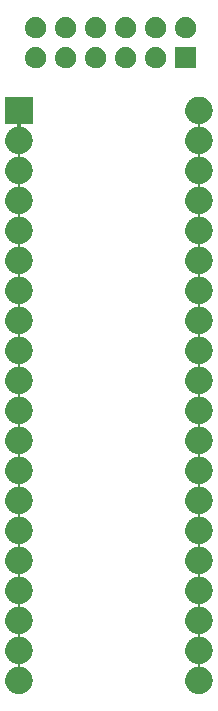
<source format=gbr>
%TF.GenerationSoftware,KiCad,Pcbnew,7.0.7*%
%TF.CreationDate,2024-03-17T18:26:37-04:00*%
%TF.ProjectId,Visual80-3,56697375-616c-4383-902d-332e6b696361,rev?*%
%TF.SameCoordinates,Original*%
%TF.FileFunction,Soldermask,Bot*%
%TF.FilePolarity,Negative*%
%FSLAX46Y46*%
G04 Gerber Fmt 4.6, Leading zero omitted, Abs format (unit mm)*
G04 Created by KiCad (PCBNEW 7.0.7) date 2024-03-17 18:26:37*
%MOMM*%
%LPD*%
G01*
G04 APERTURE LIST*
G04 APERTURE END LIST*
G36*
X137333267Y-30596632D02*
G01*
X137349812Y-30607688D01*
X137360868Y-30624233D01*
X137364750Y-30643750D01*
X137364750Y-32866250D01*
X137360868Y-32885767D01*
X137349812Y-32902312D01*
X137333267Y-32913368D01*
X137313750Y-32917250D01*
X136372168Y-32917250D01*
X136343551Y-33134615D01*
X136459735Y-33165747D01*
X136520565Y-33177118D01*
X136561826Y-33193102D01*
X136599849Y-33203291D01*
X136657408Y-33230131D01*
X136720559Y-33254596D01*
X136753156Y-33274779D01*
X136783391Y-33288878D01*
X136840426Y-33328814D01*
X136902912Y-33367504D01*
X136926862Y-33389337D01*
X136949269Y-33405027D01*
X137002869Y-33458627D01*
X137061413Y-33511997D01*
X137077371Y-33533129D01*
X137092472Y-33548230D01*
X137139570Y-33615494D01*
X137190665Y-33683154D01*
X137199820Y-33701539D01*
X137208621Y-33714109D01*
X137246094Y-33794471D01*
X137286266Y-33875147D01*
X137290260Y-33889186D01*
X137294208Y-33897652D01*
X137319095Y-33990532D01*
X137344960Y-34081437D01*
X137345756Y-34090029D01*
X137346623Y-34093264D01*
X137356199Y-34202726D01*
X137364750Y-34295000D01*
X137356198Y-34387281D01*
X137346623Y-34496735D01*
X137345756Y-34499969D01*
X137344960Y-34508563D01*
X137319091Y-34599483D01*
X137294208Y-34692347D01*
X137290261Y-34700810D01*
X137286266Y-34714853D01*
X137246091Y-34795535D01*
X137208621Y-34875891D01*
X137199820Y-34888459D01*
X137190665Y-34906846D01*
X137139564Y-34974513D01*
X137092472Y-35041769D01*
X137077374Y-35056866D01*
X137061413Y-35078003D01*
X137002857Y-35131383D01*
X136949269Y-35184972D01*
X136926867Y-35200657D01*
X136902912Y-35222496D01*
X136840414Y-35261192D01*
X136783391Y-35301121D01*
X136753163Y-35315216D01*
X136720559Y-35335404D01*
X136657387Y-35359876D01*
X136599847Y-35386708D01*
X136561838Y-35396892D01*
X136520565Y-35412882D01*
X136459719Y-35424256D01*
X136404236Y-35439123D01*
X136359031Y-35443077D01*
X136309739Y-35452292D01*
X136274659Y-35452292D01*
X136274659Y-35677708D01*
X136309739Y-35677708D01*
X136359024Y-35686921D01*
X136404236Y-35690876D01*
X136459731Y-35705746D01*
X136520565Y-35717118D01*
X136561830Y-35733104D01*
X136599847Y-35743291D01*
X136657400Y-35770128D01*
X136720559Y-35794596D01*
X136753157Y-35814779D01*
X136783391Y-35828878D01*
X136840426Y-35868814D01*
X136902912Y-35907504D01*
X136926862Y-35929337D01*
X136949269Y-35945027D01*
X137002869Y-35998627D01*
X137061413Y-36051997D01*
X137077371Y-36073129D01*
X137092472Y-36088230D01*
X137139570Y-36155494D01*
X137190665Y-36223154D01*
X137199820Y-36241539D01*
X137208621Y-36254109D01*
X137246094Y-36334471D01*
X137286266Y-36415147D01*
X137290260Y-36429186D01*
X137294208Y-36437652D01*
X137319095Y-36530532D01*
X137344960Y-36621437D01*
X137345756Y-36630029D01*
X137346623Y-36633264D01*
X137356199Y-36742726D01*
X137364750Y-36835000D01*
X137356198Y-36927281D01*
X137346623Y-37036735D01*
X137345756Y-37039969D01*
X137344960Y-37048563D01*
X137319091Y-37139483D01*
X137294208Y-37232347D01*
X137290261Y-37240810D01*
X137286266Y-37254853D01*
X137246091Y-37335535D01*
X137208621Y-37415891D01*
X137199820Y-37428459D01*
X137190665Y-37446846D01*
X137139564Y-37514513D01*
X137092472Y-37581769D01*
X137077374Y-37596866D01*
X137061413Y-37618003D01*
X137002857Y-37671383D01*
X136949269Y-37724972D01*
X136926867Y-37740657D01*
X136902912Y-37762496D01*
X136840414Y-37801192D01*
X136783391Y-37841121D01*
X136753163Y-37855216D01*
X136720559Y-37875404D01*
X136657387Y-37899876D01*
X136599847Y-37926708D01*
X136561838Y-37936892D01*
X136520565Y-37952882D01*
X136459719Y-37964256D01*
X136404236Y-37979123D01*
X136359031Y-37983077D01*
X136309739Y-37992292D01*
X136274659Y-37992292D01*
X136274659Y-38217708D01*
X136309739Y-38217708D01*
X136359024Y-38226921D01*
X136404236Y-38230876D01*
X136459731Y-38245746D01*
X136520565Y-38257118D01*
X136561830Y-38273104D01*
X136599847Y-38283291D01*
X136657400Y-38310128D01*
X136720559Y-38334596D01*
X136753157Y-38354779D01*
X136783391Y-38368878D01*
X136840426Y-38408814D01*
X136902912Y-38447504D01*
X136926862Y-38469337D01*
X136949269Y-38485027D01*
X137002869Y-38538627D01*
X137061413Y-38591997D01*
X137077371Y-38613129D01*
X137092472Y-38628230D01*
X137139570Y-38695494D01*
X137190665Y-38763154D01*
X137199820Y-38781539D01*
X137208621Y-38794109D01*
X137246094Y-38874471D01*
X137286266Y-38955147D01*
X137290260Y-38969186D01*
X137294208Y-38977652D01*
X137319095Y-39070532D01*
X137344960Y-39161437D01*
X137345756Y-39170029D01*
X137346623Y-39173264D01*
X137356199Y-39282726D01*
X137364750Y-39375000D01*
X137356198Y-39467281D01*
X137346623Y-39576735D01*
X137345756Y-39579969D01*
X137344960Y-39588563D01*
X137319091Y-39679483D01*
X137294208Y-39772347D01*
X137290261Y-39780810D01*
X137286266Y-39794853D01*
X137246091Y-39875535D01*
X137208621Y-39955891D01*
X137199820Y-39968459D01*
X137190665Y-39986846D01*
X137139564Y-40054513D01*
X137092472Y-40121769D01*
X137077374Y-40136866D01*
X137061413Y-40158003D01*
X137002857Y-40211383D01*
X136949269Y-40264972D01*
X136926867Y-40280657D01*
X136902912Y-40302496D01*
X136840414Y-40341192D01*
X136783391Y-40381121D01*
X136753163Y-40395216D01*
X136720559Y-40415404D01*
X136657387Y-40439876D01*
X136599847Y-40466708D01*
X136561838Y-40476892D01*
X136520565Y-40492882D01*
X136459719Y-40504256D01*
X136404236Y-40519123D01*
X136359031Y-40523077D01*
X136309739Y-40532292D01*
X136274659Y-40532292D01*
X136274659Y-40757708D01*
X136309739Y-40757708D01*
X136359024Y-40766921D01*
X136404236Y-40770876D01*
X136459731Y-40785746D01*
X136520565Y-40797118D01*
X136561830Y-40813104D01*
X136599847Y-40823291D01*
X136657400Y-40850128D01*
X136720559Y-40874596D01*
X136753157Y-40894779D01*
X136783391Y-40908878D01*
X136840426Y-40948814D01*
X136902912Y-40987504D01*
X136926862Y-41009337D01*
X136949269Y-41025027D01*
X137002869Y-41078627D01*
X137061413Y-41131997D01*
X137077371Y-41153129D01*
X137092472Y-41168230D01*
X137139570Y-41235494D01*
X137190665Y-41303154D01*
X137199820Y-41321539D01*
X137208621Y-41334109D01*
X137246094Y-41414471D01*
X137286266Y-41495147D01*
X137290260Y-41509186D01*
X137294208Y-41517652D01*
X137319095Y-41610532D01*
X137344960Y-41701437D01*
X137345756Y-41710029D01*
X137346623Y-41713264D01*
X137356199Y-41822726D01*
X137364750Y-41915000D01*
X137356198Y-42007281D01*
X137346623Y-42116735D01*
X137345756Y-42119969D01*
X137344960Y-42128563D01*
X137319091Y-42219483D01*
X137294208Y-42312347D01*
X137290261Y-42320810D01*
X137286266Y-42334853D01*
X137246091Y-42415535D01*
X137208621Y-42495891D01*
X137199820Y-42508459D01*
X137190665Y-42526846D01*
X137139564Y-42594513D01*
X137092472Y-42661769D01*
X137077374Y-42676866D01*
X137061413Y-42698003D01*
X137002857Y-42751383D01*
X136949269Y-42804972D01*
X136926867Y-42820657D01*
X136902912Y-42842496D01*
X136840414Y-42881192D01*
X136783391Y-42921121D01*
X136753163Y-42935216D01*
X136720559Y-42955404D01*
X136657387Y-42979876D01*
X136599847Y-43006708D01*
X136561838Y-43016892D01*
X136520565Y-43032882D01*
X136459719Y-43044256D01*
X136404236Y-43059123D01*
X136359031Y-43063077D01*
X136309739Y-43072292D01*
X136274659Y-43072292D01*
X136274659Y-43297708D01*
X136309739Y-43297708D01*
X136359024Y-43306921D01*
X136404236Y-43310876D01*
X136459731Y-43325746D01*
X136520565Y-43337118D01*
X136561830Y-43353104D01*
X136599847Y-43363291D01*
X136657400Y-43390128D01*
X136720559Y-43414596D01*
X136753157Y-43434779D01*
X136783391Y-43448878D01*
X136840426Y-43488814D01*
X136902912Y-43527504D01*
X136926862Y-43549337D01*
X136949269Y-43565027D01*
X137002869Y-43618627D01*
X137061413Y-43671997D01*
X137077371Y-43693129D01*
X137092472Y-43708230D01*
X137139570Y-43775494D01*
X137190665Y-43843154D01*
X137199820Y-43861539D01*
X137208621Y-43874109D01*
X137246094Y-43954471D01*
X137286266Y-44035147D01*
X137290260Y-44049186D01*
X137294208Y-44057652D01*
X137319095Y-44150532D01*
X137344960Y-44241437D01*
X137345756Y-44250029D01*
X137346623Y-44253264D01*
X137356199Y-44362726D01*
X137364750Y-44455000D01*
X137356198Y-44547281D01*
X137346623Y-44656735D01*
X137345756Y-44659969D01*
X137344960Y-44668563D01*
X137319091Y-44759483D01*
X137294208Y-44852347D01*
X137290261Y-44860810D01*
X137286266Y-44874853D01*
X137246091Y-44955535D01*
X137208621Y-45035891D01*
X137199820Y-45048459D01*
X137190665Y-45066846D01*
X137139564Y-45134513D01*
X137092472Y-45201769D01*
X137077374Y-45216866D01*
X137061413Y-45238003D01*
X137002857Y-45291383D01*
X136949269Y-45344972D01*
X136926867Y-45360657D01*
X136902912Y-45382496D01*
X136840414Y-45421192D01*
X136783391Y-45461121D01*
X136753163Y-45475216D01*
X136720559Y-45495404D01*
X136657387Y-45519876D01*
X136599847Y-45546708D01*
X136561838Y-45556892D01*
X136520565Y-45572882D01*
X136459719Y-45584256D01*
X136404236Y-45599123D01*
X136359031Y-45603077D01*
X136309739Y-45612292D01*
X136274659Y-45612292D01*
X136274659Y-45837708D01*
X136309739Y-45837708D01*
X136359024Y-45846921D01*
X136404236Y-45850876D01*
X136459731Y-45865746D01*
X136520565Y-45877118D01*
X136561830Y-45893104D01*
X136599847Y-45903291D01*
X136657400Y-45930128D01*
X136720559Y-45954596D01*
X136753157Y-45974779D01*
X136783391Y-45988878D01*
X136840426Y-46028814D01*
X136902912Y-46067504D01*
X136926862Y-46089337D01*
X136949269Y-46105027D01*
X137002869Y-46158627D01*
X137061413Y-46211997D01*
X137077371Y-46233129D01*
X137092472Y-46248230D01*
X137139570Y-46315494D01*
X137190665Y-46383154D01*
X137199820Y-46401539D01*
X137208621Y-46414109D01*
X137246094Y-46494471D01*
X137286266Y-46575147D01*
X137290260Y-46589186D01*
X137294208Y-46597652D01*
X137319095Y-46690532D01*
X137344960Y-46781437D01*
X137345756Y-46790029D01*
X137346623Y-46793264D01*
X137356199Y-46902726D01*
X137364750Y-46995000D01*
X137356198Y-47087281D01*
X137346623Y-47196735D01*
X137345756Y-47199969D01*
X137344960Y-47208563D01*
X137319091Y-47299483D01*
X137294208Y-47392347D01*
X137290261Y-47400810D01*
X137286266Y-47414853D01*
X137246091Y-47495535D01*
X137208621Y-47575891D01*
X137199820Y-47588459D01*
X137190665Y-47606846D01*
X137139564Y-47674513D01*
X137092472Y-47741769D01*
X137077374Y-47756866D01*
X137061413Y-47778003D01*
X137002857Y-47831383D01*
X136949269Y-47884972D01*
X136926867Y-47900657D01*
X136902912Y-47922496D01*
X136840414Y-47961192D01*
X136783391Y-48001121D01*
X136753163Y-48015216D01*
X136720559Y-48035404D01*
X136657387Y-48059876D01*
X136599847Y-48086708D01*
X136561838Y-48096892D01*
X136520565Y-48112882D01*
X136459719Y-48124256D01*
X136404236Y-48139123D01*
X136359031Y-48143077D01*
X136309739Y-48152292D01*
X136274659Y-48152292D01*
X136274659Y-48377708D01*
X136309739Y-48377708D01*
X136359024Y-48386921D01*
X136404236Y-48390876D01*
X136459731Y-48405746D01*
X136520565Y-48417118D01*
X136561830Y-48433104D01*
X136599847Y-48443291D01*
X136657400Y-48470128D01*
X136720559Y-48494596D01*
X136753157Y-48514779D01*
X136783391Y-48528878D01*
X136840426Y-48568814D01*
X136902912Y-48607504D01*
X136926862Y-48629337D01*
X136949269Y-48645027D01*
X137002869Y-48698627D01*
X137061413Y-48751997D01*
X137077371Y-48773129D01*
X137092472Y-48788230D01*
X137139570Y-48855494D01*
X137190665Y-48923154D01*
X137199820Y-48941539D01*
X137208621Y-48954109D01*
X137246094Y-49034471D01*
X137286266Y-49115147D01*
X137290260Y-49129186D01*
X137294208Y-49137652D01*
X137319095Y-49230532D01*
X137344960Y-49321437D01*
X137345756Y-49330029D01*
X137346623Y-49333264D01*
X137356199Y-49442726D01*
X137364750Y-49535000D01*
X137356198Y-49627281D01*
X137346623Y-49736735D01*
X137345756Y-49739969D01*
X137344960Y-49748563D01*
X137319091Y-49839483D01*
X137294208Y-49932347D01*
X137290261Y-49940810D01*
X137286266Y-49954853D01*
X137246091Y-50035535D01*
X137208621Y-50115891D01*
X137199820Y-50128459D01*
X137190665Y-50146846D01*
X137139564Y-50214513D01*
X137092472Y-50281769D01*
X137077374Y-50296866D01*
X137061413Y-50318003D01*
X137002857Y-50371383D01*
X136949269Y-50424972D01*
X136926867Y-50440657D01*
X136902912Y-50462496D01*
X136840414Y-50501192D01*
X136783391Y-50541121D01*
X136753163Y-50555216D01*
X136720559Y-50575404D01*
X136657387Y-50599876D01*
X136599847Y-50626708D01*
X136561838Y-50636892D01*
X136520565Y-50652882D01*
X136459719Y-50664256D01*
X136404236Y-50679123D01*
X136359031Y-50683077D01*
X136309739Y-50692292D01*
X136274659Y-50692292D01*
X136274659Y-50917708D01*
X136309739Y-50917708D01*
X136359024Y-50926921D01*
X136404236Y-50930876D01*
X136459731Y-50945746D01*
X136520565Y-50957118D01*
X136561830Y-50973104D01*
X136599847Y-50983291D01*
X136657400Y-51010128D01*
X136720559Y-51034596D01*
X136753157Y-51054779D01*
X136783391Y-51068878D01*
X136840426Y-51108814D01*
X136902912Y-51147504D01*
X136926862Y-51169337D01*
X136949269Y-51185027D01*
X137002869Y-51238627D01*
X137061413Y-51291997D01*
X137077371Y-51313129D01*
X137092472Y-51328230D01*
X137139570Y-51395494D01*
X137190665Y-51463154D01*
X137199820Y-51481539D01*
X137208621Y-51494109D01*
X137246094Y-51574471D01*
X137286266Y-51655147D01*
X137290260Y-51669186D01*
X137294208Y-51677652D01*
X137319095Y-51770532D01*
X137344960Y-51861437D01*
X137345756Y-51870029D01*
X137346623Y-51873264D01*
X137356199Y-51982726D01*
X137364750Y-52075000D01*
X137356198Y-52167281D01*
X137346623Y-52276735D01*
X137345756Y-52279969D01*
X137344960Y-52288563D01*
X137319091Y-52379483D01*
X137294208Y-52472347D01*
X137290261Y-52480810D01*
X137286266Y-52494853D01*
X137246091Y-52575535D01*
X137208621Y-52655891D01*
X137199820Y-52668459D01*
X137190665Y-52686846D01*
X137139564Y-52754513D01*
X137092472Y-52821769D01*
X137077374Y-52836866D01*
X137061413Y-52858003D01*
X137002857Y-52911383D01*
X136949269Y-52964972D01*
X136926867Y-52980657D01*
X136902912Y-53002496D01*
X136840414Y-53041192D01*
X136783391Y-53081121D01*
X136753163Y-53095216D01*
X136720559Y-53115404D01*
X136657387Y-53139876D01*
X136599847Y-53166708D01*
X136561838Y-53176892D01*
X136520565Y-53192882D01*
X136459719Y-53204256D01*
X136404236Y-53219123D01*
X136359031Y-53223077D01*
X136309739Y-53232292D01*
X136274659Y-53232292D01*
X136274659Y-53457708D01*
X136309739Y-53457708D01*
X136359024Y-53466921D01*
X136404236Y-53470876D01*
X136459731Y-53485746D01*
X136520565Y-53497118D01*
X136561830Y-53513104D01*
X136599847Y-53523291D01*
X136657400Y-53550128D01*
X136720559Y-53574596D01*
X136753157Y-53594779D01*
X136783391Y-53608878D01*
X136840426Y-53648814D01*
X136902912Y-53687504D01*
X136926862Y-53709337D01*
X136949269Y-53725027D01*
X137002869Y-53778627D01*
X137061413Y-53831997D01*
X137077371Y-53853129D01*
X137092472Y-53868230D01*
X137139570Y-53935494D01*
X137190665Y-54003154D01*
X137199820Y-54021539D01*
X137208621Y-54034109D01*
X137246094Y-54114471D01*
X137286266Y-54195147D01*
X137290260Y-54209186D01*
X137294208Y-54217652D01*
X137319095Y-54310532D01*
X137344960Y-54401437D01*
X137345756Y-54410029D01*
X137346623Y-54413264D01*
X137356199Y-54522726D01*
X137364750Y-54615000D01*
X137356198Y-54707281D01*
X137346623Y-54816735D01*
X137345756Y-54819969D01*
X137344960Y-54828563D01*
X137319091Y-54919483D01*
X137294208Y-55012347D01*
X137290261Y-55020810D01*
X137286266Y-55034853D01*
X137246091Y-55115535D01*
X137208621Y-55195891D01*
X137199820Y-55208459D01*
X137190665Y-55226846D01*
X137139564Y-55294513D01*
X137092472Y-55361769D01*
X137077374Y-55376866D01*
X137061413Y-55398003D01*
X137002857Y-55451383D01*
X136949269Y-55504972D01*
X136926867Y-55520657D01*
X136902912Y-55542496D01*
X136840414Y-55581192D01*
X136783391Y-55621121D01*
X136753163Y-55635216D01*
X136720559Y-55655404D01*
X136657387Y-55679876D01*
X136599847Y-55706708D01*
X136561838Y-55716892D01*
X136520565Y-55732882D01*
X136459719Y-55744256D01*
X136404236Y-55759123D01*
X136359031Y-55763077D01*
X136309739Y-55772292D01*
X136274659Y-55772292D01*
X136274659Y-55997708D01*
X136309739Y-55997708D01*
X136359024Y-56006921D01*
X136404236Y-56010876D01*
X136459731Y-56025746D01*
X136520565Y-56037118D01*
X136561830Y-56053104D01*
X136599847Y-56063291D01*
X136657400Y-56090128D01*
X136720559Y-56114596D01*
X136753157Y-56134779D01*
X136783391Y-56148878D01*
X136840426Y-56188814D01*
X136902912Y-56227504D01*
X136926862Y-56249337D01*
X136949269Y-56265027D01*
X137002869Y-56318627D01*
X137061413Y-56371997D01*
X137077371Y-56393129D01*
X137092472Y-56408230D01*
X137139570Y-56475494D01*
X137190665Y-56543154D01*
X137199820Y-56561539D01*
X137208621Y-56574109D01*
X137246094Y-56654471D01*
X137286266Y-56735147D01*
X137290260Y-56749186D01*
X137294208Y-56757652D01*
X137319095Y-56850532D01*
X137344960Y-56941437D01*
X137345756Y-56950029D01*
X137346623Y-56953264D01*
X137356199Y-57062726D01*
X137364750Y-57155000D01*
X137356198Y-57247281D01*
X137346623Y-57356735D01*
X137345756Y-57359969D01*
X137344960Y-57368563D01*
X137319091Y-57459483D01*
X137294208Y-57552347D01*
X137290261Y-57560810D01*
X137286266Y-57574853D01*
X137246091Y-57655535D01*
X137208621Y-57735891D01*
X137199820Y-57748459D01*
X137190665Y-57766846D01*
X137139564Y-57834513D01*
X137092472Y-57901769D01*
X137077374Y-57916866D01*
X137061413Y-57938003D01*
X137002857Y-57991383D01*
X136949269Y-58044972D01*
X136926867Y-58060657D01*
X136902912Y-58082496D01*
X136840414Y-58121192D01*
X136783391Y-58161121D01*
X136753163Y-58175216D01*
X136720559Y-58195404D01*
X136657387Y-58219876D01*
X136599847Y-58246708D01*
X136561838Y-58256892D01*
X136520565Y-58272882D01*
X136459719Y-58284256D01*
X136404236Y-58299123D01*
X136359031Y-58303077D01*
X136309739Y-58312292D01*
X136274659Y-58312292D01*
X136274659Y-58537708D01*
X136309739Y-58537708D01*
X136359024Y-58546921D01*
X136404236Y-58550876D01*
X136459731Y-58565746D01*
X136520565Y-58577118D01*
X136561830Y-58593104D01*
X136599847Y-58603291D01*
X136657400Y-58630128D01*
X136720559Y-58654596D01*
X136753157Y-58674779D01*
X136783391Y-58688878D01*
X136840426Y-58728814D01*
X136902912Y-58767504D01*
X136926862Y-58789337D01*
X136949269Y-58805027D01*
X137002869Y-58858627D01*
X137061413Y-58911997D01*
X137077371Y-58933129D01*
X137092472Y-58948230D01*
X137139570Y-59015494D01*
X137190665Y-59083154D01*
X137199820Y-59101539D01*
X137208621Y-59114109D01*
X137246094Y-59194471D01*
X137286266Y-59275147D01*
X137290260Y-59289186D01*
X137294208Y-59297652D01*
X137319095Y-59390532D01*
X137344960Y-59481437D01*
X137345756Y-59490029D01*
X137346623Y-59493264D01*
X137356199Y-59602726D01*
X137364750Y-59695000D01*
X137356198Y-59787281D01*
X137346623Y-59896735D01*
X137345756Y-59899969D01*
X137344960Y-59908563D01*
X137319091Y-59999483D01*
X137294208Y-60092347D01*
X137290261Y-60100810D01*
X137286266Y-60114853D01*
X137246091Y-60195535D01*
X137208621Y-60275891D01*
X137199820Y-60288459D01*
X137190665Y-60306846D01*
X137139564Y-60374513D01*
X137092472Y-60441769D01*
X137077374Y-60456866D01*
X137061413Y-60478003D01*
X137002857Y-60531383D01*
X136949269Y-60584972D01*
X136926867Y-60600657D01*
X136902912Y-60622496D01*
X136840414Y-60661192D01*
X136783391Y-60701121D01*
X136753163Y-60715216D01*
X136720559Y-60735404D01*
X136657387Y-60759876D01*
X136599847Y-60786708D01*
X136561838Y-60796892D01*
X136520565Y-60812882D01*
X136459719Y-60824256D01*
X136404236Y-60839123D01*
X136359031Y-60843077D01*
X136309739Y-60852292D01*
X136274659Y-60852292D01*
X136274659Y-61077708D01*
X136309739Y-61077708D01*
X136359024Y-61086921D01*
X136404236Y-61090876D01*
X136459731Y-61105746D01*
X136520565Y-61117118D01*
X136561830Y-61133104D01*
X136599847Y-61143291D01*
X136657400Y-61170128D01*
X136720559Y-61194596D01*
X136753157Y-61214779D01*
X136783391Y-61228878D01*
X136840426Y-61268814D01*
X136902912Y-61307504D01*
X136926862Y-61329337D01*
X136949269Y-61345027D01*
X137002869Y-61398627D01*
X137061413Y-61451997D01*
X137077371Y-61473129D01*
X137092472Y-61488230D01*
X137139570Y-61555494D01*
X137190665Y-61623154D01*
X137199820Y-61641539D01*
X137208621Y-61654109D01*
X137246094Y-61734471D01*
X137286266Y-61815147D01*
X137290260Y-61829186D01*
X137294208Y-61837652D01*
X137319095Y-61930532D01*
X137344960Y-62021437D01*
X137345756Y-62030029D01*
X137346623Y-62033264D01*
X137356199Y-62142726D01*
X137364750Y-62235000D01*
X137356198Y-62327281D01*
X137346623Y-62436735D01*
X137345756Y-62439969D01*
X137344960Y-62448563D01*
X137319091Y-62539483D01*
X137294208Y-62632347D01*
X137290261Y-62640810D01*
X137286266Y-62654853D01*
X137246091Y-62735535D01*
X137208621Y-62815891D01*
X137199820Y-62828459D01*
X137190665Y-62846846D01*
X137139564Y-62914513D01*
X137092472Y-62981769D01*
X137077374Y-62996866D01*
X137061413Y-63018003D01*
X137002857Y-63071383D01*
X136949269Y-63124972D01*
X136926867Y-63140657D01*
X136902912Y-63162496D01*
X136840414Y-63201192D01*
X136783391Y-63241121D01*
X136753163Y-63255216D01*
X136720559Y-63275404D01*
X136657387Y-63299876D01*
X136599847Y-63326708D01*
X136561838Y-63336892D01*
X136520565Y-63352882D01*
X136459719Y-63364256D01*
X136404236Y-63379123D01*
X136359031Y-63383077D01*
X136309739Y-63392292D01*
X136274659Y-63392292D01*
X136274659Y-63617708D01*
X136309739Y-63617708D01*
X136359024Y-63626921D01*
X136404236Y-63630876D01*
X136459731Y-63645746D01*
X136520565Y-63657118D01*
X136561830Y-63673104D01*
X136599847Y-63683291D01*
X136657400Y-63710128D01*
X136720559Y-63734596D01*
X136753157Y-63754779D01*
X136783391Y-63768878D01*
X136840426Y-63808814D01*
X136902912Y-63847504D01*
X136926862Y-63869337D01*
X136949269Y-63885027D01*
X137002869Y-63938627D01*
X137061413Y-63991997D01*
X137077371Y-64013129D01*
X137092472Y-64028230D01*
X137139570Y-64095494D01*
X137190665Y-64163154D01*
X137199820Y-64181539D01*
X137208621Y-64194109D01*
X137246094Y-64274471D01*
X137286266Y-64355147D01*
X137290260Y-64369186D01*
X137294208Y-64377652D01*
X137319095Y-64470532D01*
X137344960Y-64561437D01*
X137345756Y-64570029D01*
X137346623Y-64573264D01*
X137356199Y-64682726D01*
X137364750Y-64775000D01*
X137356198Y-64867281D01*
X137346623Y-64976735D01*
X137345756Y-64979969D01*
X137344960Y-64988563D01*
X137319091Y-65079483D01*
X137294208Y-65172347D01*
X137290261Y-65180810D01*
X137286266Y-65194853D01*
X137246091Y-65275535D01*
X137208621Y-65355891D01*
X137199820Y-65368459D01*
X137190665Y-65386846D01*
X137139564Y-65454513D01*
X137092472Y-65521769D01*
X137077374Y-65536866D01*
X137061413Y-65558003D01*
X137002857Y-65611383D01*
X136949269Y-65664972D01*
X136926867Y-65680657D01*
X136902912Y-65702496D01*
X136840414Y-65741192D01*
X136783391Y-65781121D01*
X136753163Y-65795216D01*
X136720559Y-65815404D01*
X136657387Y-65839876D01*
X136599847Y-65866708D01*
X136561838Y-65876892D01*
X136520565Y-65892882D01*
X136459719Y-65904256D01*
X136404236Y-65919123D01*
X136359031Y-65923077D01*
X136309739Y-65932292D01*
X136274659Y-65932292D01*
X136274659Y-66157708D01*
X136309739Y-66157708D01*
X136359024Y-66166921D01*
X136404236Y-66170876D01*
X136459731Y-66185746D01*
X136520565Y-66197118D01*
X136561830Y-66213104D01*
X136599847Y-66223291D01*
X136657400Y-66250128D01*
X136720559Y-66274596D01*
X136753157Y-66294779D01*
X136783391Y-66308878D01*
X136840426Y-66348814D01*
X136902912Y-66387504D01*
X136926862Y-66409337D01*
X136949269Y-66425027D01*
X137002869Y-66478627D01*
X137061413Y-66531997D01*
X137077371Y-66553129D01*
X137092472Y-66568230D01*
X137139570Y-66635494D01*
X137190665Y-66703154D01*
X137199820Y-66721539D01*
X137208621Y-66734109D01*
X137246094Y-66814471D01*
X137286266Y-66895147D01*
X137290260Y-66909186D01*
X137294208Y-66917652D01*
X137319095Y-67010532D01*
X137344960Y-67101437D01*
X137345756Y-67110029D01*
X137346623Y-67113264D01*
X137356199Y-67222726D01*
X137364750Y-67315000D01*
X137356198Y-67407281D01*
X137346623Y-67516735D01*
X137345756Y-67519969D01*
X137344960Y-67528563D01*
X137319091Y-67619483D01*
X137294208Y-67712347D01*
X137290261Y-67720810D01*
X137286266Y-67734853D01*
X137246091Y-67815535D01*
X137208621Y-67895891D01*
X137199820Y-67908459D01*
X137190665Y-67926846D01*
X137139564Y-67994513D01*
X137092472Y-68061769D01*
X137077374Y-68076866D01*
X137061413Y-68098003D01*
X137002857Y-68151383D01*
X136949269Y-68204972D01*
X136926867Y-68220657D01*
X136902912Y-68242496D01*
X136840414Y-68281192D01*
X136783391Y-68321121D01*
X136753163Y-68335216D01*
X136720559Y-68355404D01*
X136657387Y-68379876D01*
X136599847Y-68406708D01*
X136561838Y-68416892D01*
X136520565Y-68432882D01*
X136459719Y-68444256D01*
X136404236Y-68459123D01*
X136359031Y-68463077D01*
X136309739Y-68472292D01*
X136274659Y-68472292D01*
X136274659Y-68697708D01*
X136309739Y-68697708D01*
X136359024Y-68706921D01*
X136404236Y-68710876D01*
X136459731Y-68725746D01*
X136520565Y-68737118D01*
X136561830Y-68753104D01*
X136599847Y-68763291D01*
X136657400Y-68790128D01*
X136720559Y-68814596D01*
X136753157Y-68834779D01*
X136783391Y-68848878D01*
X136840426Y-68888814D01*
X136902912Y-68927504D01*
X136926862Y-68949337D01*
X136949269Y-68965027D01*
X137002869Y-69018627D01*
X137061413Y-69071997D01*
X137077371Y-69093129D01*
X137092472Y-69108230D01*
X137139570Y-69175494D01*
X137190665Y-69243154D01*
X137199820Y-69261539D01*
X137208621Y-69274109D01*
X137246094Y-69354471D01*
X137286266Y-69435147D01*
X137290260Y-69449186D01*
X137294208Y-69457652D01*
X137319095Y-69550532D01*
X137344960Y-69641437D01*
X137345756Y-69650029D01*
X137346623Y-69653264D01*
X137356199Y-69762726D01*
X137364750Y-69855000D01*
X137356198Y-69947281D01*
X137346623Y-70056735D01*
X137345756Y-70059969D01*
X137344960Y-70068563D01*
X137319091Y-70159483D01*
X137294208Y-70252347D01*
X137290261Y-70260810D01*
X137286266Y-70274853D01*
X137246091Y-70355535D01*
X137208621Y-70435891D01*
X137199820Y-70448459D01*
X137190665Y-70466846D01*
X137139564Y-70534513D01*
X137092472Y-70601769D01*
X137077374Y-70616866D01*
X137061413Y-70638003D01*
X137002857Y-70691383D01*
X136949269Y-70744972D01*
X136926867Y-70760657D01*
X136902912Y-70782496D01*
X136840414Y-70821192D01*
X136783391Y-70861121D01*
X136753163Y-70875216D01*
X136720559Y-70895404D01*
X136657387Y-70919876D01*
X136599847Y-70946708D01*
X136561838Y-70956892D01*
X136520565Y-70972882D01*
X136459719Y-70984256D01*
X136404236Y-70999123D01*
X136359031Y-71003077D01*
X136309739Y-71012292D01*
X136274659Y-71012292D01*
X136274659Y-71237708D01*
X136309739Y-71237708D01*
X136359024Y-71246921D01*
X136404236Y-71250876D01*
X136459731Y-71265746D01*
X136520565Y-71277118D01*
X136561830Y-71293104D01*
X136599847Y-71303291D01*
X136657400Y-71330128D01*
X136720559Y-71354596D01*
X136753157Y-71374779D01*
X136783391Y-71388878D01*
X136840426Y-71428814D01*
X136902912Y-71467504D01*
X136926862Y-71489337D01*
X136949269Y-71505027D01*
X137002869Y-71558627D01*
X137061413Y-71611997D01*
X137077371Y-71633129D01*
X137092472Y-71648230D01*
X137139570Y-71715494D01*
X137190665Y-71783154D01*
X137199820Y-71801539D01*
X137208621Y-71814109D01*
X137246094Y-71894471D01*
X137286266Y-71975147D01*
X137290260Y-71989186D01*
X137294208Y-71997652D01*
X137319095Y-72090532D01*
X137344960Y-72181437D01*
X137345756Y-72190029D01*
X137346623Y-72193264D01*
X137356199Y-72302726D01*
X137364750Y-72395000D01*
X137356198Y-72487281D01*
X137346623Y-72596735D01*
X137345756Y-72599969D01*
X137344960Y-72608563D01*
X137319091Y-72699483D01*
X137294208Y-72792347D01*
X137290261Y-72800810D01*
X137286266Y-72814853D01*
X137246091Y-72895535D01*
X137208621Y-72975891D01*
X137199820Y-72988459D01*
X137190665Y-73006846D01*
X137139564Y-73074513D01*
X137092472Y-73141769D01*
X137077374Y-73156866D01*
X137061413Y-73178003D01*
X137002857Y-73231383D01*
X136949269Y-73284972D01*
X136926867Y-73300657D01*
X136902912Y-73322496D01*
X136840414Y-73361192D01*
X136783391Y-73401121D01*
X136753163Y-73415216D01*
X136720559Y-73435404D01*
X136657387Y-73459876D01*
X136599847Y-73486708D01*
X136561838Y-73496892D01*
X136520565Y-73512882D01*
X136459719Y-73524256D01*
X136404236Y-73539123D01*
X136359031Y-73543077D01*
X136309739Y-73552292D01*
X136274659Y-73552292D01*
X136274659Y-73777708D01*
X136309739Y-73777708D01*
X136359024Y-73786921D01*
X136404236Y-73790876D01*
X136459731Y-73805746D01*
X136520565Y-73817118D01*
X136561830Y-73833104D01*
X136599847Y-73843291D01*
X136657400Y-73870128D01*
X136720559Y-73894596D01*
X136753157Y-73914779D01*
X136783391Y-73928878D01*
X136840426Y-73968814D01*
X136902912Y-74007504D01*
X136926862Y-74029337D01*
X136949269Y-74045027D01*
X137002869Y-74098627D01*
X137061413Y-74151997D01*
X137077371Y-74173129D01*
X137092472Y-74188230D01*
X137139570Y-74255494D01*
X137190665Y-74323154D01*
X137199820Y-74341539D01*
X137208621Y-74354109D01*
X137246094Y-74434471D01*
X137286266Y-74515147D01*
X137290260Y-74529186D01*
X137294208Y-74537652D01*
X137319095Y-74630532D01*
X137344960Y-74721437D01*
X137345756Y-74730029D01*
X137346623Y-74733264D01*
X137356199Y-74842726D01*
X137364750Y-74935000D01*
X137356198Y-75027281D01*
X137346623Y-75136735D01*
X137345756Y-75139969D01*
X137344960Y-75148563D01*
X137319091Y-75239483D01*
X137294208Y-75332347D01*
X137290261Y-75340810D01*
X137286266Y-75354853D01*
X137246091Y-75435535D01*
X137208621Y-75515891D01*
X137199820Y-75528459D01*
X137190665Y-75546846D01*
X137139564Y-75614513D01*
X137092472Y-75681769D01*
X137077374Y-75696866D01*
X137061413Y-75718003D01*
X137002857Y-75771383D01*
X136949269Y-75824972D01*
X136926867Y-75840657D01*
X136902912Y-75862496D01*
X136840414Y-75901192D01*
X136783391Y-75941121D01*
X136753163Y-75955216D01*
X136720559Y-75975404D01*
X136657387Y-75999876D01*
X136599847Y-76026708D01*
X136561838Y-76036892D01*
X136520565Y-76052882D01*
X136459719Y-76064256D01*
X136404236Y-76079123D01*
X136359031Y-76083077D01*
X136309739Y-76092292D01*
X136274659Y-76092292D01*
X136274659Y-76317708D01*
X136309739Y-76317708D01*
X136359024Y-76326921D01*
X136404236Y-76330876D01*
X136459731Y-76345746D01*
X136520565Y-76357118D01*
X136561830Y-76373104D01*
X136599847Y-76383291D01*
X136657400Y-76410128D01*
X136720559Y-76434596D01*
X136753157Y-76454779D01*
X136783391Y-76468878D01*
X136840426Y-76508814D01*
X136902912Y-76547504D01*
X136926862Y-76569337D01*
X136949269Y-76585027D01*
X137002869Y-76638627D01*
X137061413Y-76691997D01*
X137077371Y-76713129D01*
X137092472Y-76728230D01*
X137139570Y-76795494D01*
X137190665Y-76863154D01*
X137199820Y-76881539D01*
X137208621Y-76894109D01*
X137246094Y-76974471D01*
X137286266Y-77055147D01*
X137290260Y-77069186D01*
X137294208Y-77077652D01*
X137319095Y-77170532D01*
X137344960Y-77261437D01*
X137345756Y-77270029D01*
X137346623Y-77273264D01*
X137356199Y-77382726D01*
X137364750Y-77475000D01*
X137356198Y-77567281D01*
X137346623Y-77676735D01*
X137345756Y-77679969D01*
X137344960Y-77688563D01*
X137319091Y-77779483D01*
X137294208Y-77872347D01*
X137290261Y-77880810D01*
X137286266Y-77894853D01*
X137246091Y-77975535D01*
X137208621Y-78055891D01*
X137199820Y-78068459D01*
X137190665Y-78086846D01*
X137139564Y-78154513D01*
X137092472Y-78221769D01*
X137077374Y-78236866D01*
X137061413Y-78258003D01*
X137002857Y-78311383D01*
X136949269Y-78364972D01*
X136926867Y-78380657D01*
X136902912Y-78402496D01*
X136840414Y-78441192D01*
X136783391Y-78481121D01*
X136753163Y-78495216D01*
X136720559Y-78515404D01*
X136657387Y-78539876D01*
X136599847Y-78566708D01*
X136561838Y-78576892D01*
X136520565Y-78592882D01*
X136459719Y-78604256D01*
X136404236Y-78619123D01*
X136359031Y-78623077D01*
X136309739Y-78632292D01*
X136274659Y-78632292D01*
X136274659Y-78857708D01*
X136309739Y-78857708D01*
X136359024Y-78866921D01*
X136404236Y-78870876D01*
X136459731Y-78885746D01*
X136520565Y-78897118D01*
X136561830Y-78913104D01*
X136599847Y-78923291D01*
X136657400Y-78950128D01*
X136720559Y-78974596D01*
X136753157Y-78994779D01*
X136783391Y-79008878D01*
X136840426Y-79048814D01*
X136902912Y-79087504D01*
X136926862Y-79109337D01*
X136949269Y-79125027D01*
X137002869Y-79178627D01*
X137061413Y-79231997D01*
X137077371Y-79253129D01*
X137092472Y-79268230D01*
X137139570Y-79335494D01*
X137190665Y-79403154D01*
X137199820Y-79421539D01*
X137208621Y-79434109D01*
X137246094Y-79514471D01*
X137286266Y-79595147D01*
X137290260Y-79609186D01*
X137294208Y-79617652D01*
X137319095Y-79710532D01*
X137344960Y-79801437D01*
X137345756Y-79810029D01*
X137346623Y-79813264D01*
X137356199Y-79922726D01*
X137364750Y-80015000D01*
X137356198Y-80107281D01*
X137346623Y-80216735D01*
X137345756Y-80219969D01*
X137344960Y-80228563D01*
X137319091Y-80319483D01*
X137294208Y-80412347D01*
X137290261Y-80420810D01*
X137286266Y-80434853D01*
X137246091Y-80515535D01*
X137208621Y-80595891D01*
X137199820Y-80608459D01*
X137190665Y-80626846D01*
X137139564Y-80694513D01*
X137092472Y-80761769D01*
X137077374Y-80776866D01*
X137061413Y-80798003D01*
X137002857Y-80851383D01*
X136949269Y-80904972D01*
X136926867Y-80920657D01*
X136902912Y-80942496D01*
X136840414Y-80981192D01*
X136783391Y-81021121D01*
X136753163Y-81035216D01*
X136720559Y-81055404D01*
X136657387Y-81079876D01*
X136599847Y-81106708D01*
X136561838Y-81116892D01*
X136520565Y-81132882D01*
X136459716Y-81144256D01*
X136404235Y-81159123D01*
X136359031Y-81163077D01*
X136309739Y-81172292D01*
X136253708Y-81172292D01*
X136202500Y-81176772D01*
X136151292Y-81172292D01*
X136095261Y-81172292D01*
X136045969Y-81163077D01*
X136000764Y-81159123D01*
X135945279Y-81144255D01*
X135884435Y-81132882D01*
X135843163Y-81116893D01*
X135805152Y-81106708D01*
X135747606Y-81079874D01*
X135684441Y-81055404D01*
X135651839Y-81035217D01*
X135621608Y-81021121D01*
X135564577Y-80981187D01*
X135502088Y-80942496D01*
X135478136Y-80920660D01*
X135455730Y-80904972D01*
X135402130Y-80851372D01*
X135343587Y-80798003D01*
X135327628Y-80776870D01*
X135312527Y-80761769D01*
X135265421Y-80694495D01*
X135214335Y-80626846D01*
X135205182Y-80608464D01*
X135196378Y-80595891D01*
X135158893Y-80515503D01*
X135118734Y-80434853D01*
X135114740Y-80420816D01*
X135110791Y-80412347D01*
X135085891Y-80319423D01*
X135060040Y-80228563D01*
X135059244Y-80219975D01*
X135058376Y-80216735D01*
X135048784Y-80107097D01*
X135040250Y-80015000D01*
X135048781Y-79922928D01*
X135058376Y-79813264D01*
X135059244Y-79810023D01*
X135060040Y-79801437D01*
X135085887Y-79710593D01*
X135110791Y-79617652D01*
X135114740Y-79609181D01*
X135118734Y-79595147D01*
X135158890Y-79514502D01*
X135196378Y-79434109D01*
X135205182Y-79421534D01*
X135214335Y-79403154D01*
X135265415Y-79335512D01*
X135312527Y-79268230D01*
X135327631Y-79253125D01*
X135343587Y-79231997D01*
X135402119Y-79178637D01*
X135455730Y-79125027D01*
X135478140Y-79109335D01*
X135502088Y-79087504D01*
X135564570Y-79048816D01*
X135621609Y-79008878D01*
X135651843Y-78994779D01*
X135684441Y-78974596D01*
X135747595Y-78950129D01*
X135805152Y-78923291D01*
X135843171Y-78913103D01*
X135884435Y-78897118D01*
X135945267Y-78885746D01*
X136000764Y-78870876D01*
X136045979Y-78866920D01*
X136095261Y-78857708D01*
X136130340Y-78857708D01*
X136130340Y-78632292D01*
X136095261Y-78632292D01*
X136045972Y-78623078D01*
X136000764Y-78619123D01*
X135945279Y-78604255D01*
X135884435Y-78592882D01*
X135843163Y-78576893D01*
X135805152Y-78566708D01*
X135747606Y-78539874D01*
X135684441Y-78515404D01*
X135651839Y-78495217D01*
X135621608Y-78481121D01*
X135564577Y-78441187D01*
X135502088Y-78402496D01*
X135478136Y-78380660D01*
X135455730Y-78364972D01*
X135402130Y-78311372D01*
X135343587Y-78258003D01*
X135327628Y-78236870D01*
X135312527Y-78221769D01*
X135265421Y-78154495D01*
X135214335Y-78086846D01*
X135205182Y-78068464D01*
X135196378Y-78055891D01*
X135158893Y-77975503D01*
X135118734Y-77894853D01*
X135114740Y-77880816D01*
X135110791Y-77872347D01*
X135085891Y-77779423D01*
X135060040Y-77688563D01*
X135059244Y-77679975D01*
X135058376Y-77676735D01*
X135048784Y-77567097D01*
X135040250Y-77475000D01*
X135048781Y-77382928D01*
X135058376Y-77273264D01*
X135059244Y-77270023D01*
X135060040Y-77261437D01*
X135085887Y-77170593D01*
X135110791Y-77077652D01*
X135114740Y-77069181D01*
X135118734Y-77055147D01*
X135158890Y-76974502D01*
X135196378Y-76894109D01*
X135205182Y-76881534D01*
X135214335Y-76863154D01*
X135265415Y-76795512D01*
X135312527Y-76728230D01*
X135327631Y-76713125D01*
X135343587Y-76691997D01*
X135402119Y-76638637D01*
X135455730Y-76585027D01*
X135478140Y-76569335D01*
X135502088Y-76547504D01*
X135564570Y-76508816D01*
X135621609Y-76468878D01*
X135651843Y-76454779D01*
X135684441Y-76434596D01*
X135747595Y-76410129D01*
X135805152Y-76383291D01*
X135843171Y-76373103D01*
X135884435Y-76357118D01*
X135945267Y-76345746D01*
X136000764Y-76330876D01*
X136045979Y-76326920D01*
X136095261Y-76317708D01*
X136130340Y-76317708D01*
X136130340Y-76092292D01*
X136095261Y-76092292D01*
X136045972Y-76083078D01*
X136000764Y-76079123D01*
X135945279Y-76064255D01*
X135884435Y-76052882D01*
X135843163Y-76036893D01*
X135805152Y-76026708D01*
X135747606Y-75999874D01*
X135684441Y-75975404D01*
X135651839Y-75955217D01*
X135621608Y-75941121D01*
X135564577Y-75901187D01*
X135502088Y-75862496D01*
X135478136Y-75840660D01*
X135455730Y-75824972D01*
X135402130Y-75771372D01*
X135343587Y-75718003D01*
X135327628Y-75696870D01*
X135312527Y-75681769D01*
X135265421Y-75614495D01*
X135214335Y-75546846D01*
X135205182Y-75528464D01*
X135196378Y-75515891D01*
X135158893Y-75435503D01*
X135118734Y-75354853D01*
X135114740Y-75340816D01*
X135110791Y-75332347D01*
X135085891Y-75239423D01*
X135060040Y-75148563D01*
X135059244Y-75139975D01*
X135058376Y-75136735D01*
X135048784Y-75027097D01*
X135040250Y-74935000D01*
X135048781Y-74842928D01*
X135058376Y-74733264D01*
X135059244Y-74730023D01*
X135060040Y-74721437D01*
X135085887Y-74630593D01*
X135110791Y-74537652D01*
X135114740Y-74529181D01*
X135118734Y-74515147D01*
X135158890Y-74434502D01*
X135196378Y-74354109D01*
X135205182Y-74341534D01*
X135214335Y-74323154D01*
X135265415Y-74255512D01*
X135312527Y-74188230D01*
X135327631Y-74173125D01*
X135343587Y-74151997D01*
X135402119Y-74098637D01*
X135455730Y-74045027D01*
X135478140Y-74029335D01*
X135502088Y-74007504D01*
X135564570Y-73968816D01*
X135621609Y-73928878D01*
X135651843Y-73914779D01*
X135684441Y-73894596D01*
X135747595Y-73870129D01*
X135805152Y-73843291D01*
X135843171Y-73833103D01*
X135884435Y-73817118D01*
X135945267Y-73805746D01*
X136000764Y-73790876D01*
X136045979Y-73786920D01*
X136095261Y-73777708D01*
X136130340Y-73777708D01*
X136130340Y-73552292D01*
X136095261Y-73552292D01*
X136045972Y-73543078D01*
X136000764Y-73539123D01*
X135945279Y-73524255D01*
X135884435Y-73512882D01*
X135843163Y-73496893D01*
X135805152Y-73486708D01*
X135747606Y-73459874D01*
X135684441Y-73435404D01*
X135651839Y-73415217D01*
X135621608Y-73401121D01*
X135564577Y-73361187D01*
X135502088Y-73322496D01*
X135478136Y-73300660D01*
X135455730Y-73284972D01*
X135402130Y-73231372D01*
X135343587Y-73178003D01*
X135327628Y-73156870D01*
X135312527Y-73141769D01*
X135265421Y-73074495D01*
X135214335Y-73006846D01*
X135205182Y-72988464D01*
X135196378Y-72975891D01*
X135158893Y-72895503D01*
X135118734Y-72814853D01*
X135114740Y-72800816D01*
X135110791Y-72792347D01*
X135085891Y-72699423D01*
X135060040Y-72608563D01*
X135059244Y-72599975D01*
X135058376Y-72596735D01*
X135048784Y-72487097D01*
X135040250Y-72395000D01*
X135048781Y-72302928D01*
X135058376Y-72193264D01*
X135059244Y-72190023D01*
X135060040Y-72181437D01*
X135085887Y-72090593D01*
X135110791Y-71997652D01*
X135114740Y-71989181D01*
X135118734Y-71975147D01*
X135158890Y-71894502D01*
X135196378Y-71814109D01*
X135205182Y-71801534D01*
X135214335Y-71783154D01*
X135265415Y-71715512D01*
X135312527Y-71648230D01*
X135327631Y-71633125D01*
X135343587Y-71611997D01*
X135402119Y-71558637D01*
X135455730Y-71505027D01*
X135478140Y-71489335D01*
X135502088Y-71467504D01*
X135564570Y-71428816D01*
X135621609Y-71388878D01*
X135651843Y-71374779D01*
X135684441Y-71354596D01*
X135747595Y-71330129D01*
X135805152Y-71303291D01*
X135843171Y-71293103D01*
X135884435Y-71277118D01*
X135945267Y-71265746D01*
X136000764Y-71250876D01*
X136045979Y-71246920D01*
X136095261Y-71237708D01*
X136130340Y-71237708D01*
X136130340Y-71012292D01*
X136095261Y-71012292D01*
X136045972Y-71003078D01*
X136000764Y-70999123D01*
X135945279Y-70984255D01*
X135884435Y-70972882D01*
X135843163Y-70956893D01*
X135805152Y-70946708D01*
X135747606Y-70919874D01*
X135684441Y-70895404D01*
X135651839Y-70875217D01*
X135621608Y-70861121D01*
X135564577Y-70821187D01*
X135502088Y-70782496D01*
X135478136Y-70760660D01*
X135455730Y-70744972D01*
X135402130Y-70691372D01*
X135343587Y-70638003D01*
X135327628Y-70616870D01*
X135312527Y-70601769D01*
X135265421Y-70534495D01*
X135214335Y-70466846D01*
X135205182Y-70448464D01*
X135196378Y-70435891D01*
X135158893Y-70355503D01*
X135118734Y-70274853D01*
X135114740Y-70260816D01*
X135110791Y-70252347D01*
X135085891Y-70159423D01*
X135060040Y-70068563D01*
X135059244Y-70059975D01*
X135058376Y-70056735D01*
X135048784Y-69947097D01*
X135040250Y-69855000D01*
X135048781Y-69762928D01*
X135058376Y-69653264D01*
X135059244Y-69650023D01*
X135060040Y-69641437D01*
X135085887Y-69550593D01*
X135110791Y-69457652D01*
X135114740Y-69449181D01*
X135118734Y-69435147D01*
X135158890Y-69354502D01*
X135196378Y-69274109D01*
X135205182Y-69261534D01*
X135214335Y-69243154D01*
X135265415Y-69175512D01*
X135312527Y-69108230D01*
X135327631Y-69093125D01*
X135343587Y-69071997D01*
X135402119Y-69018637D01*
X135455730Y-68965027D01*
X135478140Y-68949335D01*
X135502088Y-68927504D01*
X135564570Y-68888816D01*
X135621609Y-68848878D01*
X135651843Y-68834779D01*
X135684441Y-68814596D01*
X135747595Y-68790129D01*
X135805152Y-68763291D01*
X135843171Y-68753103D01*
X135884435Y-68737118D01*
X135945267Y-68725746D01*
X136000764Y-68710876D01*
X136045979Y-68706920D01*
X136095261Y-68697708D01*
X136130340Y-68697708D01*
X136130340Y-68472292D01*
X136095261Y-68472292D01*
X136045972Y-68463078D01*
X136000764Y-68459123D01*
X135945279Y-68444255D01*
X135884435Y-68432882D01*
X135843163Y-68416893D01*
X135805152Y-68406708D01*
X135747606Y-68379874D01*
X135684441Y-68355404D01*
X135651839Y-68335217D01*
X135621608Y-68321121D01*
X135564577Y-68281187D01*
X135502088Y-68242496D01*
X135478136Y-68220660D01*
X135455730Y-68204972D01*
X135402130Y-68151372D01*
X135343587Y-68098003D01*
X135327628Y-68076870D01*
X135312527Y-68061769D01*
X135265421Y-67994495D01*
X135214335Y-67926846D01*
X135205182Y-67908464D01*
X135196378Y-67895891D01*
X135158893Y-67815503D01*
X135118734Y-67734853D01*
X135114740Y-67720816D01*
X135110791Y-67712347D01*
X135085891Y-67619423D01*
X135060040Y-67528563D01*
X135059244Y-67519975D01*
X135058376Y-67516735D01*
X135048784Y-67407097D01*
X135040250Y-67315000D01*
X135048781Y-67222928D01*
X135058376Y-67113264D01*
X135059244Y-67110023D01*
X135060040Y-67101437D01*
X135085887Y-67010593D01*
X135110791Y-66917652D01*
X135114740Y-66909181D01*
X135118734Y-66895147D01*
X135158890Y-66814502D01*
X135196378Y-66734109D01*
X135205182Y-66721534D01*
X135214335Y-66703154D01*
X135265415Y-66635512D01*
X135312527Y-66568230D01*
X135327631Y-66553125D01*
X135343587Y-66531997D01*
X135402119Y-66478637D01*
X135455730Y-66425027D01*
X135478140Y-66409335D01*
X135502088Y-66387504D01*
X135564570Y-66348816D01*
X135621609Y-66308878D01*
X135651843Y-66294779D01*
X135684441Y-66274596D01*
X135747595Y-66250129D01*
X135805152Y-66223291D01*
X135843171Y-66213103D01*
X135884435Y-66197118D01*
X135945267Y-66185746D01*
X136000764Y-66170876D01*
X136045979Y-66166920D01*
X136095261Y-66157708D01*
X136130340Y-66157708D01*
X136130340Y-65932292D01*
X136095261Y-65932292D01*
X136045972Y-65923078D01*
X136000764Y-65919123D01*
X135945279Y-65904255D01*
X135884435Y-65892882D01*
X135843163Y-65876893D01*
X135805152Y-65866708D01*
X135747606Y-65839874D01*
X135684441Y-65815404D01*
X135651839Y-65795217D01*
X135621608Y-65781121D01*
X135564577Y-65741187D01*
X135502088Y-65702496D01*
X135478136Y-65680660D01*
X135455730Y-65664972D01*
X135402130Y-65611372D01*
X135343587Y-65558003D01*
X135327628Y-65536870D01*
X135312527Y-65521769D01*
X135265421Y-65454495D01*
X135214335Y-65386846D01*
X135205182Y-65368464D01*
X135196378Y-65355891D01*
X135158893Y-65275503D01*
X135118734Y-65194853D01*
X135114740Y-65180816D01*
X135110791Y-65172347D01*
X135085891Y-65079423D01*
X135060040Y-64988563D01*
X135059244Y-64979975D01*
X135058376Y-64976735D01*
X135048784Y-64867097D01*
X135040250Y-64775000D01*
X135048781Y-64682928D01*
X135058376Y-64573264D01*
X135059244Y-64570023D01*
X135060040Y-64561437D01*
X135085887Y-64470593D01*
X135110791Y-64377652D01*
X135114740Y-64369181D01*
X135118734Y-64355147D01*
X135158890Y-64274502D01*
X135196378Y-64194109D01*
X135205182Y-64181534D01*
X135214335Y-64163154D01*
X135265415Y-64095512D01*
X135312527Y-64028230D01*
X135327631Y-64013125D01*
X135343587Y-63991997D01*
X135402119Y-63938637D01*
X135455730Y-63885027D01*
X135478140Y-63869335D01*
X135502088Y-63847504D01*
X135564570Y-63808816D01*
X135621609Y-63768878D01*
X135651843Y-63754779D01*
X135684441Y-63734596D01*
X135747595Y-63710129D01*
X135805152Y-63683291D01*
X135843171Y-63673103D01*
X135884435Y-63657118D01*
X135945267Y-63645746D01*
X136000764Y-63630876D01*
X136045979Y-63626920D01*
X136095261Y-63617708D01*
X136130340Y-63617708D01*
X136130340Y-63392292D01*
X136095261Y-63392292D01*
X136045972Y-63383078D01*
X136000764Y-63379123D01*
X135945279Y-63364255D01*
X135884435Y-63352882D01*
X135843163Y-63336893D01*
X135805152Y-63326708D01*
X135747606Y-63299874D01*
X135684441Y-63275404D01*
X135651839Y-63255217D01*
X135621608Y-63241121D01*
X135564577Y-63201187D01*
X135502088Y-63162496D01*
X135478136Y-63140660D01*
X135455730Y-63124972D01*
X135402130Y-63071372D01*
X135343587Y-63018003D01*
X135327628Y-62996870D01*
X135312527Y-62981769D01*
X135265421Y-62914495D01*
X135214335Y-62846846D01*
X135205182Y-62828464D01*
X135196378Y-62815891D01*
X135158893Y-62735503D01*
X135118734Y-62654853D01*
X135114740Y-62640816D01*
X135110791Y-62632347D01*
X135085891Y-62539423D01*
X135060040Y-62448563D01*
X135059244Y-62439975D01*
X135058376Y-62436735D01*
X135048784Y-62327097D01*
X135040250Y-62235000D01*
X135048781Y-62142928D01*
X135058376Y-62033264D01*
X135059244Y-62030023D01*
X135060040Y-62021437D01*
X135085887Y-61930593D01*
X135110791Y-61837652D01*
X135114740Y-61829181D01*
X135118734Y-61815147D01*
X135158890Y-61734502D01*
X135196378Y-61654109D01*
X135205182Y-61641534D01*
X135214335Y-61623154D01*
X135265415Y-61555512D01*
X135312527Y-61488230D01*
X135327631Y-61473125D01*
X135343587Y-61451997D01*
X135402119Y-61398637D01*
X135455730Y-61345027D01*
X135478140Y-61329335D01*
X135502088Y-61307504D01*
X135564570Y-61268816D01*
X135621609Y-61228878D01*
X135651843Y-61214779D01*
X135684441Y-61194596D01*
X135747595Y-61170129D01*
X135805152Y-61143291D01*
X135843171Y-61133103D01*
X135884435Y-61117118D01*
X135945267Y-61105746D01*
X136000764Y-61090876D01*
X136045979Y-61086920D01*
X136095261Y-61077708D01*
X136130340Y-61077708D01*
X136130340Y-60852292D01*
X136095261Y-60852292D01*
X136045972Y-60843078D01*
X136000764Y-60839123D01*
X135945279Y-60824255D01*
X135884435Y-60812882D01*
X135843163Y-60796893D01*
X135805152Y-60786708D01*
X135747606Y-60759874D01*
X135684441Y-60735404D01*
X135651839Y-60715217D01*
X135621608Y-60701121D01*
X135564577Y-60661187D01*
X135502088Y-60622496D01*
X135478136Y-60600660D01*
X135455730Y-60584972D01*
X135402130Y-60531372D01*
X135343587Y-60478003D01*
X135327628Y-60456870D01*
X135312527Y-60441769D01*
X135265421Y-60374495D01*
X135214335Y-60306846D01*
X135205182Y-60288464D01*
X135196378Y-60275891D01*
X135158893Y-60195503D01*
X135118734Y-60114853D01*
X135114740Y-60100816D01*
X135110791Y-60092347D01*
X135085891Y-59999423D01*
X135060040Y-59908563D01*
X135059244Y-59899975D01*
X135058376Y-59896735D01*
X135048784Y-59787097D01*
X135040250Y-59695000D01*
X135048781Y-59602928D01*
X135058376Y-59493264D01*
X135059244Y-59490023D01*
X135060040Y-59481437D01*
X135085887Y-59390593D01*
X135110791Y-59297652D01*
X135114740Y-59289181D01*
X135118734Y-59275147D01*
X135158890Y-59194502D01*
X135196378Y-59114109D01*
X135205182Y-59101534D01*
X135214335Y-59083154D01*
X135265415Y-59015512D01*
X135312527Y-58948230D01*
X135327631Y-58933125D01*
X135343587Y-58911997D01*
X135402119Y-58858637D01*
X135455730Y-58805027D01*
X135478140Y-58789335D01*
X135502088Y-58767504D01*
X135564570Y-58728816D01*
X135621609Y-58688878D01*
X135651843Y-58674779D01*
X135684441Y-58654596D01*
X135747595Y-58630129D01*
X135805152Y-58603291D01*
X135843171Y-58593103D01*
X135884435Y-58577118D01*
X135945267Y-58565746D01*
X136000764Y-58550876D01*
X136045979Y-58546920D01*
X136095261Y-58537708D01*
X136130340Y-58537708D01*
X136130340Y-58312292D01*
X136095261Y-58312292D01*
X136045972Y-58303078D01*
X136000764Y-58299123D01*
X135945279Y-58284255D01*
X135884435Y-58272882D01*
X135843163Y-58256893D01*
X135805152Y-58246708D01*
X135747606Y-58219874D01*
X135684441Y-58195404D01*
X135651839Y-58175217D01*
X135621608Y-58161121D01*
X135564577Y-58121187D01*
X135502088Y-58082496D01*
X135478136Y-58060660D01*
X135455730Y-58044972D01*
X135402130Y-57991372D01*
X135343587Y-57938003D01*
X135327628Y-57916870D01*
X135312527Y-57901769D01*
X135265421Y-57834495D01*
X135214335Y-57766846D01*
X135205182Y-57748464D01*
X135196378Y-57735891D01*
X135158893Y-57655503D01*
X135118734Y-57574853D01*
X135114740Y-57560816D01*
X135110791Y-57552347D01*
X135085891Y-57459423D01*
X135060040Y-57368563D01*
X135059244Y-57359975D01*
X135058376Y-57356735D01*
X135048784Y-57247097D01*
X135040250Y-57155000D01*
X135048781Y-57062928D01*
X135058376Y-56953264D01*
X135059244Y-56950023D01*
X135060040Y-56941437D01*
X135085887Y-56850593D01*
X135110791Y-56757652D01*
X135114740Y-56749181D01*
X135118734Y-56735147D01*
X135158890Y-56654502D01*
X135196378Y-56574109D01*
X135205182Y-56561534D01*
X135214335Y-56543154D01*
X135265415Y-56475512D01*
X135312527Y-56408230D01*
X135327631Y-56393125D01*
X135343587Y-56371997D01*
X135402119Y-56318637D01*
X135455730Y-56265027D01*
X135478140Y-56249335D01*
X135502088Y-56227504D01*
X135564570Y-56188816D01*
X135621609Y-56148878D01*
X135651843Y-56134779D01*
X135684441Y-56114596D01*
X135747595Y-56090129D01*
X135805152Y-56063291D01*
X135843171Y-56053103D01*
X135884435Y-56037118D01*
X135945267Y-56025746D01*
X136000764Y-56010876D01*
X136045979Y-56006920D01*
X136095261Y-55997708D01*
X136130340Y-55997708D01*
X136130340Y-55772292D01*
X136095261Y-55772292D01*
X136045972Y-55763078D01*
X136000764Y-55759123D01*
X135945279Y-55744255D01*
X135884435Y-55732882D01*
X135843163Y-55716893D01*
X135805152Y-55706708D01*
X135747606Y-55679874D01*
X135684441Y-55655404D01*
X135651839Y-55635217D01*
X135621608Y-55621121D01*
X135564577Y-55581187D01*
X135502088Y-55542496D01*
X135478136Y-55520660D01*
X135455730Y-55504972D01*
X135402130Y-55451372D01*
X135343587Y-55398003D01*
X135327628Y-55376870D01*
X135312527Y-55361769D01*
X135265421Y-55294495D01*
X135214335Y-55226846D01*
X135205182Y-55208464D01*
X135196378Y-55195891D01*
X135158893Y-55115503D01*
X135118734Y-55034853D01*
X135114740Y-55020816D01*
X135110791Y-55012347D01*
X135085891Y-54919423D01*
X135060040Y-54828563D01*
X135059244Y-54819975D01*
X135058376Y-54816735D01*
X135048784Y-54707097D01*
X135040250Y-54615000D01*
X135048781Y-54522928D01*
X135058376Y-54413264D01*
X135059244Y-54410023D01*
X135060040Y-54401437D01*
X135085887Y-54310593D01*
X135110791Y-54217652D01*
X135114740Y-54209181D01*
X135118734Y-54195147D01*
X135158890Y-54114502D01*
X135196378Y-54034109D01*
X135205182Y-54021534D01*
X135214335Y-54003154D01*
X135265415Y-53935512D01*
X135312527Y-53868230D01*
X135327631Y-53853125D01*
X135343587Y-53831997D01*
X135402119Y-53778637D01*
X135455730Y-53725027D01*
X135478140Y-53709335D01*
X135502088Y-53687504D01*
X135564570Y-53648816D01*
X135621609Y-53608878D01*
X135651843Y-53594779D01*
X135684441Y-53574596D01*
X135747595Y-53550129D01*
X135805152Y-53523291D01*
X135843171Y-53513103D01*
X135884435Y-53497118D01*
X135945267Y-53485746D01*
X136000764Y-53470876D01*
X136045979Y-53466920D01*
X136095261Y-53457708D01*
X136130340Y-53457708D01*
X136130340Y-53232292D01*
X136095261Y-53232292D01*
X136045972Y-53223078D01*
X136000764Y-53219123D01*
X135945279Y-53204255D01*
X135884435Y-53192882D01*
X135843163Y-53176893D01*
X135805152Y-53166708D01*
X135747606Y-53139874D01*
X135684441Y-53115404D01*
X135651839Y-53095217D01*
X135621608Y-53081121D01*
X135564577Y-53041187D01*
X135502088Y-53002496D01*
X135478136Y-52980660D01*
X135455730Y-52964972D01*
X135402130Y-52911372D01*
X135343587Y-52858003D01*
X135327628Y-52836870D01*
X135312527Y-52821769D01*
X135265421Y-52754495D01*
X135214335Y-52686846D01*
X135205182Y-52668464D01*
X135196378Y-52655891D01*
X135158893Y-52575503D01*
X135118734Y-52494853D01*
X135114740Y-52480816D01*
X135110791Y-52472347D01*
X135085891Y-52379423D01*
X135060040Y-52288563D01*
X135059244Y-52279975D01*
X135058376Y-52276735D01*
X135048784Y-52167097D01*
X135040250Y-52075000D01*
X135048781Y-51982928D01*
X135058376Y-51873264D01*
X135059244Y-51870023D01*
X135060040Y-51861437D01*
X135085887Y-51770593D01*
X135110791Y-51677652D01*
X135114740Y-51669181D01*
X135118734Y-51655147D01*
X135158890Y-51574502D01*
X135196378Y-51494109D01*
X135205182Y-51481534D01*
X135214335Y-51463154D01*
X135265415Y-51395512D01*
X135312527Y-51328230D01*
X135327631Y-51313125D01*
X135343587Y-51291997D01*
X135402119Y-51238637D01*
X135455730Y-51185027D01*
X135478140Y-51169335D01*
X135502088Y-51147504D01*
X135564570Y-51108816D01*
X135621609Y-51068878D01*
X135651843Y-51054779D01*
X135684441Y-51034596D01*
X135747595Y-51010129D01*
X135805152Y-50983291D01*
X135843171Y-50973103D01*
X135884435Y-50957118D01*
X135945267Y-50945746D01*
X136000764Y-50930876D01*
X136045979Y-50926920D01*
X136095261Y-50917708D01*
X136130340Y-50917708D01*
X136130340Y-50692292D01*
X136095261Y-50692292D01*
X136045972Y-50683078D01*
X136000764Y-50679123D01*
X135945279Y-50664255D01*
X135884435Y-50652882D01*
X135843163Y-50636893D01*
X135805152Y-50626708D01*
X135747606Y-50599874D01*
X135684441Y-50575404D01*
X135651839Y-50555217D01*
X135621608Y-50541121D01*
X135564577Y-50501187D01*
X135502088Y-50462496D01*
X135478136Y-50440660D01*
X135455730Y-50424972D01*
X135402130Y-50371372D01*
X135343587Y-50318003D01*
X135327628Y-50296870D01*
X135312527Y-50281769D01*
X135265421Y-50214495D01*
X135214335Y-50146846D01*
X135205182Y-50128464D01*
X135196378Y-50115891D01*
X135158893Y-50035503D01*
X135118734Y-49954853D01*
X135114740Y-49940816D01*
X135110791Y-49932347D01*
X135085891Y-49839423D01*
X135060040Y-49748563D01*
X135059244Y-49739975D01*
X135058376Y-49736735D01*
X135048784Y-49627097D01*
X135040250Y-49535000D01*
X135048781Y-49442928D01*
X135058376Y-49333264D01*
X135059244Y-49330023D01*
X135060040Y-49321437D01*
X135085887Y-49230593D01*
X135110791Y-49137652D01*
X135114740Y-49129181D01*
X135118734Y-49115147D01*
X135158890Y-49034502D01*
X135196378Y-48954109D01*
X135205182Y-48941534D01*
X135214335Y-48923154D01*
X135265415Y-48855512D01*
X135312527Y-48788230D01*
X135327631Y-48773125D01*
X135343587Y-48751997D01*
X135402119Y-48698637D01*
X135455730Y-48645027D01*
X135478140Y-48629335D01*
X135502088Y-48607504D01*
X135564570Y-48568816D01*
X135621609Y-48528878D01*
X135651843Y-48514779D01*
X135684441Y-48494596D01*
X135747595Y-48470129D01*
X135805152Y-48443291D01*
X135843171Y-48433103D01*
X135884435Y-48417118D01*
X135945267Y-48405746D01*
X136000764Y-48390876D01*
X136045979Y-48386920D01*
X136095261Y-48377708D01*
X136130340Y-48377708D01*
X136130340Y-48152292D01*
X136095261Y-48152292D01*
X136045972Y-48143078D01*
X136000764Y-48139123D01*
X135945279Y-48124255D01*
X135884435Y-48112882D01*
X135843163Y-48096893D01*
X135805152Y-48086708D01*
X135747606Y-48059874D01*
X135684441Y-48035404D01*
X135651839Y-48015217D01*
X135621608Y-48001121D01*
X135564577Y-47961187D01*
X135502088Y-47922496D01*
X135478136Y-47900660D01*
X135455730Y-47884972D01*
X135402130Y-47831372D01*
X135343587Y-47778003D01*
X135327628Y-47756870D01*
X135312527Y-47741769D01*
X135265421Y-47674495D01*
X135214335Y-47606846D01*
X135205182Y-47588464D01*
X135196378Y-47575891D01*
X135158893Y-47495503D01*
X135118734Y-47414853D01*
X135114740Y-47400816D01*
X135110791Y-47392347D01*
X135085891Y-47299423D01*
X135060040Y-47208563D01*
X135059244Y-47199975D01*
X135058376Y-47196735D01*
X135048784Y-47087097D01*
X135040250Y-46995000D01*
X135048781Y-46902928D01*
X135058376Y-46793264D01*
X135059244Y-46790023D01*
X135060040Y-46781437D01*
X135085887Y-46690593D01*
X135110791Y-46597652D01*
X135114740Y-46589181D01*
X135118734Y-46575147D01*
X135158890Y-46494502D01*
X135196378Y-46414109D01*
X135205182Y-46401534D01*
X135214335Y-46383154D01*
X135265415Y-46315512D01*
X135312527Y-46248230D01*
X135327631Y-46233125D01*
X135343587Y-46211997D01*
X135402119Y-46158637D01*
X135455730Y-46105027D01*
X135478140Y-46089335D01*
X135502088Y-46067504D01*
X135564570Y-46028816D01*
X135621609Y-45988878D01*
X135651843Y-45974779D01*
X135684441Y-45954596D01*
X135747595Y-45930129D01*
X135805152Y-45903291D01*
X135843171Y-45893103D01*
X135884435Y-45877118D01*
X135945267Y-45865746D01*
X136000764Y-45850876D01*
X136045979Y-45846920D01*
X136095261Y-45837708D01*
X136130340Y-45837708D01*
X136130340Y-45612292D01*
X136095261Y-45612292D01*
X136045972Y-45603078D01*
X136000764Y-45599123D01*
X135945279Y-45584255D01*
X135884435Y-45572882D01*
X135843163Y-45556893D01*
X135805152Y-45546708D01*
X135747606Y-45519874D01*
X135684441Y-45495404D01*
X135651839Y-45475217D01*
X135621608Y-45461121D01*
X135564577Y-45421187D01*
X135502088Y-45382496D01*
X135478136Y-45360660D01*
X135455730Y-45344972D01*
X135402130Y-45291372D01*
X135343587Y-45238003D01*
X135327628Y-45216870D01*
X135312527Y-45201769D01*
X135265421Y-45134495D01*
X135214335Y-45066846D01*
X135205182Y-45048464D01*
X135196378Y-45035891D01*
X135158893Y-44955503D01*
X135118734Y-44874853D01*
X135114740Y-44860816D01*
X135110791Y-44852347D01*
X135085891Y-44759423D01*
X135060040Y-44668563D01*
X135059244Y-44659975D01*
X135058376Y-44656735D01*
X135048784Y-44547097D01*
X135040250Y-44455000D01*
X135048781Y-44362928D01*
X135058376Y-44253264D01*
X135059244Y-44250023D01*
X135060040Y-44241437D01*
X135085887Y-44150593D01*
X135110791Y-44057652D01*
X135114740Y-44049181D01*
X135118734Y-44035147D01*
X135158890Y-43954502D01*
X135196378Y-43874109D01*
X135205182Y-43861534D01*
X135214335Y-43843154D01*
X135265415Y-43775512D01*
X135312527Y-43708230D01*
X135327631Y-43693125D01*
X135343587Y-43671997D01*
X135402119Y-43618637D01*
X135455730Y-43565027D01*
X135478140Y-43549335D01*
X135502088Y-43527504D01*
X135564570Y-43488816D01*
X135621609Y-43448878D01*
X135651843Y-43434779D01*
X135684441Y-43414596D01*
X135747595Y-43390129D01*
X135805152Y-43363291D01*
X135843171Y-43353103D01*
X135884435Y-43337118D01*
X135945267Y-43325746D01*
X136000764Y-43310876D01*
X136045979Y-43306920D01*
X136095261Y-43297708D01*
X136130340Y-43297708D01*
X136130340Y-43072292D01*
X136095261Y-43072292D01*
X136045972Y-43063078D01*
X136000764Y-43059123D01*
X135945279Y-43044255D01*
X135884435Y-43032882D01*
X135843163Y-43016893D01*
X135805152Y-43006708D01*
X135747606Y-42979874D01*
X135684441Y-42955404D01*
X135651839Y-42935217D01*
X135621608Y-42921121D01*
X135564577Y-42881187D01*
X135502088Y-42842496D01*
X135478136Y-42820660D01*
X135455730Y-42804972D01*
X135402130Y-42751372D01*
X135343587Y-42698003D01*
X135327628Y-42676870D01*
X135312527Y-42661769D01*
X135265421Y-42594495D01*
X135214335Y-42526846D01*
X135205182Y-42508464D01*
X135196378Y-42495891D01*
X135158893Y-42415503D01*
X135118734Y-42334853D01*
X135114740Y-42320816D01*
X135110791Y-42312347D01*
X135085891Y-42219423D01*
X135060040Y-42128563D01*
X135059244Y-42119975D01*
X135058376Y-42116735D01*
X135048784Y-42007097D01*
X135040250Y-41915000D01*
X135048781Y-41822928D01*
X135058376Y-41713264D01*
X135059244Y-41710023D01*
X135060040Y-41701437D01*
X135085887Y-41610593D01*
X135110791Y-41517652D01*
X135114740Y-41509181D01*
X135118734Y-41495147D01*
X135158890Y-41414502D01*
X135196378Y-41334109D01*
X135205182Y-41321534D01*
X135214335Y-41303154D01*
X135265415Y-41235512D01*
X135312527Y-41168230D01*
X135327631Y-41153125D01*
X135343587Y-41131997D01*
X135402119Y-41078637D01*
X135455730Y-41025027D01*
X135478140Y-41009335D01*
X135502088Y-40987504D01*
X135564570Y-40948816D01*
X135621609Y-40908878D01*
X135651843Y-40894779D01*
X135684441Y-40874596D01*
X135747595Y-40850129D01*
X135805152Y-40823291D01*
X135843171Y-40813103D01*
X135884435Y-40797118D01*
X135945267Y-40785746D01*
X136000764Y-40770876D01*
X136045979Y-40766920D01*
X136095261Y-40757708D01*
X136130340Y-40757708D01*
X136130340Y-40532292D01*
X136095261Y-40532292D01*
X136045972Y-40523078D01*
X136000764Y-40519123D01*
X135945279Y-40504255D01*
X135884435Y-40492882D01*
X135843163Y-40476893D01*
X135805152Y-40466708D01*
X135747606Y-40439874D01*
X135684441Y-40415404D01*
X135651839Y-40395217D01*
X135621608Y-40381121D01*
X135564577Y-40341187D01*
X135502088Y-40302496D01*
X135478136Y-40280660D01*
X135455730Y-40264972D01*
X135402130Y-40211372D01*
X135343587Y-40158003D01*
X135327628Y-40136870D01*
X135312527Y-40121769D01*
X135265421Y-40054495D01*
X135214335Y-39986846D01*
X135205182Y-39968464D01*
X135196378Y-39955891D01*
X135158893Y-39875503D01*
X135118734Y-39794853D01*
X135114740Y-39780816D01*
X135110791Y-39772347D01*
X135085891Y-39679423D01*
X135060040Y-39588563D01*
X135059244Y-39579975D01*
X135058376Y-39576735D01*
X135048784Y-39467097D01*
X135040250Y-39375000D01*
X135048781Y-39282928D01*
X135058376Y-39173264D01*
X135059244Y-39170023D01*
X135060040Y-39161437D01*
X135085887Y-39070593D01*
X135110791Y-38977652D01*
X135114740Y-38969181D01*
X135118734Y-38955147D01*
X135158890Y-38874502D01*
X135196378Y-38794109D01*
X135205182Y-38781534D01*
X135214335Y-38763154D01*
X135265415Y-38695512D01*
X135312527Y-38628230D01*
X135327631Y-38613125D01*
X135343587Y-38591997D01*
X135402119Y-38538637D01*
X135455730Y-38485027D01*
X135478140Y-38469335D01*
X135502088Y-38447504D01*
X135564570Y-38408816D01*
X135621609Y-38368878D01*
X135651843Y-38354779D01*
X135684441Y-38334596D01*
X135747595Y-38310129D01*
X135805152Y-38283291D01*
X135843171Y-38273103D01*
X135884435Y-38257118D01*
X135945267Y-38245746D01*
X136000764Y-38230876D01*
X136045979Y-38226920D01*
X136095261Y-38217708D01*
X136130340Y-38217708D01*
X136130340Y-37992292D01*
X136095261Y-37992292D01*
X136045972Y-37983078D01*
X136000764Y-37979123D01*
X135945279Y-37964255D01*
X135884435Y-37952882D01*
X135843163Y-37936893D01*
X135805152Y-37926708D01*
X135747606Y-37899874D01*
X135684441Y-37875404D01*
X135651839Y-37855217D01*
X135621608Y-37841121D01*
X135564577Y-37801187D01*
X135502088Y-37762496D01*
X135478136Y-37740660D01*
X135455730Y-37724972D01*
X135402130Y-37671372D01*
X135343587Y-37618003D01*
X135327628Y-37596870D01*
X135312527Y-37581769D01*
X135265421Y-37514495D01*
X135214335Y-37446846D01*
X135205182Y-37428464D01*
X135196378Y-37415891D01*
X135158893Y-37335503D01*
X135118734Y-37254853D01*
X135114740Y-37240816D01*
X135110791Y-37232347D01*
X135085891Y-37139423D01*
X135060040Y-37048563D01*
X135059244Y-37039975D01*
X135058376Y-37036735D01*
X135048784Y-36927097D01*
X135040250Y-36835000D01*
X135048781Y-36742928D01*
X135058376Y-36633264D01*
X135059244Y-36630023D01*
X135060040Y-36621437D01*
X135085887Y-36530593D01*
X135110791Y-36437652D01*
X135114740Y-36429181D01*
X135118734Y-36415147D01*
X135158890Y-36334502D01*
X135196378Y-36254109D01*
X135205182Y-36241534D01*
X135214335Y-36223154D01*
X135265415Y-36155512D01*
X135312527Y-36088230D01*
X135327631Y-36073125D01*
X135343587Y-36051997D01*
X135402119Y-35998637D01*
X135455730Y-35945027D01*
X135478140Y-35929335D01*
X135502088Y-35907504D01*
X135564570Y-35868816D01*
X135621609Y-35828878D01*
X135651843Y-35814779D01*
X135684441Y-35794596D01*
X135747595Y-35770129D01*
X135805152Y-35743291D01*
X135843171Y-35733103D01*
X135884435Y-35717118D01*
X135945267Y-35705746D01*
X136000764Y-35690876D01*
X136045979Y-35686920D01*
X136095261Y-35677708D01*
X136130340Y-35677708D01*
X136130340Y-35452292D01*
X136095261Y-35452292D01*
X136045972Y-35443078D01*
X136000764Y-35439123D01*
X135945279Y-35424255D01*
X135884435Y-35412882D01*
X135843163Y-35396893D01*
X135805152Y-35386708D01*
X135747606Y-35359874D01*
X135684441Y-35335404D01*
X135651839Y-35315217D01*
X135621608Y-35301121D01*
X135564577Y-35261187D01*
X135502088Y-35222496D01*
X135478136Y-35200660D01*
X135455730Y-35184972D01*
X135402130Y-35131372D01*
X135343587Y-35078003D01*
X135327628Y-35056870D01*
X135312527Y-35041769D01*
X135265421Y-34974495D01*
X135214335Y-34906846D01*
X135205182Y-34888464D01*
X135196378Y-34875891D01*
X135158893Y-34795503D01*
X135118734Y-34714853D01*
X135114740Y-34700816D01*
X135110791Y-34692347D01*
X135085891Y-34599423D01*
X135060040Y-34508563D01*
X135059244Y-34499975D01*
X135058376Y-34496735D01*
X135048784Y-34387097D01*
X135040250Y-34295000D01*
X135048781Y-34202928D01*
X135058376Y-34093264D01*
X135059244Y-34090023D01*
X135060040Y-34081437D01*
X135085887Y-33990593D01*
X135110791Y-33897652D01*
X135114740Y-33889181D01*
X135118734Y-33875147D01*
X135158890Y-33794502D01*
X135196378Y-33714109D01*
X135205182Y-33701534D01*
X135214335Y-33683154D01*
X135265415Y-33615512D01*
X135312527Y-33548230D01*
X135327631Y-33533125D01*
X135343587Y-33511997D01*
X135402119Y-33458637D01*
X135455730Y-33405027D01*
X135478140Y-33389335D01*
X135502088Y-33367504D01*
X135564570Y-33328816D01*
X135621609Y-33288878D01*
X135651843Y-33274779D01*
X135684441Y-33254596D01*
X135747591Y-33230131D01*
X135805151Y-33203291D01*
X135843174Y-33193102D01*
X135884435Y-33177118D01*
X135945261Y-33165747D01*
X136061447Y-33134615D01*
X136032830Y-32917250D01*
X135091250Y-32917250D01*
X135071733Y-32913368D01*
X135055188Y-32902312D01*
X135044132Y-32885767D01*
X135040250Y-32866250D01*
X135040250Y-30643750D01*
X135044132Y-30624233D01*
X135055188Y-30607688D01*
X135071733Y-30596632D01*
X135091250Y-30592750D01*
X137313750Y-30592750D01*
X137333267Y-30596632D01*
G37*
G36*
X151493720Y-30597708D02*
G01*
X151549739Y-30597708D01*
X151599021Y-30606920D01*
X151644235Y-30610876D01*
X151699729Y-30625745D01*
X151760565Y-30637118D01*
X151801830Y-30653104D01*
X151839847Y-30663291D01*
X151897400Y-30690128D01*
X151960559Y-30714596D01*
X151993157Y-30734779D01*
X152023391Y-30748878D01*
X152080426Y-30788814D01*
X152142912Y-30827504D01*
X152166862Y-30849337D01*
X152189269Y-30865027D01*
X152242869Y-30918627D01*
X152301413Y-30971997D01*
X152317371Y-30993129D01*
X152332472Y-31008230D01*
X152379570Y-31075494D01*
X152430665Y-31143154D01*
X152439820Y-31161539D01*
X152448621Y-31174109D01*
X152486094Y-31254471D01*
X152526266Y-31335147D01*
X152530260Y-31349186D01*
X152534208Y-31357652D01*
X152559095Y-31450532D01*
X152584960Y-31541437D01*
X152585756Y-31550029D01*
X152586623Y-31553264D01*
X152596199Y-31662726D01*
X152604750Y-31755000D01*
X152596198Y-31847281D01*
X152586623Y-31956735D01*
X152585756Y-31959969D01*
X152584960Y-31968563D01*
X152559091Y-32059483D01*
X152534208Y-32152347D01*
X152530261Y-32160810D01*
X152526266Y-32174853D01*
X152486091Y-32255535D01*
X152448621Y-32335891D01*
X152439820Y-32348459D01*
X152430665Y-32366846D01*
X152379564Y-32434513D01*
X152332472Y-32501769D01*
X152317374Y-32516866D01*
X152301413Y-32538003D01*
X152242857Y-32591383D01*
X152189269Y-32644972D01*
X152166867Y-32660657D01*
X152142912Y-32682496D01*
X152080414Y-32721192D01*
X152023391Y-32761121D01*
X151993163Y-32775216D01*
X151960559Y-32795404D01*
X151897387Y-32819876D01*
X151839847Y-32846708D01*
X151801838Y-32856892D01*
X151760565Y-32872882D01*
X151699719Y-32884256D01*
X151644236Y-32899123D01*
X151599031Y-32903077D01*
X151549739Y-32912292D01*
X151514659Y-32912292D01*
X151514659Y-33137708D01*
X151549739Y-33137708D01*
X151599024Y-33146921D01*
X151644236Y-33150876D01*
X151699731Y-33165746D01*
X151760565Y-33177118D01*
X151801830Y-33193104D01*
X151839847Y-33203291D01*
X151897400Y-33230128D01*
X151960559Y-33254596D01*
X151993157Y-33274779D01*
X152023391Y-33288878D01*
X152080426Y-33328814D01*
X152142912Y-33367504D01*
X152166862Y-33389337D01*
X152189269Y-33405027D01*
X152242869Y-33458627D01*
X152301413Y-33511997D01*
X152317371Y-33533129D01*
X152332472Y-33548230D01*
X152379570Y-33615494D01*
X152430665Y-33683154D01*
X152439820Y-33701539D01*
X152448621Y-33714109D01*
X152486094Y-33794471D01*
X152526266Y-33875147D01*
X152530260Y-33889186D01*
X152534208Y-33897652D01*
X152559095Y-33990532D01*
X152584960Y-34081437D01*
X152585756Y-34090029D01*
X152586623Y-34093264D01*
X152596199Y-34202726D01*
X152604750Y-34295000D01*
X152596198Y-34387281D01*
X152586623Y-34496735D01*
X152585756Y-34499969D01*
X152584960Y-34508563D01*
X152559091Y-34599483D01*
X152534208Y-34692347D01*
X152530261Y-34700810D01*
X152526266Y-34714853D01*
X152486091Y-34795535D01*
X152448621Y-34875891D01*
X152439820Y-34888459D01*
X152430665Y-34906846D01*
X152379564Y-34974513D01*
X152332472Y-35041769D01*
X152317374Y-35056866D01*
X152301413Y-35078003D01*
X152242857Y-35131383D01*
X152189269Y-35184972D01*
X152166867Y-35200657D01*
X152142912Y-35222496D01*
X152080414Y-35261192D01*
X152023391Y-35301121D01*
X151993163Y-35315216D01*
X151960559Y-35335404D01*
X151897387Y-35359876D01*
X151839847Y-35386708D01*
X151801838Y-35396892D01*
X151760565Y-35412882D01*
X151699719Y-35424256D01*
X151644236Y-35439123D01*
X151599031Y-35443077D01*
X151549739Y-35452292D01*
X151514659Y-35452292D01*
X151514659Y-35677708D01*
X151549739Y-35677708D01*
X151599024Y-35686921D01*
X151644236Y-35690876D01*
X151699731Y-35705746D01*
X151760565Y-35717118D01*
X151801830Y-35733104D01*
X151839847Y-35743291D01*
X151897400Y-35770128D01*
X151960559Y-35794596D01*
X151993157Y-35814779D01*
X152023391Y-35828878D01*
X152080426Y-35868814D01*
X152142912Y-35907504D01*
X152166862Y-35929337D01*
X152189269Y-35945027D01*
X152242869Y-35998627D01*
X152301413Y-36051997D01*
X152317371Y-36073129D01*
X152332472Y-36088230D01*
X152379570Y-36155494D01*
X152430665Y-36223154D01*
X152439820Y-36241539D01*
X152448621Y-36254109D01*
X152486094Y-36334471D01*
X152526266Y-36415147D01*
X152530260Y-36429186D01*
X152534208Y-36437652D01*
X152559095Y-36530532D01*
X152584960Y-36621437D01*
X152585756Y-36630029D01*
X152586623Y-36633264D01*
X152596199Y-36742726D01*
X152604750Y-36835000D01*
X152596198Y-36927281D01*
X152586623Y-37036735D01*
X152585756Y-37039969D01*
X152584960Y-37048563D01*
X152559091Y-37139483D01*
X152534208Y-37232347D01*
X152530261Y-37240810D01*
X152526266Y-37254853D01*
X152486091Y-37335535D01*
X152448621Y-37415891D01*
X152439820Y-37428459D01*
X152430665Y-37446846D01*
X152379564Y-37514513D01*
X152332472Y-37581769D01*
X152317374Y-37596866D01*
X152301413Y-37618003D01*
X152242857Y-37671383D01*
X152189269Y-37724972D01*
X152166867Y-37740657D01*
X152142912Y-37762496D01*
X152080414Y-37801192D01*
X152023391Y-37841121D01*
X151993163Y-37855216D01*
X151960559Y-37875404D01*
X151897387Y-37899876D01*
X151839847Y-37926708D01*
X151801838Y-37936892D01*
X151760565Y-37952882D01*
X151699719Y-37964256D01*
X151644236Y-37979123D01*
X151599031Y-37983077D01*
X151549739Y-37992292D01*
X151514659Y-37992292D01*
X151514659Y-38217708D01*
X151549739Y-38217708D01*
X151599024Y-38226921D01*
X151644236Y-38230876D01*
X151699731Y-38245746D01*
X151760565Y-38257118D01*
X151801830Y-38273104D01*
X151839847Y-38283291D01*
X151897400Y-38310128D01*
X151960559Y-38334596D01*
X151993157Y-38354779D01*
X152023391Y-38368878D01*
X152080426Y-38408814D01*
X152142912Y-38447504D01*
X152166862Y-38469337D01*
X152189269Y-38485027D01*
X152242869Y-38538627D01*
X152301413Y-38591997D01*
X152317371Y-38613129D01*
X152332472Y-38628230D01*
X152379570Y-38695494D01*
X152430665Y-38763154D01*
X152439820Y-38781539D01*
X152448621Y-38794109D01*
X152486094Y-38874471D01*
X152526266Y-38955147D01*
X152530260Y-38969186D01*
X152534208Y-38977652D01*
X152559095Y-39070532D01*
X152584960Y-39161437D01*
X152585756Y-39170029D01*
X152586623Y-39173264D01*
X152596199Y-39282726D01*
X152604750Y-39375000D01*
X152596198Y-39467281D01*
X152586623Y-39576735D01*
X152585756Y-39579969D01*
X152584960Y-39588563D01*
X152559091Y-39679483D01*
X152534208Y-39772347D01*
X152530261Y-39780810D01*
X152526266Y-39794853D01*
X152486091Y-39875535D01*
X152448621Y-39955891D01*
X152439820Y-39968459D01*
X152430665Y-39986846D01*
X152379564Y-40054513D01*
X152332472Y-40121769D01*
X152317374Y-40136866D01*
X152301413Y-40158003D01*
X152242857Y-40211383D01*
X152189269Y-40264972D01*
X152166867Y-40280657D01*
X152142912Y-40302496D01*
X152080414Y-40341192D01*
X152023391Y-40381121D01*
X151993163Y-40395216D01*
X151960559Y-40415404D01*
X151897387Y-40439876D01*
X151839847Y-40466708D01*
X151801838Y-40476892D01*
X151760565Y-40492882D01*
X151699719Y-40504256D01*
X151644236Y-40519123D01*
X151599031Y-40523077D01*
X151549739Y-40532292D01*
X151514659Y-40532292D01*
X151514659Y-40757708D01*
X151549739Y-40757708D01*
X151599024Y-40766921D01*
X151644236Y-40770876D01*
X151699731Y-40785746D01*
X151760565Y-40797118D01*
X151801830Y-40813104D01*
X151839847Y-40823291D01*
X151897400Y-40850128D01*
X151960559Y-40874596D01*
X151993157Y-40894779D01*
X152023391Y-40908878D01*
X152080426Y-40948814D01*
X152142912Y-40987504D01*
X152166862Y-41009337D01*
X152189269Y-41025027D01*
X152242869Y-41078627D01*
X152301413Y-41131997D01*
X152317371Y-41153129D01*
X152332472Y-41168230D01*
X152379570Y-41235494D01*
X152430665Y-41303154D01*
X152439820Y-41321539D01*
X152448621Y-41334109D01*
X152486094Y-41414471D01*
X152526266Y-41495147D01*
X152530260Y-41509186D01*
X152534208Y-41517652D01*
X152559095Y-41610532D01*
X152584960Y-41701437D01*
X152585756Y-41710029D01*
X152586623Y-41713264D01*
X152596199Y-41822726D01*
X152604750Y-41915000D01*
X152596198Y-42007281D01*
X152586623Y-42116735D01*
X152585756Y-42119969D01*
X152584960Y-42128563D01*
X152559091Y-42219483D01*
X152534208Y-42312347D01*
X152530261Y-42320810D01*
X152526266Y-42334853D01*
X152486091Y-42415535D01*
X152448621Y-42495891D01*
X152439820Y-42508459D01*
X152430665Y-42526846D01*
X152379564Y-42594513D01*
X152332472Y-42661769D01*
X152317374Y-42676866D01*
X152301413Y-42698003D01*
X152242857Y-42751383D01*
X152189269Y-42804972D01*
X152166867Y-42820657D01*
X152142912Y-42842496D01*
X152080414Y-42881192D01*
X152023391Y-42921121D01*
X151993163Y-42935216D01*
X151960559Y-42955404D01*
X151897387Y-42979876D01*
X151839847Y-43006708D01*
X151801838Y-43016892D01*
X151760565Y-43032882D01*
X151699719Y-43044256D01*
X151644236Y-43059123D01*
X151599031Y-43063077D01*
X151549739Y-43072292D01*
X151514659Y-43072292D01*
X151514659Y-43297708D01*
X151549739Y-43297708D01*
X151599024Y-43306921D01*
X151644236Y-43310876D01*
X151699731Y-43325746D01*
X151760565Y-43337118D01*
X151801830Y-43353104D01*
X151839847Y-43363291D01*
X151897400Y-43390128D01*
X151960559Y-43414596D01*
X151993157Y-43434779D01*
X152023391Y-43448878D01*
X152080426Y-43488814D01*
X152142912Y-43527504D01*
X152166862Y-43549337D01*
X152189269Y-43565027D01*
X152242869Y-43618627D01*
X152301413Y-43671997D01*
X152317371Y-43693129D01*
X152332472Y-43708230D01*
X152379570Y-43775494D01*
X152430665Y-43843154D01*
X152439820Y-43861539D01*
X152448621Y-43874109D01*
X152486094Y-43954471D01*
X152526266Y-44035147D01*
X152530260Y-44049186D01*
X152534208Y-44057652D01*
X152559095Y-44150532D01*
X152584960Y-44241437D01*
X152585756Y-44250029D01*
X152586623Y-44253264D01*
X152596199Y-44362726D01*
X152604750Y-44455000D01*
X152596198Y-44547281D01*
X152586623Y-44656735D01*
X152585756Y-44659969D01*
X152584960Y-44668563D01*
X152559091Y-44759483D01*
X152534208Y-44852347D01*
X152530261Y-44860810D01*
X152526266Y-44874853D01*
X152486091Y-44955535D01*
X152448621Y-45035891D01*
X152439820Y-45048459D01*
X152430665Y-45066846D01*
X152379564Y-45134513D01*
X152332472Y-45201769D01*
X152317374Y-45216866D01*
X152301413Y-45238003D01*
X152242857Y-45291383D01*
X152189269Y-45344972D01*
X152166867Y-45360657D01*
X152142912Y-45382496D01*
X152080414Y-45421192D01*
X152023391Y-45461121D01*
X151993163Y-45475216D01*
X151960559Y-45495404D01*
X151897387Y-45519876D01*
X151839847Y-45546708D01*
X151801838Y-45556892D01*
X151760565Y-45572882D01*
X151699719Y-45584256D01*
X151644236Y-45599123D01*
X151599031Y-45603077D01*
X151549739Y-45612292D01*
X151514659Y-45612292D01*
X151514659Y-45837708D01*
X151549739Y-45837708D01*
X151599024Y-45846921D01*
X151644236Y-45850876D01*
X151699731Y-45865746D01*
X151760565Y-45877118D01*
X151801830Y-45893104D01*
X151839847Y-45903291D01*
X151897400Y-45930128D01*
X151960559Y-45954596D01*
X151993157Y-45974779D01*
X152023391Y-45988878D01*
X152080426Y-46028814D01*
X152142912Y-46067504D01*
X152166862Y-46089337D01*
X152189269Y-46105027D01*
X152242869Y-46158627D01*
X152301413Y-46211997D01*
X152317371Y-46233129D01*
X152332472Y-46248230D01*
X152379570Y-46315494D01*
X152430665Y-46383154D01*
X152439820Y-46401539D01*
X152448621Y-46414109D01*
X152486094Y-46494471D01*
X152526266Y-46575147D01*
X152530260Y-46589186D01*
X152534208Y-46597652D01*
X152559095Y-46690532D01*
X152584960Y-46781437D01*
X152585756Y-46790029D01*
X152586623Y-46793264D01*
X152596199Y-46902726D01*
X152604750Y-46995000D01*
X152596198Y-47087281D01*
X152586623Y-47196735D01*
X152585756Y-47199969D01*
X152584960Y-47208563D01*
X152559091Y-47299483D01*
X152534208Y-47392347D01*
X152530261Y-47400810D01*
X152526266Y-47414853D01*
X152486091Y-47495535D01*
X152448621Y-47575891D01*
X152439820Y-47588459D01*
X152430665Y-47606846D01*
X152379564Y-47674513D01*
X152332472Y-47741769D01*
X152317374Y-47756866D01*
X152301413Y-47778003D01*
X152242857Y-47831383D01*
X152189269Y-47884972D01*
X152166867Y-47900657D01*
X152142912Y-47922496D01*
X152080414Y-47961192D01*
X152023391Y-48001121D01*
X151993163Y-48015216D01*
X151960559Y-48035404D01*
X151897387Y-48059876D01*
X151839847Y-48086708D01*
X151801838Y-48096892D01*
X151760565Y-48112882D01*
X151699719Y-48124256D01*
X151644236Y-48139123D01*
X151599031Y-48143077D01*
X151549739Y-48152292D01*
X151514659Y-48152292D01*
X151514659Y-48377708D01*
X151549739Y-48377708D01*
X151599024Y-48386921D01*
X151644236Y-48390876D01*
X151699731Y-48405746D01*
X151760565Y-48417118D01*
X151801830Y-48433104D01*
X151839847Y-48443291D01*
X151897400Y-48470128D01*
X151960559Y-48494596D01*
X151993157Y-48514779D01*
X152023391Y-48528878D01*
X152080426Y-48568814D01*
X152142912Y-48607504D01*
X152166862Y-48629337D01*
X152189269Y-48645027D01*
X152242869Y-48698627D01*
X152301413Y-48751997D01*
X152317371Y-48773129D01*
X152332472Y-48788230D01*
X152379570Y-48855494D01*
X152430665Y-48923154D01*
X152439820Y-48941539D01*
X152448621Y-48954109D01*
X152486094Y-49034471D01*
X152526266Y-49115147D01*
X152530260Y-49129186D01*
X152534208Y-49137652D01*
X152559095Y-49230532D01*
X152584960Y-49321437D01*
X152585756Y-49330029D01*
X152586623Y-49333264D01*
X152596199Y-49442726D01*
X152604750Y-49535000D01*
X152596198Y-49627281D01*
X152586623Y-49736735D01*
X152585756Y-49739969D01*
X152584960Y-49748563D01*
X152559091Y-49839483D01*
X152534208Y-49932347D01*
X152530261Y-49940810D01*
X152526266Y-49954853D01*
X152486091Y-50035535D01*
X152448621Y-50115891D01*
X152439820Y-50128459D01*
X152430665Y-50146846D01*
X152379564Y-50214513D01*
X152332472Y-50281769D01*
X152317374Y-50296866D01*
X152301413Y-50318003D01*
X152242857Y-50371383D01*
X152189269Y-50424972D01*
X152166867Y-50440657D01*
X152142912Y-50462496D01*
X152080414Y-50501192D01*
X152023391Y-50541121D01*
X151993163Y-50555216D01*
X151960559Y-50575404D01*
X151897387Y-50599876D01*
X151839847Y-50626708D01*
X151801838Y-50636892D01*
X151760565Y-50652882D01*
X151699719Y-50664256D01*
X151644236Y-50679123D01*
X151599031Y-50683077D01*
X151549739Y-50692292D01*
X151514659Y-50692292D01*
X151514659Y-50917708D01*
X151549739Y-50917708D01*
X151599024Y-50926921D01*
X151644236Y-50930876D01*
X151699731Y-50945746D01*
X151760565Y-50957118D01*
X151801830Y-50973104D01*
X151839847Y-50983291D01*
X151897400Y-51010128D01*
X151960559Y-51034596D01*
X151993157Y-51054779D01*
X152023391Y-51068878D01*
X152080426Y-51108814D01*
X152142912Y-51147504D01*
X152166862Y-51169337D01*
X152189269Y-51185027D01*
X152242869Y-51238627D01*
X152301413Y-51291997D01*
X152317371Y-51313129D01*
X152332472Y-51328230D01*
X152379570Y-51395494D01*
X152430665Y-51463154D01*
X152439820Y-51481539D01*
X152448621Y-51494109D01*
X152486094Y-51574471D01*
X152526266Y-51655147D01*
X152530260Y-51669186D01*
X152534208Y-51677652D01*
X152559095Y-51770532D01*
X152584960Y-51861437D01*
X152585756Y-51870029D01*
X152586623Y-51873264D01*
X152596199Y-51982726D01*
X152604750Y-52075000D01*
X152596198Y-52167281D01*
X152586623Y-52276735D01*
X152585756Y-52279969D01*
X152584960Y-52288563D01*
X152559091Y-52379483D01*
X152534208Y-52472347D01*
X152530261Y-52480810D01*
X152526266Y-52494853D01*
X152486091Y-52575535D01*
X152448621Y-52655891D01*
X152439820Y-52668459D01*
X152430665Y-52686846D01*
X152379564Y-52754513D01*
X152332472Y-52821769D01*
X152317374Y-52836866D01*
X152301413Y-52858003D01*
X152242857Y-52911383D01*
X152189269Y-52964972D01*
X152166867Y-52980657D01*
X152142912Y-53002496D01*
X152080414Y-53041192D01*
X152023391Y-53081121D01*
X151993163Y-53095216D01*
X151960559Y-53115404D01*
X151897387Y-53139876D01*
X151839847Y-53166708D01*
X151801838Y-53176892D01*
X151760565Y-53192882D01*
X151699719Y-53204256D01*
X151644236Y-53219123D01*
X151599031Y-53223077D01*
X151549739Y-53232292D01*
X151514659Y-53232292D01*
X151514659Y-53457708D01*
X151549739Y-53457708D01*
X151599024Y-53466921D01*
X151644236Y-53470876D01*
X151699731Y-53485746D01*
X151760565Y-53497118D01*
X151801830Y-53513104D01*
X151839847Y-53523291D01*
X151897400Y-53550128D01*
X151960559Y-53574596D01*
X151993157Y-53594779D01*
X152023391Y-53608878D01*
X152080426Y-53648814D01*
X152142912Y-53687504D01*
X152166862Y-53709337D01*
X152189269Y-53725027D01*
X152242869Y-53778627D01*
X152301413Y-53831997D01*
X152317371Y-53853129D01*
X152332472Y-53868230D01*
X152379570Y-53935494D01*
X152430665Y-54003154D01*
X152439820Y-54021539D01*
X152448621Y-54034109D01*
X152486094Y-54114471D01*
X152526266Y-54195147D01*
X152530260Y-54209186D01*
X152534208Y-54217652D01*
X152559095Y-54310532D01*
X152584960Y-54401437D01*
X152585756Y-54410029D01*
X152586623Y-54413264D01*
X152596199Y-54522726D01*
X152604750Y-54615000D01*
X152596198Y-54707281D01*
X152586623Y-54816735D01*
X152585756Y-54819969D01*
X152584960Y-54828563D01*
X152559091Y-54919483D01*
X152534208Y-55012347D01*
X152530261Y-55020810D01*
X152526266Y-55034853D01*
X152486091Y-55115535D01*
X152448621Y-55195891D01*
X152439820Y-55208459D01*
X152430665Y-55226846D01*
X152379564Y-55294513D01*
X152332472Y-55361769D01*
X152317374Y-55376866D01*
X152301413Y-55398003D01*
X152242857Y-55451383D01*
X152189269Y-55504972D01*
X152166867Y-55520657D01*
X152142912Y-55542496D01*
X152080414Y-55581192D01*
X152023391Y-55621121D01*
X151993163Y-55635216D01*
X151960559Y-55655404D01*
X151897387Y-55679876D01*
X151839847Y-55706708D01*
X151801838Y-55716892D01*
X151760565Y-55732882D01*
X151699719Y-55744256D01*
X151644236Y-55759123D01*
X151599031Y-55763077D01*
X151549739Y-55772292D01*
X151514659Y-55772292D01*
X151514659Y-55997708D01*
X151549739Y-55997708D01*
X151599024Y-56006921D01*
X151644236Y-56010876D01*
X151699731Y-56025746D01*
X151760565Y-56037118D01*
X151801830Y-56053104D01*
X151839847Y-56063291D01*
X151897400Y-56090128D01*
X151960559Y-56114596D01*
X151993157Y-56134779D01*
X152023391Y-56148878D01*
X152080426Y-56188814D01*
X152142912Y-56227504D01*
X152166862Y-56249337D01*
X152189269Y-56265027D01*
X152242869Y-56318627D01*
X152301413Y-56371997D01*
X152317371Y-56393129D01*
X152332472Y-56408230D01*
X152379570Y-56475494D01*
X152430665Y-56543154D01*
X152439820Y-56561539D01*
X152448621Y-56574109D01*
X152486094Y-56654471D01*
X152526266Y-56735147D01*
X152530260Y-56749186D01*
X152534208Y-56757652D01*
X152559095Y-56850532D01*
X152584960Y-56941437D01*
X152585756Y-56950029D01*
X152586623Y-56953264D01*
X152596199Y-57062726D01*
X152604750Y-57155000D01*
X152596198Y-57247281D01*
X152586623Y-57356735D01*
X152585756Y-57359969D01*
X152584960Y-57368563D01*
X152559091Y-57459483D01*
X152534208Y-57552347D01*
X152530261Y-57560810D01*
X152526266Y-57574853D01*
X152486091Y-57655535D01*
X152448621Y-57735891D01*
X152439820Y-57748459D01*
X152430665Y-57766846D01*
X152379564Y-57834513D01*
X152332472Y-57901769D01*
X152317374Y-57916866D01*
X152301413Y-57938003D01*
X152242857Y-57991383D01*
X152189269Y-58044972D01*
X152166867Y-58060657D01*
X152142912Y-58082496D01*
X152080414Y-58121192D01*
X152023391Y-58161121D01*
X151993163Y-58175216D01*
X151960559Y-58195404D01*
X151897387Y-58219876D01*
X151839847Y-58246708D01*
X151801838Y-58256892D01*
X151760565Y-58272882D01*
X151699719Y-58284256D01*
X151644236Y-58299123D01*
X151599031Y-58303077D01*
X151549739Y-58312292D01*
X151514659Y-58312292D01*
X151514659Y-58537708D01*
X151549739Y-58537708D01*
X151599024Y-58546921D01*
X151644236Y-58550876D01*
X151699731Y-58565746D01*
X151760565Y-58577118D01*
X151801830Y-58593104D01*
X151839847Y-58603291D01*
X151897400Y-58630128D01*
X151960559Y-58654596D01*
X151993157Y-58674779D01*
X152023391Y-58688878D01*
X152080426Y-58728814D01*
X152142912Y-58767504D01*
X152166862Y-58789337D01*
X152189269Y-58805027D01*
X152242869Y-58858627D01*
X152301413Y-58911997D01*
X152317371Y-58933129D01*
X152332472Y-58948230D01*
X152379570Y-59015494D01*
X152430665Y-59083154D01*
X152439820Y-59101539D01*
X152448621Y-59114109D01*
X152486094Y-59194471D01*
X152526266Y-59275147D01*
X152530260Y-59289186D01*
X152534208Y-59297652D01*
X152559095Y-59390532D01*
X152584960Y-59481437D01*
X152585756Y-59490029D01*
X152586623Y-59493264D01*
X152596199Y-59602726D01*
X152604750Y-59695000D01*
X152596198Y-59787281D01*
X152586623Y-59896735D01*
X152585756Y-59899969D01*
X152584960Y-59908563D01*
X152559091Y-59999483D01*
X152534208Y-60092347D01*
X152530261Y-60100810D01*
X152526266Y-60114853D01*
X152486091Y-60195535D01*
X152448621Y-60275891D01*
X152439820Y-60288459D01*
X152430665Y-60306846D01*
X152379564Y-60374513D01*
X152332472Y-60441769D01*
X152317374Y-60456866D01*
X152301413Y-60478003D01*
X152242857Y-60531383D01*
X152189269Y-60584972D01*
X152166867Y-60600657D01*
X152142912Y-60622496D01*
X152080414Y-60661192D01*
X152023391Y-60701121D01*
X151993163Y-60715216D01*
X151960559Y-60735404D01*
X151897387Y-60759876D01*
X151839847Y-60786708D01*
X151801838Y-60796892D01*
X151760565Y-60812882D01*
X151699719Y-60824256D01*
X151644236Y-60839123D01*
X151599031Y-60843077D01*
X151549739Y-60852292D01*
X151514659Y-60852292D01*
X151514659Y-61077708D01*
X151549739Y-61077708D01*
X151599024Y-61086921D01*
X151644236Y-61090876D01*
X151699731Y-61105746D01*
X151760565Y-61117118D01*
X151801830Y-61133104D01*
X151839847Y-61143291D01*
X151897400Y-61170128D01*
X151960559Y-61194596D01*
X151993157Y-61214779D01*
X152023391Y-61228878D01*
X152080426Y-61268814D01*
X152142912Y-61307504D01*
X152166862Y-61329337D01*
X152189269Y-61345027D01*
X152242869Y-61398627D01*
X152301413Y-61451997D01*
X152317371Y-61473129D01*
X152332472Y-61488230D01*
X152379570Y-61555494D01*
X152430665Y-61623154D01*
X152439820Y-61641539D01*
X152448621Y-61654109D01*
X152486094Y-61734471D01*
X152526266Y-61815147D01*
X152530260Y-61829186D01*
X152534208Y-61837652D01*
X152559095Y-61930532D01*
X152584960Y-62021437D01*
X152585756Y-62030029D01*
X152586623Y-62033264D01*
X152596199Y-62142726D01*
X152604750Y-62235000D01*
X152596198Y-62327281D01*
X152586623Y-62436735D01*
X152585756Y-62439969D01*
X152584960Y-62448563D01*
X152559091Y-62539483D01*
X152534208Y-62632347D01*
X152530261Y-62640810D01*
X152526266Y-62654853D01*
X152486091Y-62735535D01*
X152448621Y-62815891D01*
X152439820Y-62828459D01*
X152430665Y-62846846D01*
X152379564Y-62914513D01*
X152332472Y-62981769D01*
X152317374Y-62996866D01*
X152301413Y-63018003D01*
X152242857Y-63071383D01*
X152189269Y-63124972D01*
X152166867Y-63140657D01*
X152142912Y-63162496D01*
X152080414Y-63201192D01*
X152023391Y-63241121D01*
X151993163Y-63255216D01*
X151960559Y-63275404D01*
X151897387Y-63299876D01*
X151839847Y-63326708D01*
X151801838Y-63336892D01*
X151760565Y-63352882D01*
X151699719Y-63364256D01*
X151644236Y-63379123D01*
X151599031Y-63383077D01*
X151549739Y-63392292D01*
X151514659Y-63392292D01*
X151514659Y-63617708D01*
X151549739Y-63617708D01*
X151599024Y-63626921D01*
X151644236Y-63630876D01*
X151699731Y-63645746D01*
X151760565Y-63657118D01*
X151801830Y-63673104D01*
X151839847Y-63683291D01*
X151897400Y-63710128D01*
X151960559Y-63734596D01*
X151993157Y-63754779D01*
X152023391Y-63768878D01*
X152080426Y-63808814D01*
X152142912Y-63847504D01*
X152166862Y-63869337D01*
X152189269Y-63885027D01*
X152242869Y-63938627D01*
X152301413Y-63991997D01*
X152317371Y-64013129D01*
X152332472Y-64028230D01*
X152379570Y-64095494D01*
X152430665Y-64163154D01*
X152439820Y-64181539D01*
X152448621Y-64194109D01*
X152486094Y-64274471D01*
X152526266Y-64355147D01*
X152530260Y-64369186D01*
X152534208Y-64377652D01*
X152559095Y-64470532D01*
X152584960Y-64561437D01*
X152585756Y-64570029D01*
X152586623Y-64573264D01*
X152596199Y-64682726D01*
X152604750Y-64775000D01*
X152596198Y-64867281D01*
X152586623Y-64976735D01*
X152585756Y-64979969D01*
X152584960Y-64988563D01*
X152559091Y-65079483D01*
X152534208Y-65172347D01*
X152530261Y-65180810D01*
X152526266Y-65194853D01*
X152486091Y-65275535D01*
X152448621Y-65355891D01*
X152439820Y-65368459D01*
X152430665Y-65386846D01*
X152379564Y-65454513D01*
X152332472Y-65521769D01*
X152317374Y-65536866D01*
X152301413Y-65558003D01*
X152242857Y-65611383D01*
X152189269Y-65664972D01*
X152166867Y-65680657D01*
X152142912Y-65702496D01*
X152080414Y-65741192D01*
X152023391Y-65781121D01*
X151993163Y-65795216D01*
X151960559Y-65815404D01*
X151897387Y-65839876D01*
X151839847Y-65866708D01*
X151801838Y-65876892D01*
X151760565Y-65892882D01*
X151699719Y-65904256D01*
X151644236Y-65919123D01*
X151599031Y-65923077D01*
X151549739Y-65932292D01*
X151514659Y-65932292D01*
X151514659Y-66157708D01*
X151549739Y-66157708D01*
X151599024Y-66166921D01*
X151644236Y-66170876D01*
X151699731Y-66185746D01*
X151760565Y-66197118D01*
X151801830Y-66213104D01*
X151839847Y-66223291D01*
X151897400Y-66250128D01*
X151960559Y-66274596D01*
X151993157Y-66294779D01*
X152023391Y-66308878D01*
X152080426Y-66348814D01*
X152142912Y-66387504D01*
X152166862Y-66409337D01*
X152189269Y-66425027D01*
X152242869Y-66478627D01*
X152301413Y-66531997D01*
X152317371Y-66553129D01*
X152332472Y-66568230D01*
X152379570Y-66635494D01*
X152430665Y-66703154D01*
X152439820Y-66721539D01*
X152448621Y-66734109D01*
X152486094Y-66814471D01*
X152526266Y-66895147D01*
X152530260Y-66909186D01*
X152534208Y-66917652D01*
X152559095Y-67010532D01*
X152584960Y-67101437D01*
X152585756Y-67110029D01*
X152586623Y-67113264D01*
X152596199Y-67222726D01*
X152604750Y-67315000D01*
X152596198Y-67407281D01*
X152586623Y-67516735D01*
X152585756Y-67519969D01*
X152584960Y-67528563D01*
X152559091Y-67619483D01*
X152534208Y-67712347D01*
X152530261Y-67720810D01*
X152526266Y-67734853D01*
X152486091Y-67815535D01*
X152448621Y-67895891D01*
X152439820Y-67908459D01*
X152430665Y-67926846D01*
X152379564Y-67994513D01*
X152332472Y-68061769D01*
X152317374Y-68076866D01*
X152301413Y-68098003D01*
X152242857Y-68151383D01*
X152189269Y-68204972D01*
X152166867Y-68220657D01*
X152142912Y-68242496D01*
X152080414Y-68281192D01*
X152023391Y-68321121D01*
X151993163Y-68335216D01*
X151960559Y-68355404D01*
X151897387Y-68379876D01*
X151839847Y-68406708D01*
X151801838Y-68416892D01*
X151760565Y-68432882D01*
X151699719Y-68444256D01*
X151644236Y-68459123D01*
X151599031Y-68463077D01*
X151549739Y-68472292D01*
X151514659Y-68472292D01*
X151514659Y-68697708D01*
X151549739Y-68697708D01*
X151599024Y-68706921D01*
X151644236Y-68710876D01*
X151699731Y-68725746D01*
X151760565Y-68737118D01*
X151801830Y-68753104D01*
X151839847Y-68763291D01*
X151897400Y-68790128D01*
X151960559Y-68814596D01*
X151993157Y-68834779D01*
X152023391Y-68848878D01*
X152080426Y-68888814D01*
X152142912Y-68927504D01*
X152166862Y-68949337D01*
X152189269Y-68965027D01*
X152242869Y-69018627D01*
X152301413Y-69071997D01*
X152317371Y-69093129D01*
X152332472Y-69108230D01*
X152379570Y-69175494D01*
X152430665Y-69243154D01*
X152439820Y-69261539D01*
X152448621Y-69274109D01*
X152486094Y-69354471D01*
X152526266Y-69435147D01*
X152530260Y-69449186D01*
X152534208Y-69457652D01*
X152559095Y-69550532D01*
X152584960Y-69641437D01*
X152585756Y-69650029D01*
X152586623Y-69653264D01*
X152596199Y-69762726D01*
X152604750Y-69855000D01*
X152596198Y-69947281D01*
X152586623Y-70056735D01*
X152585756Y-70059969D01*
X152584960Y-70068563D01*
X152559091Y-70159483D01*
X152534208Y-70252347D01*
X152530261Y-70260810D01*
X152526266Y-70274853D01*
X152486091Y-70355535D01*
X152448621Y-70435891D01*
X152439820Y-70448459D01*
X152430665Y-70466846D01*
X152379564Y-70534513D01*
X152332472Y-70601769D01*
X152317374Y-70616866D01*
X152301413Y-70638003D01*
X152242857Y-70691383D01*
X152189269Y-70744972D01*
X152166867Y-70760657D01*
X152142912Y-70782496D01*
X152080414Y-70821192D01*
X152023391Y-70861121D01*
X151993163Y-70875216D01*
X151960559Y-70895404D01*
X151897387Y-70919876D01*
X151839847Y-70946708D01*
X151801838Y-70956892D01*
X151760565Y-70972882D01*
X151699719Y-70984256D01*
X151644236Y-70999123D01*
X151599031Y-71003077D01*
X151549739Y-71012292D01*
X151514659Y-71012292D01*
X151514659Y-71237708D01*
X151549739Y-71237708D01*
X151599024Y-71246921D01*
X151644236Y-71250876D01*
X151699731Y-71265746D01*
X151760565Y-71277118D01*
X151801830Y-71293104D01*
X151839847Y-71303291D01*
X151897400Y-71330128D01*
X151960559Y-71354596D01*
X151993157Y-71374779D01*
X152023391Y-71388878D01*
X152080426Y-71428814D01*
X152142912Y-71467504D01*
X152166862Y-71489337D01*
X152189269Y-71505027D01*
X152242869Y-71558627D01*
X152301413Y-71611997D01*
X152317371Y-71633129D01*
X152332472Y-71648230D01*
X152379570Y-71715494D01*
X152430665Y-71783154D01*
X152439820Y-71801539D01*
X152448621Y-71814109D01*
X152486094Y-71894471D01*
X152526266Y-71975147D01*
X152530260Y-71989186D01*
X152534208Y-71997652D01*
X152559095Y-72090532D01*
X152584960Y-72181437D01*
X152585756Y-72190029D01*
X152586623Y-72193264D01*
X152596199Y-72302726D01*
X152604750Y-72395000D01*
X152596198Y-72487281D01*
X152586623Y-72596735D01*
X152585756Y-72599969D01*
X152584960Y-72608563D01*
X152559091Y-72699483D01*
X152534208Y-72792347D01*
X152530261Y-72800810D01*
X152526266Y-72814853D01*
X152486091Y-72895535D01*
X152448621Y-72975891D01*
X152439820Y-72988459D01*
X152430665Y-73006846D01*
X152379564Y-73074513D01*
X152332472Y-73141769D01*
X152317374Y-73156866D01*
X152301413Y-73178003D01*
X152242857Y-73231383D01*
X152189269Y-73284972D01*
X152166867Y-73300657D01*
X152142912Y-73322496D01*
X152080414Y-73361192D01*
X152023391Y-73401121D01*
X151993163Y-73415216D01*
X151960559Y-73435404D01*
X151897387Y-73459876D01*
X151839847Y-73486708D01*
X151801838Y-73496892D01*
X151760565Y-73512882D01*
X151699719Y-73524256D01*
X151644236Y-73539123D01*
X151599031Y-73543077D01*
X151549739Y-73552292D01*
X151514659Y-73552292D01*
X151514659Y-73777708D01*
X151549739Y-73777708D01*
X151599024Y-73786921D01*
X151644236Y-73790876D01*
X151699731Y-73805746D01*
X151760565Y-73817118D01*
X151801830Y-73833104D01*
X151839847Y-73843291D01*
X151897400Y-73870128D01*
X151960559Y-73894596D01*
X151993157Y-73914779D01*
X152023391Y-73928878D01*
X152080426Y-73968814D01*
X152142912Y-74007504D01*
X152166862Y-74029337D01*
X152189269Y-74045027D01*
X152242869Y-74098627D01*
X152301413Y-74151997D01*
X152317371Y-74173129D01*
X152332472Y-74188230D01*
X152379570Y-74255494D01*
X152430665Y-74323154D01*
X152439820Y-74341539D01*
X152448621Y-74354109D01*
X152486094Y-74434471D01*
X152526266Y-74515147D01*
X152530260Y-74529186D01*
X152534208Y-74537652D01*
X152559095Y-74630532D01*
X152584960Y-74721437D01*
X152585756Y-74730029D01*
X152586623Y-74733264D01*
X152596199Y-74842726D01*
X152604750Y-74935000D01*
X152596198Y-75027281D01*
X152586623Y-75136735D01*
X152585756Y-75139969D01*
X152584960Y-75148563D01*
X152559091Y-75239483D01*
X152534208Y-75332347D01*
X152530261Y-75340810D01*
X152526266Y-75354853D01*
X152486091Y-75435535D01*
X152448621Y-75515891D01*
X152439820Y-75528459D01*
X152430665Y-75546846D01*
X152379564Y-75614513D01*
X152332472Y-75681769D01*
X152317374Y-75696866D01*
X152301413Y-75718003D01*
X152242857Y-75771383D01*
X152189269Y-75824972D01*
X152166867Y-75840657D01*
X152142912Y-75862496D01*
X152080414Y-75901192D01*
X152023391Y-75941121D01*
X151993163Y-75955216D01*
X151960559Y-75975404D01*
X151897387Y-75999876D01*
X151839847Y-76026708D01*
X151801838Y-76036892D01*
X151760565Y-76052882D01*
X151699719Y-76064256D01*
X151644236Y-76079123D01*
X151599031Y-76083077D01*
X151549739Y-76092292D01*
X151514659Y-76092292D01*
X151514659Y-76317708D01*
X151549739Y-76317708D01*
X151599024Y-76326921D01*
X151644236Y-76330876D01*
X151699731Y-76345746D01*
X151760565Y-76357118D01*
X151801830Y-76373104D01*
X151839847Y-76383291D01*
X151897400Y-76410128D01*
X151960559Y-76434596D01*
X151993157Y-76454779D01*
X152023391Y-76468878D01*
X152080426Y-76508814D01*
X152142912Y-76547504D01*
X152166862Y-76569337D01*
X152189269Y-76585027D01*
X152242869Y-76638627D01*
X152301413Y-76691997D01*
X152317371Y-76713129D01*
X152332472Y-76728230D01*
X152379570Y-76795494D01*
X152430665Y-76863154D01*
X152439820Y-76881539D01*
X152448621Y-76894109D01*
X152486094Y-76974471D01*
X152526266Y-77055147D01*
X152530260Y-77069186D01*
X152534208Y-77077652D01*
X152559095Y-77170532D01*
X152584960Y-77261437D01*
X152585756Y-77270029D01*
X152586623Y-77273264D01*
X152596199Y-77382726D01*
X152604750Y-77475000D01*
X152596198Y-77567281D01*
X152586623Y-77676735D01*
X152585756Y-77679969D01*
X152584960Y-77688563D01*
X152559091Y-77779483D01*
X152534208Y-77872347D01*
X152530261Y-77880810D01*
X152526266Y-77894853D01*
X152486091Y-77975535D01*
X152448621Y-78055891D01*
X152439820Y-78068459D01*
X152430665Y-78086846D01*
X152379564Y-78154513D01*
X152332472Y-78221769D01*
X152317374Y-78236866D01*
X152301413Y-78258003D01*
X152242857Y-78311383D01*
X152189269Y-78364972D01*
X152166867Y-78380657D01*
X152142912Y-78402496D01*
X152080414Y-78441192D01*
X152023391Y-78481121D01*
X151993163Y-78495216D01*
X151960559Y-78515404D01*
X151897387Y-78539876D01*
X151839847Y-78566708D01*
X151801838Y-78576892D01*
X151760565Y-78592882D01*
X151699719Y-78604256D01*
X151644236Y-78619123D01*
X151599031Y-78623077D01*
X151549739Y-78632292D01*
X151514659Y-78632292D01*
X151514659Y-78857708D01*
X151549739Y-78857708D01*
X151599024Y-78866921D01*
X151644236Y-78870876D01*
X151699731Y-78885746D01*
X151760565Y-78897118D01*
X151801830Y-78913104D01*
X151839847Y-78923291D01*
X151897400Y-78950128D01*
X151960559Y-78974596D01*
X151993157Y-78994779D01*
X152023391Y-79008878D01*
X152080426Y-79048814D01*
X152142912Y-79087504D01*
X152166862Y-79109337D01*
X152189269Y-79125027D01*
X152242869Y-79178627D01*
X152301413Y-79231997D01*
X152317371Y-79253129D01*
X152332472Y-79268230D01*
X152379570Y-79335494D01*
X152430665Y-79403154D01*
X152439820Y-79421539D01*
X152448621Y-79434109D01*
X152486094Y-79514471D01*
X152526266Y-79595147D01*
X152530260Y-79609186D01*
X152534208Y-79617652D01*
X152559095Y-79710532D01*
X152584960Y-79801437D01*
X152585756Y-79810029D01*
X152586623Y-79813264D01*
X152596199Y-79922726D01*
X152604750Y-80015000D01*
X152596198Y-80107281D01*
X152586623Y-80216735D01*
X152585756Y-80219969D01*
X152584960Y-80228563D01*
X152559091Y-80319483D01*
X152534208Y-80412347D01*
X152530261Y-80420810D01*
X152526266Y-80434853D01*
X152486091Y-80515535D01*
X152448621Y-80595891D01*
X152439820Y-80608459D01*
X152430665Y-80626846D01*
X152379564Y-80694513D01*
X152332472Y-80761769D01*
X152317374Y-80776866D01*
X152301413Y-80798003D01*
X152242857Y-80851383D01*
X152189269Y-80904972D01*
X152166867Y-80920657D01*
X152142912Y-80942496D01*
X152080414Y-80981192D01*
X152023391Y-81021121D01*
X151993163Y-81035216D01*
X151960559Y-81055404D01*
X151897387Y-81079876D01*
X151839847Y-81106708D01*
X151801838Y-81116892D01*
X151760565Y-81132882D01*
X151699716Y-81144256D01*
X151644235Y-81159123D01*
X151599031Y-81163077D01*
X151549739Y-81172292D01*
X151493708Y-81172292D01*
X151442500Y-81176772D01*
X151391292Y-81172292D01*
X151335261Y-81172292D01*
X151285969Y-81163077D01*
X151240764Y-81159123D01*
X151185279Y-81144255D01*
X151124435Y-81132882D01*
X151083163Y-81116893D01*
X151045152Y-81106708D01*
X150987606Y-81079874D01*
X150924441Y-81055404D01*
X150891839Y-81035217D01*
X150861608Y-81021121D01*
X150804577Y-80981187D01*
X150742088Y-80942496D01*
X150718136Y-80920660D01*
X150695730Y-80904972D01*
X150642130Y-80851372D01*
X150583587Y-80798003D01*
X150567628Y-80776870D01*
X150552527Y-80761769D01*
X150505421Y-80694495D01*
X150454335Y-80626846D01*
X150445182Y-80608464D01*
X150436378Y-80595891D01*
X150398893Y-80515503D01*
X150358734Y-80434853D01*
X150354740Y-80420816D01*
X150350791Y-80412347D01*
X150325891Y-80319423D01*
X150300040Y-80228563D01*
X150299244Y-80219975D01*
X150298376Y-80216735D01*
X150288784Y-80107097D01*
X150280250Y-80015000D01*
X150288781Y-79922928D01*
X150298376Y-79813264D01*
X150299244Y-79810023D01*
X150300040Y-79801437D01*
X150325887Y-79710593D01*
X150350791Y-79617652D01*
X150354740Y-79609181D01*
X150358734Y-79595147D01*
X150398890Y-79514502D01*
X150436378Y-79434109D01*
X150445182Y-79421534D01*
X150454335Y-79403154D01*
X150505415Y-79335512D01*
X150552527Y-79268230D01*
X150567631Y-79253125D01*
X150583587Y-79231997D01*
X150642119Y-79178637D01*
X150695730Y-79125027D01*
X150718140Y-79109335D01*
X150742088Y-79087504D01*
X150804570Y-79048816D01*
X150861609Y-79008878D01*
X150891843Y-78994779D01*
X150924441Y-78974596D01*
X150987595Y-78950129D01*
X151045152Y-78923291D01*
X151083171Y-78913103D01*
X151124435Y-78897118D01*
X151185267Y-78885746D01*
X151240764Y-78870876D01*
X151285979Y-78866920D01*
X151335261Y-78857708D01*
X151370340Y-78857708D01*
X151370340Y-78632292D01*
X151335261Y-78632292D01*
X151285972Y-78623078D01*
X151240764Y-78619123D01*
X151185279Y-78604255D01*
X151124435Y-78592882D01*
X151083163Y-78576893D01*
X151045152Y-78566708D01*
X150987606Y-78539874D01*
X150924441Y-78515404D01*
X150891839Y-78495217D01*
X150861608Y-78481121D01*
X150804577Y-78441187D01*
X150742088Y-78402496D01*
X150718136Y-78380660D01*
X150695730Y-78364972D01*
X150642130Y-78311372D01*
X150583587Y-78258003D01*
X150567628Y-78236870D01*
X150552527Y-78221769D01*
X150505421Y-78154495D01*
X150454335Y-78086846D01*
X150445182Y-78068464D01*
X150436378Y-78055891D01*
X150398893Y-77975503D01*
X150358734Y-77894853D01*
X150354740Y-77880816D01*
X150350791Y-77872347D01*
X150325891Y-77779423D01*
X150300040Y-77688563D01*
X150299244Y-77679975D01*
X150298376Y-77676735D01*
X150288784Y-77567097D01*
X150280250Y-77475000D01*
X150288781Y-77382928D01*
X150298376Y-77273264D01*
X150299244Y-77270023D01*
X150300040Y-77261437D01*
X150325887Y-77170593D01*
X150350791Y-77077652D01*
X150354740Y-77069181D01*
X150358734Y-77055147D01*
X150398890Y-76974502D01*
X150436378Y-76894109D01*
X150445182Y-76881534D01*
X150454335Y-76863154D01*
X150505415Y-76795512D01*
X150552527Y-76728230D01*
X150567631Y-76713125D01*
X150583587Y-76691997D01*
X150642119Y-76638637D01*
X150695730Y-76585027D01*
X150718140Y-76569335D01*
X150742088Y-76547504D01*
X150804570Y-76508816D01*
X150861609Y-76468878D01*
X150891843Y-76454779D01*
X150924441Y-76434596D01*
X150987595Y-76410129D01*
X151045152Y-76383291D01*
X151083171Y-76373103D01*
X151124435Y-76357118D01*
X151185267Y-76345746D01*
X151240764Y-76330876D01*
X151285979Y-76326920D01*
X151335261Y-76317708D01*
X151370340Y-76317708D01*
X151370340Y-76092292D01*
X151335261Y-76092292D01*
X151285972Y-76083078D01*
X151240764Y-76079123D01*
X151185279Y-76064255D01*
X151124435Y-76052882D01*
X151083163Y-76036893D01*
X151045152Y-76026708D01*
X150987606Y-75999874D01*
X150924441Y-75975404D01*
X150891839Y-75955217D01*
X150861608Y-75941121D01*
X150804577Y-75901187D01*
X150742088Y-75862496D01*
X150718136Y-75840660D01*
X150695730Y-75824972D01*
X150642130Y-75771372D01*
X150583587Y-75718003D01*
X150567628Y-75696870D01*
X150552527Y-75681769D01*
X150505421Y-75614495D01*
X150454335Y-75546846D01*
X150445182Y-75528464D01*
X150436378Y-75515891D01*
X150398893Y-75435503D01*
X150358734Y-75354853D01*
X150354740Y-75340816D01*
X150350791Y-75332347D01*
X150325891Y-75239423D01*
X150300040Y-75148563D01*
X150299244Y-75139975D01*
X150298376Y-75136735D01*
X150288784Y-75027097D01*
X150280250Y-74935000D01*
X150288781Y-74842928D01*
X150298376Y-74733264D01*
X150299244Y-74730023D01*
X150300040Y-74721437D01*
X150325887Y-74630593D01*
X150350791Y-74537652D01*
X150354740Y-74529181D01*
X150358734Y-74515147D01*
X150398890Y-74434502D01*
X150436378Y-74354109D01*
X150445182Y-74341534D01*
X150454335Y-74323154D01*
X150505415Y-74255512D01*
X150552527Y-74188230D01*
X150567631Y-74173125D01*
X150583587Y-74151997D01*
X150642119Y-74098637D01*
X150695730Y-74045027D01*
X150718140Y-74029335D01*
X150742088Y-74007504D01*
X150804570Y-73968816D01*
X150861609Y-73928878D01*
X150891843Y-73914779D01*
X150924441Y-73894596D01*
X150987595Y-73870129D01*
X151045152Y-73843291D01*
X151083171Y-73833103D01*
X151124435Y-73817118D01*
X151185267Y-73805746D01*
X151240764Y-73790876D01*
X151285979Y-73786920D01*
X151335261Y-73777708D01*
X151370340Y-73777708D01*
X151370340Y-73552292D01*
X151335261Y-73552292D01*
X151285972Y-73543078D01*
X151240764Y-73539123D01*
X151185279Y-73524255D01*
X151124435Y-73512882D01*
X151083163Y-73496893D01*
X151045152Y-73486708D01*
X150987606Y-73459874D01*
X150924441Y-73435404D01*
X150891839Y-73415217D01*
X150861608Y-73401121D01*
X150804577Y-73361187D01*
X150742088Y-73322496D01*
X150718136Y-73300660D01*
X150695730Y-73284972D01*
X150642130Y-73231372D01*
X150583587Y-73178003D01*
X150567628Y-73156870D01*
X150552527Y-73141769D01*
X150505421Y-73074495D01*
X150454335Y-73006846D01*
X150445182Y-72988464D01*
X150436378Y-72975891D01*
X150398893Y-72895503D01*
X150358734Y-72814853D01*
X150354740Y-72800816D01*
X150350791Y-72792347D01*
X150325891Y-72699423D01*
X150300040Y-72608563D01*
X150299244Y-72599975D01*
X150298376Y-72596735D01*
X150288784Y-72487097D01*
X150280250Y-72395000D01*
X150288781Y-72302928D01*
X150298376Y-72193264D01*
X150299244Y-72190023D01*
X150300040Y-72181437D01*
X150325887Y-72090593D01*
X150350791Y-71997652D01*
X150354740Y-71989181D01*
X150358734Y-71975147D01*
X150398890Y-71894502D01*
X150436378Y-71814109D01*
X150445182Y-71801534D01*
X150454335Y-71783154D01*
X150505415Y-71715512D01*
X150552527Y-71648230D01*
X150567631Y-71633125D01*
X150583587Y-71611997D01*
X150642119Y-71558637D01*
X150695730Y-71505027D01*
X150718140Y-71489335D01*
X150742088Y-71467504D01*
X150804570Y-71428816D01*
X150861609Y-71388878D01*
X150891843Y-71374779D01*
X150924441Y-71354596D01*
X150987595Y-71330129D01*
X151045152Y-71303291D01*
X151083171Y-71293103D01*
X151124435Y-71277118D01*
X151185267Y-71265746D01*
X151240764Y-71250876D01*
X151285979Y-71246920D01*
X151335261Y-71237708D01*
X151370340Y-71237708D01*
X151370340Y-71012292D01*
X151335261Y-71012292D01*
X151285972Y-71003078D01*
X151240764Y-70999123D01*
X151185279Y-70984255D01*
X151124435Y-70972882D01*
X151083163Y-70956893D01*
X151045152Y-70946708D01*
X150987606Y-70919874D01*
X150924441Y-70895404D01*
X150891839Y-70875217D01*
X150861608Y-70861121D01*
X150804577Y-70821187D01*
X150742088Y-70782496D01*
X150718136Y-70760660D01*
X150695730Y-70744972D01*
X150642130Y-70691372D01*
X150583587Y-70638003D01*
X150567628Y-70616870D01*
X150552527Y-70601769D01*
X150505421Y-70534495D01*
X150454335Y-70466846D01*
X150445182Y-70448464D01*
X150436378Y-70435891D01*
X150398893Y-70355503D01*
X150358734Y-70274853D01*
X150354740Y-70260816D01*
X150350791Y-70252347D01*
X150325891Y-70159423D01*
X150300040Y-70068563D01*
X150299244Y-70059975D01*
X150298376Y-70056735D01*
X150288784Y-69947097D01*
X150280250Y-69855000D01*
X150288781Y-69762928D01*
X150298376Y-69653264D01*
X150299244Y-69650023D01*
X150300040Y-69641437D01*
X150325887Y-69550593D01*
X150350791Y-69457652D01*
X150354740Y-69449181D01*
X150358734Y-69435147D01*
X150398890Y-69354502D01*
X150436378Y-69274109D01*
X150445182Y-69261534D01*
X150454335Y-69243154D01*
X150505415Y-69175512D01*
X150552527Y-69108230D01*
X150567631Y-69093125D01*
X150583587Y-69071997D01*
X150642119Y-69018637D01*
X150695730Y-68965027D01*
X150718140Y-68949335D01*
X150742088Y-68927504D01*
X150804570Y-68888816D01*
X150861609Y-68848878D01*
X150891843Y-68834779D01*
X150924441Y-68814596D01*
X150987595Y-68790129D01*
X151045152Y-68763291D01*
X151083171Y-68753103D01*
X151124435Y-68737118D01*
X151185267Y-68725746D01*
X151240764Y-68710876D01*
X151285979Y-68706920D01*
X151335261Y-68697708D01*
X151370340Y-68697708D01*
X151370340Y-68472292D01*
X151335261Y-68472292D01*
X151285972Y-68463078D01*
X151240764Y-68459123D01*
X151185279Y-68444255D01*
X151124435Y-68432882D01*
X151083163Y-68416893D01*
X151045152Y-68406708D01*
X150987606Y-68379874D01*
X150924441Y-68355404D01*
X150891839Y-68335217D01*
X150861608Y-68321121D01*
X150804577Y-68281187D01*
X150742088Y-68242496D01*
X150718136Y-68220660D01*
X150695730Y-68204972D01*
X150642130Y-68151372D01*
X150583587Y-68098003D01*
X150567628Y-68076870D01*
X150552527Y-68061769D01*
X150505421Y-67994495D01*
X150454335Y-67926846D01*
X150445182Y-67908464D01*
X150436378Y-67895891D01*
X150398893Y-67815503D01*
X150358734Y-67734853D01*
X150354740Y-67720816D01*
X150350791Y-67712347D01*
X150325891Y-67619423D01*
X150300040Y-67528563D01*
X150299244Y-67519975D01*
X150298376Y-67516735D01*
X150288784Y-67407097D01*
X150280250Y-67315000D01*
X150288781Y-67222928D01*
X150298376Y-67113264D01*
X150299244Y-67110023D01*
X150300040Y-67101437D01*
X150325887Y-67010593D01*
X150350791Y-66917652D01*
X150354740Y-66909181D01*
X150358734Y-66895147D01*
X150398890Y-66814502D01*
X150436378Y-66734109D01*
X150445182Y-66721534D01*
X150454335Y-66703154D01*
X150505415Y-66635512D01*
X150552527Y-66568230D01*
X150567631Y-66553125D01*
X150583587Y-66531997D01*
X150642119Y-66478637D01*
X150695730Y-66425027D01*
X150718140Y-66409335D01*
X150742088Y-66387504D01*
X150804570Y-66348816D01*
X150861609Y-66308878D01*
X150891843Y-66294779D01*
X150924441Y-66274596D01*
X150987595Y-66250129D01*
X151045152Y-66223291D01*
X151083171Y-66213103D01*
X151124435Y-66197118D01*
X151185267Y-66185746D01*
X151240764Y-66170876D01*
X151285979Y-66166920D01*
X151335261Y-66157708D01*
X151370340Y-66157708D01*
X151370340Y-65932292D01*
X151335261Y-65932292D01*
X151285972Y-65923078D01*
X151240764Y-65919123D01*
X151185279Y-65904255D01*
X151124435Y-65892882D01*
X151083163Y-65876893D01*
X151045152Y-65866708D01*
X150987606Y-65839874D01*
X150924441Y-65815404D01*
X150891839Y-65795217D01*
X150861608Y-65781121D01*
X150804577Y-65741187D01*
X150742088Y-65702496D01*
X150718136Y-65680660D01*
X150695730Y-65664972D01*
X150642130Y-65611372D01*
X150583587Y-65558003D01*
X150567628Y-65536870D01*
X150552527Y-65521769D01*
X150505421Y-65454495D01*
X150454335Y-65386846D01*
X150445182Y-65368464D01*
X150436378Y-65355891D01*
X150398893Y-65275503D01*
X150358734Y-65194853D01*
X150354740Y-65180816D01*
X150350791Y-65172347D01*
X150325891Y-65079423D01*
X150300040Y-64988563D01*
X150299244Y-64979975D01*
X150298376Y-64976735D01*
X150288784Y-64867097D01*
X150280250Y-64775000D01*
X150288781Y-64682928D01*
X150298376Y-64573264D01*
X150299244Y-64570023D01*
X150300040Y-64561437D01*
X150325887Y-64470593D01*
X150350791Y-64377652D01*
X150354740Y-64369181D01*
X150358734Y-64355147D01*
X150398890Y-64274502D01*
X150436378Y-64194109D01*
X150445182Y-64181534D01*
X150454335Y-64163154D01*
X150505415Y-64095512D01*
X150552527Y-64028230D01*
X150567631Y-64013125D01*
X150583587Y-63991997D01*
X150642119Y-63938637D01*
X150695730Y-63885027D01*
X150718140Y-63869335D01*
X150742088Y-63847504D01*
X150804570Y-63808816D01*
X150861609Y-63768878D01*
X150891843Y-63754779D01*
X150924441Y-63734596D01*
X150987595Y-63710129D01*
X151045152Y-63683291D01*
X151083171Y-63673103D01*
X151124435Y-63657118D01*
X151185267Y-63645746D01*
X151240764Y-63630876D01*
X151285979Y-63626920D01*
X151335261Y-63617708D01*
X151370340Y-63617708D01*
X151370340Y-63392292D01*
X151335261Y-63392292D01*
X151285972Y-63383078D01*
X151240764Y-63379123D01*
X151185279Y-63364255D01*
X151124435Y-63352882D01*
X151083163Y-63336893D01*
X151045152Y-63326708D01*
X150987606Y-63299874D01*
X150924441Y-63275404D01*
X150891839Y-63255217D01*
X150861608Y-63241121D01*
X150804577Y-63201187D01*
X150742088Y-63162496D01*
X150718136Y-63140660D01*
X150695730Y-63124972D01*
X150642130Y-63071372D01*
X150583587Y-63018003D01*
X150567628Y-62996870D01*
X150552527Y-62981769D01*
X150505421Y-62914495D01*
X150454335Y-62846846D01*
X150445182Y-62828464D01*
X150436378Y-62815891D01*
X150398893Y-62735503D01*
X150358734Y-62654853D01*
X150354740Y-62640816D01*
X150350791Y-62632347D01*
X150325891Y-62539423D01*
X150300040Y-62448563D01*
X150299244Y-62439975D01*
X150298376Y-62436735D01*
X150288784Y-62327097D01*
X150280250Y-62235000D01*
X150288781Y-62142928D01*
X150298376Y-62033264D01*
X150299244Y-62030023D01*
X150300040Y-62021437D01*
X150325887Y-61930593D01*
X150350791Y-61837652D01*
X150354740Y-61829181D01*
X150358734Y-61815147D01*
X150398890Y-61734502D01*
X150436378Y-61654109D01*
X150445182Y-61641534D01*
X150454335Y-61623154D01*
X150505415Y-61555512D01*
X150552527Y-61488230D01*
X150567631Y-61473125D01*
X150583587Y-61451997D01*
X150642119Y-61398637D01*
X150695730Y-61345027D01*
X150718140Y-61329335D01*
X150742088Y-61307504D01*
X150804570Y-61268816D01*
X150861609Y-61228878D01*
X150891843Y-61214779D01*
X150924441Y-61194596D01*
X150987595Y-61170129D01*
X151045152Y-61143291D01*
X151083171Y-61133103D01*
X151124435Y-61117118D01*
X151185267Y-61105746D01*
X151240764Y-61090876D01*
X151285979Y-61086920D01*
X151335261Y-61077708D01*
X151370340Y-61077708D01*
X151370340Y-60852292D01*
X151335261Y-60852292D01*
X151285972Y-60843078D01*
X151240764Y-60839123D01*
X151185279Y-60824255D01*
X151124435Y-60812882D01*
X151083163Y-60796893D01*
X151045152Y-60786708D01*
X150987606Y-60759874D01*
X150924441Y-60735404D01*
X150891839Y-60715217D01*
X150861608Y-60701121D01*
X150804577Y-60661187D01*
X150742088Y-60622496D01*
X150718136Y-60600660D01*
X150695730Y-60584972D01*
X150642130Y-60531372D01*
X150583587Y-60478003D01*
X150567628Y-60456870D01*
X150552527Y-60441769D01*
X150505421Y-60374495D01*
X150454335Y-60306846D01*
X150445182Y-60288464D01*
X150436378Y-60275891D01*
X150398893Y-60195503D01*
X150358734Y-60114853D01*
X150354740Y-60100816D01*
X150350791Y-60092347D01*
X150325891Y-59999423D01*
X150300040Y-59908563D01*
X150299244Y-59899975D01*
X150298376Y-59896735D01*
X150288784Y-59787097D01*
X150280250Y-59695000D01*
X150288781Y-59602928D01*
X150298376Y-59493264D01*
X150299244Y-59490023D01*
X150300040Y-59481437D01*
X150325887Y-59390593D01*
X150350791Y-59297652D01*
X150354740Y-59289181D01*
X150358734Y-59275147D01*
X150398890Y-59194502D01*
X150436378Y-59114109D01*
X150445182Y-59101534D01*
X150454335Y-59083154D01*
X150505415Y-59015512D01*
X150552527Y-58948230D01*
X150567631Y-58933125D01*
X150583587Y-58911997D01*
X150642119Y-58858637D01*
X150695730Y-58805027D01*
X150718140Y-58789335D01*
X150742088Y-58767504D01*
X150804570Y-58728816D01*
X150861609Y-58688878D01*
X150891843Y-58674779D01*
X150924441Y-58654596D01*
X150987595Y-58630129D01*
X151045152Y-58603291D01*
X151083171Y-58593103D01*
X151124435Y-58577118D01*
X151185267Y-58565746D01*
X151240764Y-58550876D01*
X151285979Y-58546920D01*
X151335261Y-58537708D01*
X151370340Y-58537708D01*
X151370340Y-58312292D01*
X151335261Y-58312292D01*
X151285972Y-58303078D01*
X151240764Y-58299123D01*
X151185279Y-58284255D01*
X151124435Y-58272882D01*
X151083163Y-58256893D01*
X151045152Y-58246708D01*
X150987606Y-58219874D01*
X150924441Y-58195404D01*
X150891839Y-58175217D01*
X150861608Y-58161121D01*
X150804577Y-58121187D01*
X150742088Y-58082496D01*
X150718136Y-58060660D01*
X150695730Y-58044972D01*
X150642130Y-57991372D01*
X150583587Y-57938003D01*
X150567628Y-57916870D01*
X150552527Y-57901769D01*
X150505421Y-57834495D01*
X150454335Y-57766846D01*
X150445182Y-57748464D01*
X150436378Y-57735891D01*
X150398893Y-57655503D01*
X150358734Y-57574853D01*
X150354740Y-57560816D01*
X150350791Y-57552347D01*
X150325891Y-57459423D01*
X150300040Y-57368563D01*
X150299244Y-57359975D01*
X150298376Y-57356735D01*
X150288784Y-57247097D01*
X150280250Y-57155000D01*
X150288781Y-57062928D01*
X150298376Y-56953264D01*
X150299244Y-56950023D01*
X150300040Y-56941437D01*
X150325887Y-56850593D01*
X150350791Y-56757652D01*
X150354740Y-56749181D01*
X150358734Y-56735147D01*
X150398890Y-56654502D01*
X150436378Y-56574109D01*
X150445182Y-56561534D01*
X150454335Y-56543154D01*
X150505415Y-56475512D01*
X150552527Y-56408230D01*
X150567631Y-56393125D01*
X150583587Y-56371997D01*
X150642119Y-56318637D01*
X150695730Y-56265027D01*
X150718140Y-56249335D01*
X150742088Y-56227504D01*
X150804570Y-56188816D01*
X150861609Y-56148878D01*
X150891843Y-56134779D01*
X150924441Y-56114596D01*
X150987595Y-56090129D01*
X151045152Y-56063291D01*
X151083171Y-56053103D01*
X151124435Y-56037118D01*
X151185267Y-56025746D01*
X151240764Y-56010876D01*
X151285979Y-56006920D01*
X151335261Y-55997708D01*
X151370340Y-55997708D01*
X151370340Y-55772292D01*
X151335261Y-55772292D01*
X151285972Y-55763078D01*
X151240764Y-55759123D01*
X151185279Y-55744255D01*
X151124435Y-55732882D01*
X151083163Y-55716893D01*
X151045152Y-55706708D01*
X150987606Y-55679874D01*
X150924441Y-55655404D01*
X150891839Y-55635217D01*
X150861608Y-55621121D01*
X150804577Y-55581187D01*
X150742088Y-55542496D01*
X150718136Y-55520660D01*
X150695730Y-55504972D01*
X150642130Y-55451372D01*
X150583587Y-55398003D01*
X150567628Y-55376870D01*
X150552527Y-55361769D01*
X150505421Y-55294495D01*
X150454335Y-55226846D01*
X150445182Y-55208464D01*
X150436378Y-55195891D01*
X150398893Y-55115503D01*
X150358734Y-55034853D01*
X150354740Y-55020816D01*
X150350791Y-55012347D01*
X150325891Y-54919423D01*
X150300040Y-54828563D01*
X150299244Y-54819975D01*
X150298376Y-54816735D01*
X150288784Y-54707097D01*
X150280250Y-54615000D01*
X150288781Y-54522928D01*
X150298376Y-54413264D01*
X150299244Y-54410023D01*
X150300040Y-54401437D01*
X150325887Y-54310593D01*
X150350791Y-54217652D01*
X150354740Y-54209181D01*
X150358734Y-54195147D01*
X150398890Y-54114502D01*
X150436378Y-54034109D01*
X150445182Y-54021534D01*
X150454335Y-54003154D01*
X150505415Y-53935512D01*
X150552527Y-53868230D01*
X150567631Y-53853125D01*
X150583587Y-53831997D01*
X150642119Y-53778637D01*
X150695730Y-53725027D01*
X150718140Y-53709335D01*
X150742088Y-53687504D01*
X150804570Y-53648816D01*
X150861609Y-53608878D01*
X150891843Y-53594779D01*
X150924441Y-53574596D01*
X150987595Y-53550129D01*
X151045152Y-53523291D01*
X151083171Y-53513103D01*
X151124435Y-53497118D01*
X151185267Y-53485746D01*
X151240764Y-53470876D01*
X151285979Y-53466920D01*
X151335261Y-53457708D01*
X151370340Y-53457708D01*
X151370340Y-53232292D01*
X151335261Y-53232292D01*
X151285972Y-53223078D01*
X151240764Y-53219123D01*
X151185279Y-53204255D01*
X151124435Y-53192882D01*
X151083163Y-53176893D01*
X151045152Y-53166708D01*
X150987606Y-53139874D01*
X150924441Y-53115404D01*
X150891839Y-53095217D01*
X150861608Y-53081121D01*
X150804577Y-53041187D01*
X150742088Y-53002496D01*
X150718136Y-52980660D01*
X150695730Y-52964972D01*
X150642130Y-52911372D01*
X150583587Y-52858003D01*
X150567628Y-52836870D01*
X150552527Y-52821769D01*
X150505421Y-52754495D01*
X150454335Y-52686846D01*
X150445182Y-52668464D01*
X150436378Y-52655891D01*
X150398893Y-52575503D01*
X150358734Y-52494853D01*
X150354740Y-52480816D01*
X150350791Y-52472347D01*
X150325891Y-52379423D01*
X150300040Y-52288563D01*
X150299244Y-52279975D01*
X150298376Y-52276735D01*
X150288784Y-52167097D01*
X150280250Y-52075000D01*
X150288781Y-51982928D01*
X150298376Y-51873264D01*
X150299244Y-51870023D01*
X150300040Y-51861437D01*
X150325887Y-51770593D01*
X150350791Y-51677652D01*
X150354740Y-51669181D01*
X150358734Y-51655147D01*
X150398890Y-51574502D01*
X150436378Y-51494109D01*
X150445182Y-51481534D01*
X150454335Y-51463154D01*
X150505415Y-51395512D01*
X150552527Y-51328230D01*
X150567631Y-51313125D01*
X150583587Y-51291997D01*
X150642119Y-51238637D01*
X150695730Y-51185027D01*
X150718140Y-51169335D01*
X150742088Y-51147504D01*
X150804570Y-51108816D01*
X150861609Y-51068878D01*
X150891843Y-51054779D01*
X150924441Y-51034596D01*
X150987595Y-51010129D01*
X151045152Y-50983291D01*
X151083171Y-50973103D01*
X151124435Y-50957118D01*
X151185267Y-50945746D01*
X151240764Y-50930876D01*
X151285979Y-50926920D01*
X151335261Y-50917708D01*
X151370340Y-50917708D01*
X151370340Y-50692292D01*
X151335261Y-50692292D01*
X151285972Y-50683078D01*
X151240764Y-50679123D01*
X151185279Y-50664255D01*
X151124435Y-50652882D01*
X151083163Y-50636893D01*
X151045152Y-50626708D01*
X150987606Y-50599874D01*
X150924441Y-50575404D01*
X150891839Y-50555217D01*
X150861608Y-50541121D01*
X150804577Y-50501187D01*
X150742088Y-50462496D01*
X150718136Y-50440660D01*
X150695730Y-50424972D01*
X150642130Y-50371372D01*
X150583587Y-50318003D01*
X150567628Y-50296870D01*
X150552527Y-50281769D01*
X150505421Y-50214495D01*
X150454335Y-50146846D01*
X150445182Y-50128464D01*
X150436378Y-50115891D01*
X150398893Y-50035503D01*
X150358734Y-49954853D01*
X150354740Y-49940816D01*
X150350791Y-49932347D01*
X150325891Y-49839423D01*
X150300040Y-49748563D01*
X150299244Y-49739975D01*
X150298376Y-49736735D01*
X150288784Y-49627097D01*
X150280250Y-49535000D01*
X150288781Y-49442928D01*
X150298376Y-49333264D01*
X150299244Y-49330023D01*
X150300040Y-49321437D01*
X150325887Y-49230593D01*
X150350791Y-49137652D01*
X150354740Y-49129181D01*
X150358734Y-49115147D01*
X150398890Y-49034502D01*
X150436378Y-48954109D01*
X150445182Y-48941534D01*
X150454335Y-48923154D01*
X150505415Y-48855512D01*
X150552527Y-48788230D01*
X150567631Y-48773125D01*
X150583587Y-48751997D01*
X150642119Y-48698637D01*
X150695730Y-48645027D01*
X150718140Y-48629335D01*
X150742088Y-48607504D01*
X150804570Y-48568816D01*
X150861609Y-48528878D01*
X150891843Y-48514779D01*
X150924441Y-48494596D01*
X150987595Y-48470129D01*
X151045152Y-48443291D01*
X151083171Y-48433103D01*
X151124435Y-48417118D01*
X151185267Y-48405746D01*
X151240764Y-48390876D01*
X151285979Y-48386920D01*
X151335261Y-48377708D01*
X151370340Y-48377708D01*
X151370340Y-48152292D01*
X151335261Y-48152292D01*
X151285972Y-48143078D01*
X151240764Y-48139123D01*
X151185279Y-48124255D01*
X151124435Y-48112882D01*
X151083163Y-48096893D01*
X151045152Y-48086708D01*
X150987606Y-48059874D01*
X150924441Y-48035404D01*
X150891839Y-48015217D01*
X150861608Y-48001121D01*
X150804577Y-47961187D01*
X150742088Y-47922496D01*
X150718136Y-47900660D01*
X150695730Y-47884972D01*
X150642130Y-47831372D01*
X150583587Y-47778003D01*
X150567628Y-47756870D01*
X150552527Y-47741769D01*
X150505421Y-47674495D01*
X150454335Y-47606846D01*
X150445182Y-47588464D01*
X150436378Y-47575891D01*
X150398893Y-47495503D01*
X150358734Y-47414853D01*
X150354740Y-47400816D01*
X150350791Y-47392347D01*
X150325891Y-47299423D01*
X150300040Y-47208563D01*
X150299244Y-47199975D01*
X150298376Y-47196735D01*
X150288784Y-47087097D01*
X150280250Y-46995000D01*
X150288781Y-46902928D01*
X150298376Y-46793264D01*
X150299244Y-46790023D01*
X150300040Y-46781437D01*
X150325887Y-46690593D01*
X150350791Y-46597652D01*
X150354740Y-46589181D01*
X150358734Y-46575147D01*
X150398890Y-46494502D01*
X150436378Y-46414109D01*
X150445182Y-46401534D01*
X150454335Y-46383154D01*
X150505415Y-46315512D01*
X150552527Y-46248230D01*
X150567631Y-46233125D01*
X150583587Y-46211997D01*
X150642119Y-46158637D01*
X150695730Y-46105027D01*
X150718140Y-46089335D01*
X150742088Y-46067504D01*
X150804570Y-46028816D01*
X150861609Y-45988878D01*
X150891843Y-45974779D01*
X150924441Y-45954596D01*
X150987595Y-45930129D01*
X151045152Y-45903291D01*
X151083171Y-45893103D01*
X151124435Y-45877118D01*
X151185267Y-45865746D01*
X151240764Y-45850876D01*
X151285979Y-45846920D01*
X151335261Y-45837708D01*
X151370340Y-45837708D01*
X151370340Y-45612292D01*
X151335261Y-45612292D01*
X151285972Y-45603078D01*
X151240764Y-45599123D01*
X151185279Y-45584255D01*
X151124435Y-45572882D01*
X151083163Y-45556893D01*
X151045152Y-45546708D01*
X150987606Y-45519874D01*
X150924441Y-45495404D01*
X150891839Y-45475217D01*
X150861608Y-45461121D01*
X150804577Y-45421187D01*
X150742088Y-45382496D01*
X150718136Y-45360660D01*
X150695730Y-45344972D01*
X150642130Y-45291372D01*
X150583587Y-45238003D01*
X150567628Y-45216870D01*
X150552527Y-45201769D01*
X150505421Y-45134495D01*
X150454335Y-45066846D01*
X150445182Y-45048464D01*
X150436378Y-45035891D01*
X150398893Y-44955503D01*
X150358734Y-44874853D01*
X150354740Y-44860816D01*
X150350791Y-44852347D01*
X150325891Y-44759423D01*
X150300040Y-44668563D01*
X150299244Y-44659975D01*
X150298376Y-44656735D01*
X150288784Y-44547097D01*
X150280250Y-44455000D01*
X150288781Y-44362928D01*
X150298376Y-44253264D01*
X150299244Y-44250023D01*
X150300040Y-44241437D01*
X150325887Y-44150593D01*
X150350791Y-44057652D01*
X150354740Y-44049181D01*
X150358734Y-44035147D01*
X150398890Y-43954502D01*
X150436378Y-43874109D01*
X150445182Y-43861534D01*
X150454335Y-43843154D01*
X150505415Y-43775512D01*
X150552527Y-43708230D01*
X150567631Y-43693125D01*
X150583587Y-43671997D01*
X150642119Y-43618637D01*
X150695730Y-43565027D01*
X150718140Y-43549335D01*
X150742088Y-43527504D01*
X150804570Y-43488816D01*
X150861609Y-43448878D01*
X150891843Y-43434779D01*
X150924441Y-43414596D01*
X150987595Y-43390129D01*
X151045152Y-43363291D01*
X151083171Y-43353103D01*
X151124435Y-43337118D01*
X151185267Y-43325746D01*
X151240764Y-43310876D01*
X151285979Y-43306920D01*
X151335261Y-43297708D01*
X151370340Y-43297708D01*
X151370340Y-43072292D01*
X151335261Y-43072292D01*
X151285972Y-43063078D01*
X151240764Y-43059123D01*
X151185279Y-43044255D01*
X151124435Y-43032882D01*
X151083163Y-43016893D01*
X151045152Y-43006708D01*
X150987606Y-42979874D01*
X150924441Y-42955404D01*
X150891839Y-42935217D01*
X150861608Y-42921121D01*
X150804577Y-42881187D01*
X150742088Y-42842496D01*
X150718136Y-42820660D01*
X150695730Y-42804972D01*
X150642130Y-42751372D01*
X150583587Y-42698003D01*
X150567628Y-42676870D01*
X150552527Y-42661769D01*
X150505421Y-42594495D01*
X150454335Y-42526846D01*
X150445182Y-42508464D01*
X150436378Y-42495891D01*
X150398893Y-42415503D01*
X150358734Y-42334853D01*
X150354740Y-42320816D01*
X150350791Y-42312347D01*
X150325891Y-42219423D01*
X150300040Y-42128563D01*
X150299244Y-42119975D01*
X150298376Y-42116735D01*
X150288784Y-42007097D01*
X150280250Y-41915000D01*
X150288781Y-41822928D01*
X150298376Y-41713264D01*
X150299244Y-41710023D01*
X150300040Y-41701437D01*
X150325887Y-41610593D01*
X150350791Y-41517652D01*
X150354740Y-41509181D01*
X150358734Y-41495147D01*
X150398890Y-41414502D01*
X150436378Y-41334109D01*
X150445182Y-41321534D01*
X150454335Y-41303154D01*
X150505415Y-41235512D01*
X150552527Y-41168230D01*
X150567631Y-41153125D01*
X150583587Y-41131997D01*
X150642119Y-41078637D01*
X150695730Y-41025027D01*
X150718140Y-41009335D01*
X150742088Y-40987504D01*
X150804570Y-40948816D01*
X150861609Y-40908878D01*
X150891843Y-40894779D01*
X150924441Y-40874596D01*
X150987595Y-40850129D01*
X151045152Y-40823291D01*
X151083171Y-40813103D01*
X151124435Y-40797118D01*
X151185267Y-40785746D01*
X151240764Y-40770876D01*
X151285979Y-40766920D01*
X151335261Y-40757708D01*
X151370340Y-40757708D01*
X151370340Y-40532292D01*
X151335261Y-40532292D01*
X151285972Y-40523078D01*
X151240764Y-40519123D01*
X151185279Y-40504255D01*
X151124435Y-40492882D01*
X151083163Y-40476893D01*
X151045152Y-40466708D01*
X150987606Y-40439874D01*
X150924441Y-40415404D01*
X150891839Y-40395217D01*
X150861608Y-40381121D01*
X150804577Y-40341187D01*
X150742088Y-40302496D01*
X150718136Y-40280660D01*
X150695730Y-40264972D01*
X150642130Y-40211372D01*
X150583587Y-40158003D01*
X150567628Y-40136870D01*
X150552527Y-40121769D01*
X150505421Y-40054495D01*
X150454335Y-39986846D01*
X150445182Y-39968464D01*
X150436378Y-39955891D01*
X150398893Y-39875503D01*
X150358734Y-39794853D01*
X150354740Y-39780816D01*
X150350791Y-39772347D01*
X150325891Y-39679423D01*
X150300040Y-39588563D01*
X150299244Y-39579975D01*
X150298376Y-39576735D01*
X150288784Y-39467097D01*
X150280250Y-39375000D01*
X150288781Y-39282928D01*
X150298376Y-39173264D01*
X150299244Y-39170023D01*
X150300040Y-39161437D01*
X150325887Y-39070593D01*
X150350791Y-38977652D01*
X150354740Y-38969181D01*
X150358734Y-38955147D01*
X150398890Y-38874502D01*
X150436378Y-38794109D01*
X150445182Y-38781534D01*
X150454335Y-38763154D01*
X150505415Y-38695512D01*
X150552527Y-38628230D01*
X150567631Y-38613125D01*
X150583587Y-38591997D01*
X150642119Y-38538637D01*
X150695730Y-38485027D01*
X150718140Y-38469335D01*
X150742088Y-38447504D01*
X150804570Y-38408816D01*
X150861609Y-38368878D01*
X150891843Y-38354779D01*
X150924441Y-38334596D01*
X150987595Y-38310129D01*
X151045152Y-38283291D01*
X151083171Y-38273103D01*
X151124435Y-38257118D01*
X151185267Y-38245746D01*
X151240764Y-38230876D01*
X151285979Y-38226920D01*
X151335261Y-38217708D01*
X151370340Y-38217708D01*
X151370340Y-37992292D01*
X151335261Y-37992292D01*
X151285972Y-37983078D01*
X151240764Y-37979123D01*
X151185279Y-37964255D01*
X151124435Y-37952882D01*
X151083163Y-37936893D01*
X151045152Y-37926708D01*
X150987606Y-37899874D01*
X150924441Y-37875404D01*
X150891839Y-37855217D01*
X150861608Y-37841121D01*
X150804577Y-37801187D01*
X150742088Y-37762496D01*
X150718136Y-37740660D01*
X150695730Y-37724972D01*
X150642130Y-37671372D01*
X150583587Y-37618003D01*
X150567628Y-37596870D01*
X150552527Y-37581769D01*
X150505421Y-37514495D01*
X150454335Y-37446846D01*
X150445182Y-37428464D01*
X150436378Y-37415891D01*
X150398893Y-37335503D01*
X150358734Y-37254853D01*
X150354740Y-37240816D01*
X150350791Y-37232347D01*
X150325891Y-37139423D01*
X150300040Y-37048563D01*
X150299244Y-37039975D01*
X150298376Y-37036735D01*
X150288784Y-36927097D01*
X150280250Y-36835000D01*
X150288781Y-36742928D01*
X150298376Y-36633264D01*
X150299244Y-36630023D01*
X150300040Y-36621437D01*
X150325887Y-36530593D01*
X150350791Y-36437652D01*
X150354740Y-36429181D01*
X150358734Y-36415147D01*
X150398890Y-36334502D01*
X150436378Y-36254109D01*
X150445182Y-36241534D01*
X150454335Y-36223154D01*
X150505415Y-36155512D01*
X150552527Y-36088230D01*
X150567631Y-36073125D01*
X150583587Y-36051997D01*
X150642119Y-35998637D01*
X150695730Y-35945027D01*
X150718140Y-35929335D01*
X150742088Y-35907504D01*
X150804570Y-35868816D01*
X150861609Y-35828878D01*
X150891843Y-35814779D01*
X150924441Y-35794596D01*
X150987595Y-35770129D01*
X151045152Y-35743291D01*
X151083171Y-35733103D01*
X151124435Y-35717118D01*
X151185267Y-35705746D01*
X151240764Y-35690876D01*
X151285979Y-35686920D01*
X151335261Y-35677708D01*
X151370340Y-35677708D01*
X151370340Y-35452292D01*
X151335261Y-35452292D01*
X151285972Y-35443078D01*
X151240764Y-35439123D01*
X151185279Y-35424255D01*
X151124435Y-35412882D01*
X151083163Y-35396893D01*
X151045152Y-35386708D01*
X150987606Y-35359874D01*
X150924441Y-35335404D01*
X150891839Y-35315217D01*
X150861608Y-35301121D01*
X150804577Y-35261187D01*
X150742088Y-35222496D01*
X150718136Y-35200660D01*
X150695730Y-35184972D01*
X150642130Y-35131372D01*
X150583587Y-35078003D01*
X150567628Y-35056870D01*
X150552527Y-35041769D01*
X150505421Y-34974495D01*
X150454335Y-34906846D01*
X150445182Y-34888464D01*
X150436378Y-34875891D01*
X150398893Y-34795503D01*
X150358734Y-34714853D01*
X150354740Y-34700816D01*
X150350791Y-34692347D01*
X150325891Y-34599423D01*
X150300040Y-34508563D01*
X150299244Y-34499975D01*
X150298376Y-34496735D01*
X150288784Y-34387097D01*
X150280250Y-34295000D01*
X150288781Y-34202928D01*
X150298376Y-34093264D01*
X150299244Y-34090023D01*
X150300040Y-34081437D01*
X150325887Y-33990593D01*
X150350791Y-33897652D01*
X150354740Y-33889181D01*
X150358734Y-33875147D01*
X150398890Y-33794502D01*
X150436378Y-33714109D01*
X150445182Y-33701534D01*
X150454335Y-33683154D01*
X150505415Y-33615512D01*
X150552527Y-33548230D01*
X150567631Y-33533125D01*
X150583587Y-33511997D01*
X150642119Y-33458637D01*
X150695730Y-33405027D01*
X150718140Y-33389335D01*
X150742088Y-33367504D01*
X150804570Y-33328816D01*
X150861609Y-33288878D01*
X150891843Y-33274779D01*
X150924441Y-33254596D01*
X150987595Y-33230129D01*
X151045152Y-33203291D01*
X151083171Y-33193103D01*
X151124435Y-33177118D01*
X151185267Y-33165746D01*
X151240764Y-33150876D01*
X151285979Y-33146920D01*
X151335261Y-33137708D01*
X151370340Y-33137708D01*
X151370340Y-32912292D01*
X151335261Y-32912292D01*
X151285972Y-32903078D01*
X151240764Y-32899123D01*
X151185279Y-32884255D01*
X151124435Y-32872882D01*
X151083163Y-32856893D01*
X151045152Y-32846708D01*
X150987606Y-32819874D01*
X150924441Y-32795404D01*
X150891839Y-32775217D01*
X150861608Y-32761121D01*
X150804577Y-32721187D01*
X150742088Y-32682496D01*
X150718136Y-32660660D01*
X150695730Y-32644972D01*
X150642130Y-32591372D01*
X150583587Y-32538003D01*
X150567628Y-32516870D01*
X150552527Y-32501769D01*
X150505421Y-32434495D01*
X150454335Y-32366846D01*
X150445182Y-32348464D01*
X150436378Y-32335891D01*
X150398893Y-32255503D01*
X150358734Y-32174853D01*
X150354740Y-32160816D01*
X150350791Y-32152347D01*
X150325891Y-32059423D01*
X150300040Y-31968563D01*
X150299244Y-31959975D01*
X150298376Y-31956735D01*
X150288784Y-31847097D01*
X150280250Y-31755000D01*
X150288781Y-31662928D01*
X150298376Y-31553264D01*
X150299244Y-31550023D01*
X150300040Y-31541437D01*
X150325887Y-31450593D01*
X150350791Y-31357652D01*
X150354740Y-31349181D01*
X150358734Y-31335147D01*
X150398890Y-31254502D01*
X150436378Y-31174109D01*
X150445182Y-31161534D01*
X150454335Y-31143154D01*
X150505415Y-31075512D01*
X150552527Y-31008230D01*
X150567631Y-30993125D01*
X150583587Y-30971997D01*
X150642119Y-30918637D01*
X150695730Y-30865027D01*
X150718140Y-30849335D01*
X150742088Y-30827504D01*
X150804570Y-30788816D01*
X150861609Y-30748878D01*
X150891843Y-30734779D01*
X150924441Y-30714596D01*
X150987595Y-30690129D01*
X151045152Y-30663291D01*
X151083171Y-30653103D01*
X151124435Y-30637118D01*
X151185267Y-30625746D01*
X151240764Y-30610876D01*
X151285979Y-30606920D01*
X151335261Y-30597708D01*
X151391280Y-30597708D01*
X151442500Y-30593227D01*
X151493720Y-30597708D01*
G37*
G36*
X151194517Y-26392882D02*
G01*
X151211062Y-26403938D01*
X151222118Y-26420483D01*
X151226000Y-26440000D01*
X151226000Y-28140000D01*
X151222118Y-28159517D01*
X151211062Y-28176062D01*
X151194517Y-28187118D01*
X151175000Y-28191000D01*
X149475000Y-28191000D01*
X149455483Y-28187118D01*
X149438938Y-28176062D01*
X149427882Y-28159517D01*
X149424000Y-28140000D01*
X149424000Y-26440000D01*
X149427882Y-26420483D01*
X149438938Y-26403938D01*
X149455483Y-26392882D01*
X149475000Y-26389000D01*
X151175000Y-26389000D01*
X151194517Y-26392882D01*
G37*
G36*
X137668983Y-26393936D02*
G01*
X137719180Y-26393936D01*
X137762524Y-26403149D01*
X137800659Y-26406905D01*
X137848566Y-26421437D01*
X137903424Y-26433098D01*
X137938530Y-26448728D01*
X137969566Y-26458143D01*
X138018884Y-26484504D01*
X138075500Y-26509711D01*
X138101822Y-26528835D01*
X138125232Y-26541348D01*
X138172988Y-26580540D01*
X138227887Y-26620427D01*
X138245711Y-26640223D01*
X138261675Y-26653324D01*
X138304572Y-26705594D01*
X138353924Y-26760405D01*
X138364292Y-26778363D01*
X138373651Y-26789767D01*
X138408273Y-26854542D01*
X138448104Y-26923530D01*
X138452685Y-26937630D01*
X138456856Y-26945433D01*
X138479852Y-27021242D01*
X138506311Y-27102672D01*
X138507242Y-27111532D01*
X138508094Y-27114340D01*
X138516385Y-27198520D01*
X138526000Y-27290000D01*
X138516382Y-27381501D01*
X138508094Y-27465659D01*
X138507242Y-27468466D01*
X138506311Y-27477328D01*
X138479848Y-27558771D01*
X138456856Y-27634566D01*
X138452686Y-27642366D01*
X138448104Y-27656470D01*
X138408266Y-27725470D01*
X138373651Y-27790232D01*
X138364294Y-27801633D01*
X138353924Y-27819595D01*
X138304563Y-27874415D01*
X138261675Y-27926675D01*
X138245714Y-27939773D01*
X138227887Y-27959573D01*
X138172977Y-27999467D01*
X138125232Y-28038651D01*
X138101827Y-28051161D01*
X138075500Y-28070289D01*
X138018873Y-28095500D01*
X137969566Y-28121856D01*
X137938537Y-28131268D01*
X137903424Y-28146902D01*
X137848555Y-28158564D01*
X137800659Y-28173094D01*
X137762532Y-28176849D01*
X137719180Y-28186064D01*
X137668973Y-28186064D01*
X137625000Y-28190395D01*
X137581027Y-28186064D01*
X137530820Y-28186064D01*
X137487467Y-28176849D01*
X137449340Y-28173094D01*
X137401441Y-28158563D01*
X137346576Y-28146902D01*
X137311464Y-28131269D01*
X137280433Y-28121856D01*
X137231120Y-28095498D01*
X137174500Y-28070289D01*
X137148175Y-28051163D01*
X137124767Y-28038651D01*
X137077013Y-27999460D01*
X137022113Y-27959573D01*
X137004287Y-27939776D01*
X136988324Y-27926675D01*
X136945425Y-27874402D01*
X136896076Y-27819595D01*
X136885708Y-27801637D01*
X136876348Y-27790232D01*
X136841719Y-27725447D01*
X136801896Y-27656470D01*
X136797315Y-27642371D01*
X136793143Y-27634566D01*
X136770136Y-27558725D01*
X136743689Y-27477328D01*
X136742758Y-27468471D01*
X136741905Y-27465659D01*
X136733601Y-27381349D01*
X136724000Y-27290000D01*
X136733598Y-27198672D01*
X136741905Y-27114340D01*
X136742758Y-27111527D01*
X136743689Y-27102672D01*
X136770132Y-27021288D01*
X136793143Y-26945433D01*
X136797315Y-26937626D01*
X136801896Y-26923530D01*
X136841712Y-26854565D01*
X136876348Y-26789767D01*
X136885710Y-26778359D01*
X136896076Y-26760405D01*
X136945416Y-26705607D01*
X136988324Y-26653324D01*
X137004291Y-26640219D01*
X137022113Y-26620427D01*
X137077002Y-26580546D01*
X137124767Y-26541348D01*
X137148180Y-26528833D01*
X137174500Y-26509711D01*
X137231109Y-26484506D01*
X137280433Y-26458143D01*
X137311471Y-26448727D01*
X137346576Y-26433098D01*
X137401430Y-26421438D01*
X137449340Y-26406905D01*
X137487476Y-26403148D01*
X137530820Y-26393936D01*
X137581016Y-26393936D01*
X137625000Y-26389604D01*
X137668983Y-26393936D01*
G37*
G36*
X140208983Y-26393936D02*
G01*
X140259180Y-26393936D01*
X140302524Y-26403149D01*
X140340659Y-26406905D01*
X140388566Y-26421437D01*
X140443424Y-26433098D01*
X140478530Y-26448728D01*
X140509566Y-26458143D01*
X140558884Y-26484504D01*
X140615500Y-26509711D01*
X140641822Y-26528835D01*
X140665232Y-26541348D01*
X140712988Y-26580540D01*
X140767887Y-26620427D01*
X140785711Y-26640223D01*
X140801675Y-26653324D01*
X140844572Y-26705594D01*
X140893924Y-26760405D01*
X140904292Y-26778363D01*
X140913651Y-26789767D01*
X140948273Y-26854542D01*
X140988104Y-26923530D01*
X140992685Y-26937630D01*
X140996856Y-26945433D01*
X141019852Y-27021242D01*
X141046311Y-27102672D01*
X141047242Y-27111532D01*
X141048094Y-27114340D01*
X141056384Y-27198513D01*
X141066000Y-27290000D01*
X141056383Y-27381494D01*
X141048094Y-27465659D01*
X141047242Y-27468466D01*
X141046311Y-27477328D01*
X141019848Y-27558771D01*
X140996856Y-27634566D01*
X140992686Y-27642366D01*
X140988104Y-27656470D01*
X140948266Y-27725470D01*
X140913651Y-27790232D01*
X140904294Y-27801633D01*
X140893924Y-27819595D01*
X140844563Y-27874415D01*
X140801675Y-27926675D01*
X140785714Y-27939773D01*
X140767887Y-27959573D01*
X140712977Y-27999467D01*
X140665232Y-28038651D01*
X140641827Y-28051161D01*
X140615500Y-28070289D01*
X140558873Y-28095500D01*
X140509566Y-28121856D01*
X140478537Y-28131268D01*
X140443424Y-28146902D01*
X140388555Y-28158564D01*
X140340659Y-28173094D01*
X140302532Y-28176849D01*
X140259180Y-28186064D01*
X140208973Y-28186064D01*
X140165000Y-28190395D01*
X140121027Y-28186064D01*
X140070820Y-28186064D01*
X140027467Y-28176849D01*
X139989340Y-28173094D01*
X139941441Y-28158563D01*
X139886576Y-28146902D01*
X139851464Y-28131269D01*
X139820433Y-28121856D01*
X139771120Y-28095498D01*
X139714500Y-28070289D01*
X139688175Y-28051163D01*
X139664767Y-28038651D01*
X139617013Y-27999460D01*
X139562113Y-27959573D01*
X139544287Y-27939776D01*
X139528324Y-27926675D01*
X139485425Y-27874402D01*
X139436076Y-27819595D01*
X139425708Y-27801637D01*
X139416348Y-27790232D01*
X139381719Y-27725447D01*
X139341896Y-27656470D01*
X139337315Y-27642371D01*
X139333143Y-27634566D01*
X139310136Y-27558725D01*
X139283689Y-27477328D01*
X139282758Y-27468471D01*
X139281905Y-27465659D01*
X139273600Y-27381342D01*
X139264000Y-27290000D01*
X139273599Y-27198664D01*
X139281905Y-27114340D01*
X139282758Y-27111527D01*
X139283689Y-27102672D01*
X139310132Y-27021288D01*
X139333143Y-26945433D01*
X139337315Y-26937626D01*
X139341896Y-26923530D01*
X139381712Y-26854565D01*
X139416348Y-26789767D01*
X139425710Y-26778359D01*
X139436076Y-26760405D01*
X139485416Y-26705607D01*
X139528324Y-26653324D01*
X139544291Y-26640219D01*
X139562113Y-26620427D01*
X139617002Y-26580546D01*
X139664767Y-26541348D01*
X139688180Y-26528833D01*
X139714500Y-26509711D01*
X139771109Y-26484506D01*
X139820433Y-26458143D01*
X139851471Y-26448727D01*
X139886576Y-26433098D01*
X139941430Y-26421438D01*
X139989340Y-26406905D01*
X140027476Y-26403148D01*
X140070820Y-26393936D01*
X140121016Y-26393936D01*
X140165000Y-26389604D01*
X140208983Y-26393936D01*
G37*
G36*
X142748983Y-26393936D02*
G01*
X142799180Y-26393936D01*
X142842524Y-26403149D01*
X142880659Y-26406905D01*
X142928566Y-26421437D01*
X142983424Y-26433098D01*
X143018530Y-26448728D01*
X143049566Y-26458143D01*
X143098884Y-26484504D01*
X143155500Y-26509711D01*
X143181822Y-26528835D01*
X143205232Y-26541348D01*
X143252988Y-26580540D01*
X143307887Y-26620427D01*
X143325711Y-26640223D01*
X143341675Y-26653324D01*
X143384572Y-26705594D01*
X143433924Y-26760405D01*
X143444292Y-26778363D01*
X143453651Y-26789767D01*
X143488273Y-26854542D01*
X143528104Y-26923530D01*
X143532685Y-26937630D01*
X143536856Y-26945433D01*
X143559852Y-27021242D01*
X143586311Y-27102672D01*
X143587242Y-27111532D01*
X143588094Y-27114340D01*
X143596385Y-27198520D01*
X143606000Y-27290000D01*
X143596382Y-27381501D01*
X143588094Y-27465659D01*
X143587242Y-27468466D01*
X143586311Y-27477328D01*
X143559848Y-27558771D01*
X143536856Y-27634566D01*
X143532686Y-27642366D01*
X143528104Y-27656470D01*
X143488266Y-27725470D01*
X143453651Y-27790232D01*
X143444294Y-27801633D01*
X143433924Y-27819595D01*
X143384563Y-27874415D01*
X143341675Y-27926675D01*
X143325714Y-27939773D01*
X143307887Y-27959573D01*
X143252977Y-27999467D01*
X143205232Y-28038651D01*
X143181827Y-28051161D01*
X143155500Y-28070289D01*
X143098873Y-28095500D01*
X143049566Y-28121856D01*
X143018537Y-28131268D01*
X142983424Y-28146902D01*
X142928555Y-28158564D01*
X142880659Y-28173094D01*
X142842532Y-28176849D01*
X142799180Y-28186064D01*
X142748973Y-28186064D01*
X142705000Y-28190395D01*
X142661027Y-28186064D01*
X142610820Y-28186064D01*
X142567467Y-28176849D01*
X142529340Y-28173094D01*
X142481441Y-28158563D01*
X142426576Y-28146902D01*
X142391464Y-28131269D01*
X142360433Y-28121856D01*
X142311120Y-28095498D01*
X142254500Y-28070289D01*
X142228175Y-28051163D01*
X142204767Y-28038651D01*
X142157013Y-27999460D01*
X142102113Y-27959573D01*
X142084287Y-27939776D01*
X142068324Y-27926675D01*
X142025425Y-27874402D01*
X141976076Y-27819595D01*
X141965708Y-27801637D01*
X141956348Y-27790232D01*
X141921719Y-27725447D01*
X141881896Y-27656470D01*
X141877315Y-27642371D01*
X141873143Y-27634566D01*
X141850136Y-27558725D01*
X141823689Y-27477328D01*
X141822758Y-27468471D01*
X141821905Y-27465659D01*
X141813601Y-27381349D01*
X141804000Y-27290000D01*
X141813598Y-27198672D01*
X141821905Y-27114340D01*
X141822758Y-27111527D01*
X141823689Y-27102672D01*
X141850132Y-27021288D01*
X141873143Y-26945433D01*
X141877315Y-26937626D01*
X141881896Y-26923530D01*
X141921712Y-26854565D01*
X141956348Y-26789767D01*
X141965710Y-26778359D01*
X141976076Y-26760405D01*
X142025416Y-26705607D01*
X142068324Y-26653324D01*
X142084291Y-26640219D01*
X142102113Y-26620427D01*
X142157002Y-26580546D01*
X142204767Y-26541348D01*
X142228180Y-26528833D01*
X142254500Y-26509711D01*
X142311109Y-26484506D01*
X142360433Y-26458143D01*
X142391471Y-26448727D01*
X142426576Y-26433098D01*
X142481430Y-26421438D01*
X142529340Y-26406905D01*
X142567476Y-26403148D01*
X142610820Y-26393936D01*
X142661016Y-26393936D01*
X142705000Y-26389604D01*
X142748983Y-26393936D01*
G37*
G36*
X145288983Y-26393936D02*
G01*
X145339180Y-26393936D01*
X145382524Y-26403149D01*
X145420659Y-26406905D01*
X145468566Y-26421437D01*
X145523424Y-26433098D01*
X145558530Y-26448728D01*
X145589566Y-26458143D01*
X145638884Y-26484504D01*
X145695500Y-26509711D01*
X145721822Y-26528835D01*
X145745232Y-26541348D01*
X145792988Y-26580540D01*
X145847887Y-26620427D01*
X145865711Y-26640223D01*
X145881675Y-26653324D01*
X145924572Y-26705594D01*
X145973924Y-26760405D01*
X145984292Y-26778363D01*
X145993651Y-26789767D01*
X146028273Y-26854542D01*
X146068104Y-26923530D01*
X146072685Y-26937630D01*
X146076856Y-26945433D01*
X146099852Y-27021242D01*
X146126311Y-27102672D01*
X146127242Y-27111532D01*
X146128094Y-27114340D01*
X146136385Y-27198520D01*
X146146000Y-27290000D01*
X146136382Y-27381501D01*
X146128094Y-27465659D01*
X146127242Y-27468466D01*
X146126311Y-27477328D01*
X146099848Y-27558771D01*
X146076856Y-27634566D01*
X146072686Y-27642366D01*
X146068104Y-27656470D01*
X146028266Y-27725470D01*
X145993651Y-27790232D01*
X145984294Y-27801633D01*
X145973924Y-27819595D01*
X145924563Y-27874415D01*
X145881675Y-27926675D01*
X145865714Y-27939773D01*
X145847887Y-27959573D01*
X145792977Y-27999467D01*
X145745232Y-28038651D01*
X145721827Y-28051161D01*
X145695500Y-28070289D01*
X145638873Y-28095500D01*
X145589566Y-28121856D01*
X145558537Y-28131268D01*
X145523424Y-28146902D01*
X145468555Y-28158564D01*
X145420659Y-28173094D01*
X145382532Y-28176849D01*
X145339180Y-28186064D01*
X145288973Y-28186064D01*
X145245000Y-28190395D01*
X145201027Y-28186064D01*
X145150820Y-28186064D01*
X145107467Y-28176849D01*
X145069340Y-28173094D01*
X145021441Y-28158563D01*
X144966576Y-28146902D01*
X144931464Y-28131269D01*
X144900433Y-28121856D01*
X144851120Y-28095498D01*
X144794500Y-28070289D01*
X144768175Y-28051163D01*
X144744767Y-28038651D01*
X144697013Y-27999460D01*
X144642113Y-27959573D01*
X144624287Y-27939776D01*
X144608324Y-27926675D01*
X144565425Y-27874402D01*
X144516076Y-27819595D01*
X144505708Y-27801637D01*
X144496348Y-27790232D01*
X144461719Y-27725447D01*
X144421896Y-27656470D01*
X144417315Y-27642371D01*
X144413143Y-27634566D01*
X144390136Y-27558725D01*
X144363689Y-27477328D01*
X144362758Y-27468471D01*
X144361905Y-27465659D01*
X144353601Y-27381349D01*
X144344000Y-27290000D01*
X144353598Y-27198672D01*
X144361905Y-27114340D01*
X144362758Y-27111527D01*
X144363689Y-27102672D01*
X144390132Y-27021288D01*
X144413143Y-26945433D01*
X144417315Y-26937626D01*
X144421896Y-26923530D01*
X144461712Y-26854565D01*
X144496348Y-26789767D01*
X144505710Y-26778359D01*
X144516076Y-26760405D01*
X144565416Y-26705607D01*
X144608324Y-26653324D01*
X144624291Y-26640219D01*
X144642113Y-26620427D01*
X144697002Y-26580546D01*
X144744767Y-26541348D01*
X144768180Y-26528833D01*
X144794500Y-26509711D01*
X144851109Y-26484506D01*
X144900433Y-26458143D01*
X144931471Y-26448727D01*
X144966576Y-26433098D01*
X145021430Y-26421438D01*
X145069340Y-26406905D01*
X145107476Y-26403148D01*
X145150820Y-26393936D01*
X145201016Y-26393936D01*
X145245000Y-26389604D01*
X145288983Y-26393936D01*
G37*
G36*
X147828983Y-26393936D02*
G01*
X147879180Y-26393936D01*
X147922524Y-26403149D01*
X147960659Y-26406905D01*
X148008566Y-26421437D01*
X148063424Y-26433098D01*
X148098530Y-26448728D01*
X148129566Y-26458143D01*
X148178884Y-26484504D01*
X148235500Y-26509711D01*
X148261822Y-26528835D01*
X148285232Y-26541348D01*
X148332988Y-26580540D01*
X148387887Y-26620427D01*
X148405711Y-26640223D01*
X148421675Y-26653324D01*
X148464572Y-26705594D01*
X148513924Y-26760405D01*
X148524292Y-26778363D01*
X148533651Y-26789767D01*
X148568273Y-26854542D01*
X148608104Y-26923530D01*
X148612685Y-26937630D01*
X148616856Y-26945433D01*
X148639852Y-27021242D01*
X148666311Y-27102672D01*
X148667242Y-27111532D01*
X148668094Y-27114340D01*
X148676385Y-27198520D01*
X148686000Y-27290000D01*
X148676382Y-27381501D01*
X148668094Y-27465659D01*
X148667242Y-27468466D01*
X148666311Y-27477328D01*
X148639848Y-27558771D01*
X148616856Y-27634566D01*
X148612686Y-27642366D01*
X148608104Y-27656470D01*
X148568266Y-27725470D01*
X148533651Y-27790232D01*
X148524294Y-27801633D01*
X148513924Y-27819595D01*
X148464563Y-27874415D01*
X148421675Y-27926675D01*
X148405714Y-27939773D01*
X148387887Y-27959573D01*
X148332977Y-27999467D01*
X148285232Y-28038651D01*
X148261827Y-28051161D01*
X148235500Y-28070289D01*
X148178873Y-28095500D01*
X148129566Y-28121856D01*
X148098537Y-28131268D01*
X148063424Y-28146902D01*
X148008555Y-28158564D01*
X147960659Y-28173094D01*
X147922532Y-28176849D01*
X147879180Y-28186064D01*
X147828973Y-28186064D01*
X147785000Y-28190395D01*
X147741027Y-28186064D01*
X147690820Y-28186064D01*
X147647467Y-28176849D01*
X147609340Y-28173094D01*
X147561441Y-28158563D01*
X147506576Y-28146902D01*
X147471464Y-28131269D01*
X147440433Y-28121856D01*
X147391120Y-28095498D01*
X147334500Y-28070289D01*
X147308175Y-28051163D01*
X147284767Y-28038651D01*
X147237013Y-27999460D01*
X147182113Y-27959573D01*
X147164287Y-27939776D01*
X147148324Y-27926675D01*
X147105425Y-27874402D01*
X147056076Y-27819595D01*
X147045708Y-27801637D01*
X147036348Y-27790232D01*
X147001719Y-27725447D01*
X146961896Y-27656470D01*
X146957315Y-27642371D01*
X146953143Y-27634566D01*
X146930136Y-27558725D01*
X146903689Y-27477328D01*
X146902758Y-27468471D01*
X146901905Y-27465659D01*
X146893601Y-27381349D01*
X146884000Y-27290000D01*
X146893598Y-27198672D01*
X146901905Y-27114340D01*
X146902758Y-27111527D01*
X146903689Y-27102672D01*
X146930132Y-27021288D01*
X146953143Y-26945433D01*
X146957315Y-26937626D01*
X146961896Y-26923530D01*
X147001712Y-26854565D01*
X147036348Y-26789767D01*
X147045710Y-26778359D01*
X147056076Y-26760405D01*
X147105416Y-26705607D01*
X147148324Y-26653324D01*
X147164291Y-26640219D01*
X147182113Y-26620427D01*
X147237002Y-26580546D01*
X147284767Y-26541348D01*
X147308180Y-26528833D01*
X147334500Y-26509711D01*
X147391109Y-26484506D01*
X147440433Y-26458143D01*
X147471471Y-26448727D01*
X147506576Y-26433098D01*
X147561430Y-26421438D01*
X147609340Y-26406905D01*
X147647476Y-26403148D01*
X147690820Y-26393936D01*
X147741016Y-26393936D01*
X147785000Y-26389604D01*
X147828983Y-26393936D01*
G37*
G36*
X137668983Y-23853936D02*
G01*
X137719180Y-23853936D01*
X137762524Y-23863149D01*
X137800659Y-23866905D01*
X137848566Y-23881437D01*
X137903424Y-23893098D01*
X137938530Y-23908728D01*
X137969566Y-23918143D01*
X138018884Y-23944504D01*
X138075500Y-23969711D01*
X138101822Y-23988835D01*
X138125232Y-24001348D01*
X138172988Y-24040540D01*
X138227887Y-24080427D01*
X138245711Y-24100223D01*
X138261675Y-24113324D01*
X138304572Y-24165594D01*
X138353924Y-24220405D01*
X138364292Y-24238363D01*
X138373651Y-24249767D01*
X138408273Y-24314542D01*
X138448104Y-24383530D01*
X138452685Y-24397630D01*
X138456856Y-24405433D01*
X138479852Y-24481242D01*
X138506311Y-24562672D01*
X138507242Y-24571532D01*
X138508094Y-24574340D01*
X138516384Y-24658513D01*
X138526000Y-24750000D01*
X138516383Y-24841494D01*
X138508094Y-24925659D01*
X138507242Y-24928466D01*
X138506311Y-24937328D01*
X138479848Y-25018771D01*
X138456856Y-25094566D01*
X138452686Y-25102366D01*
X138448104Y-25116470D01*
X138408266Y-25185470D01*
X138373651Y-25250232D01*
X138364294Y-25261633D01*
X138353924Y-25279595D01*
X138304563Y-25334415D01*
X138261675Y-25386675D01*
X138245714Y-25399773D01*
X138227887Y-25419573D01*
X138172977Y-25459467D01*
X138125232Y-25498651D01*
X138101827Y-25511161D01*
X138075500Y-25530289D01*
X138018873Y-25555500D01*
X137969566Y-25581856D01*
X137938537Y-25591268D01*
X137903424Y-25606902D01*
X137848555Y-25618564D01*
X137800659Y-25633094D01*
X137762532Y-25636849D01*
X137719180Y-25646064D01*
X137668973Y-25646064D01*
X137625000Y-25650395D01*
X137581027Y-25646064D01*
X137530820Y-25646064D01*
X137487467Y-25636849D01*
X137449340Y-25633094D01*
X137401441Y-25618563D01*
X137346576Y-25606902D01*
X137311464Y-25591269D01*
X137280433Y-25581856D01*
X137231120Y-25555498D01*
X137174500Y-25530289D01*
X137148175Y-25511163D01*
X137124767Y-25498651D01*
X137077013Y-25459460D01*
X137022113Y-25419573D01*
X137004287Y-25399776D01*
X136988324Y-25386675D01*
X136945425Y-25334402D01*
X136896076Y-25279595D01*
X136885708Y-25261637D01*
X136876348Y-25250232D01*
X136841719Y-25185447D01*
X136801896Y-25116470D01*
X136797315Y-25102371D01*
X136793143Y-25094566D01*
X136770136Y-25018725D01*
X136743689Y-24937328D01*
X136742758Y-24928471D01*
X136741905Y-24925659D01*
X136733600Y-24841342D01*
X136724000Y-24750000D01*
X136733599Y-24658664D01*
X136741905Y-24574340D01*
X136742758Y-24571527D01*
X136743689Y-24562672D01*
X136770132Y-24481288D01*
X136793143Y-24405433D01*
X136797315Y-24397626D01*
X136801896Y-24383530D01*
X136841712Y-24314565D01*
X136876348Y-24249767D01*
X136885710Y-24238359D01*
X136896076Y-24220405D01*
X136945416Y-24165607D01*
X136988324Y-24113324D01*
X137004291Y-24100219D01*
X137022113Y-24080427D01*
X137077002Y-24040546D01*
X137124767Y-24001348D01*
X137148180Y-23988833D01*
X137174500Y-23969711D01*
X137231109Y-23944506D01*
X137280433Y-23918143D01*
X137311471Y-23908727D01*
X137346576Y-23893098D01*
X137401430Y-23881438D01*
X137449340Y-23866905D01*
X137487476Y-23863148D01*
X137530820Y-23853936D01*
X137581016Y-23853936D01*
X137625000Y-23849604D01*
X137668983Y-23853936D01*
G37*
G36*
X140208983Y-23853936D02*
G01*
X140259180Y-23853936D01*
X140302524Y-23863149D01*
X140340659Y-23866905D01*
X140388566Y-23881437D01*
X140443424Y-23893098D01*
X140478530Y-23908728D01*
X140509566Y-23918143D01*
X140558884Y-23944504D01*
X140615500Y-23969711D01*
X140641822Y-23988835D01*
X140665232Y-24001348D01*
X140712988Y-24040540D01*
X140767887Y-24080427D01*
X140785711Y-24100223D01*
X140801675Y-24113324D01*
X140844572Y-24165594D01*
X140893924Y-24220405D01*
X140904292Y-24238363D01*
X140913651Y-24249767D01*
X140948273Y-24314542D01*
X140988104Y-24383530D01*
X140992685Y-24397630D01*
X140996856Y-24405433D01*
X141019852Y-24481242D01*
X141046311Y-24562672D01*
X141047242Y-24571532D01*
X141048094Y-24574340D01*
X141056384Y-24658513D01*
X141066000Y-24750000D01*
X141056383Y-24841494D01*
X141048094Y-24925659D01*
X141047242Y-24928466D01*
X141046311Y-24937328D01*
X141019848Y-25018771D01*
X140996856Y-25094566D01*
X140992686Y-25102366D01*
X140988104Y-25116470D01*
X140948266Y-25185470D01*
X140913651Y-25250232D01*
X140904294Y-25261633D01*
X140893924Y-25279595D01*
X140844563Y-25334415D01*
X140801675Y-25386675D01*
X140785714Y-25399773D01*
X140767887Y-25419573D01*
X140712977Y-25459467D01*
X140665232Y-25498651D01*
X140641827Y-25511161D01*
X140615500Y-25530289D01*
X140558873Y-25555500D01*
X140509566Y-25581856D01*
X140478537Y-25591268D01*
X140443424Y-25606902D01*
X140388555Y-25618564D01*
X140340659Y-25633094D01*
X140302532Y-25636849D01*
X140259180Y-25646064D01*
X140208973Y-25646064D01*
X140165000Y-25650395D01*
X140121027Y-25646064D01*
X140070820Y-25646064D01*
X140027467Y-25636849D01*
X139989340Y-25633094D01*
X139941441Y-25618563D01*
X139886576Y-25606902D01*
X139851464Y-25591269D01*
X139820433Y-25581856D01*
X139771120Y-25555498D01*
X139714500Y-25530289D01*
X139688175Y-25511163D01*
X139664767Y-25498651D01*
X139617013Y-25459460D01*
X139562113Y-25419573D01*
X139544287Y-25399776D01*
X139528324Y-25386675D01*
X139485425Y-25334402D01*
X139436076Y-25279595D01*
X139425708Y-25261637D01*
X139416348Y-25250232D01*
X139381719Y-25185447D01*
X139341896Y-25116470D01*
X139337315Y-25102371D01*
X139333143Y-25094566D01*
X139310136Y-25018725D01*
X139283689Y-24937328D01*
X139282758Y-24928471D01*
X139281905Y-24925659D01*
X139273600Y-24841342D01*
X139264000Y-24750000D01*
X139273599Y-24658664D01*
X139281905Y-24574340D01*
X139282758Y-24571527D01*
X139283689Y-24562672D01*
X139310132Y-24481288D01*
X139333143Y-24405433D01*
X139337315Y-24397626D01*
X139341896Y-24383530D01*
X139381712Y-24314565D01*
X139416348Y-24249767D01*
X139425710Y-24238359D01*
X139436076Y-24220405D01*
X139485416Y-24165607D01*
X139528324Y-24113324D01*
X139544291Y-24100219D01*
X139562113Y-24080427D01*
X139617002Y-24040546D01*
X139664767Y-24001348D01*
X139688180Y-23988833D01*
X139714500Y-23969711D01*
X139771109Y-23944506D01*
X139820433Y-23918143D01*
X139851471Y-23908727D01*
X139886576Y-23893098D01*
X139941430Y-23881438D01*
X139989340Y-23866905D01*
X140027476Y-23863148D01*
X140070820Y-23853936D01*
X140121016Y-23853936D01*
X140165000Y-23849604D01*
X140208983Y-23853936D01*
G37*
G36*
X142748983Y-23853936D02*
G01*
X142799180Y-23853936D01*
X142842524Y-23863149D01*
X142880659Y-23866905D01*
X142928566Y-23881437D01*
X142983424Y-23893098D01*
X143018530Y-23908728D01*
X143049566Y-23918143D01*
X143098884Y-23944504D01*
X143155500Y-23969711D01*
X143181822Y-23988835D01*
X143205232Y-24001348D01*
X143252988Y-24040540D01*
X143307887Y-24080427D01*
X143325711Y-24100223D01*
X143341675Y-24113324D01*
X143384572Y-24165594D01*
X143433924Y-24220405D01*
X143444292Y-24238363D01*
X143453651Y-24249767D01*
X143488273Y-24314542D01*
X143528104Y-24383530D01*
X143532685Y-24397630D01*
X143536856Y-24405433D01*
X143559852Y-24481242D01*
X143586311Y-24562672D01*
X143587242Y-24571532D01*
X143588094Y-24574340D01*
X143596384Y-24658513D01*
X143606000Y-24750000D01*
X143596383Y-24841494D01*
X143588094Y-24925659D01*
X143587242Y-24928466D01*
X143586311Y-24937328D01*
X143559848Y-25018771D01*
X143536856Y-25094566D01*
X143532686Y-25102366D01*
X143528104Y-25116470D01*
X143488266Y-25185470D01*
X143453651Y-25250232D01*
X143444294Y-25261633D01*
X143433924Y-25279595D01*
X143384563Y-25334415D01*
X143341675Y-25386675D01*
X143325714Y-25399773D01*
X143307887Y-25419573D01*
X143252977Y-25459467D01*
X143205232Y-25498651D01*
X143181827Y-25511161D01*
X143155500Y-25530289D01*
X143098873Y-25555500D01*
X143049566Y-25581856D01*
X143018537Y-25591268D01*
X142983424Y-25606902D01*
X142928555Y-25618564D01*
X142880659Y-25633094D01*
X142842532Y-25636849D01*
X142799180Y-25646064D01*
X142748973Y-25646064D01*
X142705000Y-25650395D01*
X142661027Y-25646064D01*
X142610820Y-25646064D01*
X142567467Y-25636849D01*
X142529340Y-25633094D01*
X142481441Y-25618563D01*
X142426576Y-25606902D01*
X142391464Y-25591269D01*
X142360433Y-25581856D01*
X142311120Y-25555498D01*
X142254500Y-25530289D01*
X142228175Y-25511163D01*
X142204767Y-25498651D01*
X142157013Y-25459460D01*
X142102113Y-25419573D01*
X142084287Y-25399776D01*
X142068324Y-25386675D01*
X142025425Y-25334402D01*
X141976076Y-25279595D01*
X141965708Y-25261637D01*
X141956348Y-25250232D01*
X141921719Y-25185447D01*
X141881896Y-25116470D01*
X141877315Y-25102371D01*
X141873143Y-25094566D01*
X141850136Y-25018725D01*
X141823689Y-24937328D01*
X141822758Y-24928471D01*
X141821905Y-24925659D01*
X141813600Y-24841342D01*
X141804000Y-24750000D01*
X141813599Y-24658664D01*
X141821905Y-24574340D01*
X141822758Y-24571527D01*
X141823689Y-24562672D01*
X141850132Y-24481288D01*
X141873143Y-24405433D01*
X141877315Y-24397626D01*
X141881896Y-24383530D01*
X141921712Y-24314565D01*
X141956348Y-24249767D01*
X141965710Y-24238359D01*
X141976076Y-24220405D01*
X142025416Y-24165607D01*
X142068324Y-24113324D01*
X142084291Y-24100219D01*
X142102113Y-24080427D01*
X142157002Y-24040546D01*
X142204767Y-24001348D01*
X142228180Y-23988833D01*
X142254500Y-23969711D01*
X142311109Y-23944506D01*
X142360433Y-23918143D01*
X142391471Y-23908727D01*
X142426576Y-23893098D01*
X142481430Y-23881438D01*
X142529340Y-23866905D01*
X142567476Y-23863148D01*
X142610820Y-23853936D01*
X142661016Y-23853936D01*
X142705000Y-23849604D01*
X142748983Y-23853936D01*
G37*
G36*
X145288983Y-23853936D02*
G01*
X145339180Y-23853936D01*
X145382524Y-23863149D01*
X145420659Y-23866905D01*
X145468566Y-23881437D01*
X145523424Y-23893098D01*
X145558530Y-23908728D01*
X145589566Y-23918143D01*
X145638884Y-23944504D01*
X145695500Y-23969711D01*
X145721822Y-23988835D01*
X145745232Y-24001348D01*
X145792988Y-24040540D01*
X145847887Y-24080427D01*
X145865711Y-24100223D01*
X145881675Y-24113324D01*
X145924572Y-24165594D01*
X145973924Y-24220405D01*
X145984292Y-24238363D01*
X145993651Y-24249767D01*
X146028273Y-24314542D01*
X146068104Y-24383530D01*
X146072685Y-24397630D01*
X146076856Y-24405433D01*
X146099852Y-24481242D01*
X146126311Y-24562672D01*
X146127242Y-24571532D01*
X146128094Y-24574340D01*
X146136385Y-24658520D01*
X146146000Y-24750000D01*
X146136382Y-24841501D01*
X146128094Y-24925659D01*
X146127242Y-24928466D01*
X146126311Y-24937328D01*
X146099848Y-25018771D01*
X146076856Y-25094566D01*
X146072686Y-25102366D01*
X146068104Y-25116470D01*
X146028266Y-25185470D01*
X145993651Y-25250232D01*
X145984294Y-25261633D01*
X145973924Y-25279595D01*
X145924563Y-25334415D01*
X145881675Y-25386675D01*
X145865714Y-25399773D01*
X145847887Y-25419573D01*
X145792977Y-25459467D01*
X145745232Y-25498651D01*
X145721827Y-25511161D01*
X145695500Y-25530289D01*
X145638873Y-25555500D01*
X145589566Y-25581856D01*
X145558537Y-25591268D01*
X145523424Y-25606902D01*
X145468555Y-25618564D01*
X145420659Y-25633094D01*
X145382532Y-25636849D01*
X145339180Y-25646064D01*
X145288973Y-25646064D01*
X145245000Y-25650395D01*
X145201027Y-25646064D01*
X145150820Y-25646064D01*
X145107467Y-25636849D01*
X145069340Y-25633094D01*
X145021441Y-25618563D01*
X144966576Y-25606902D01*
X144931464Y-25591269D01*
X144900433Y-25581856D01*
X144851120Y-25555498D01*
X144794500Y-25530289D01*
X144768175Y-25511163D01*
X144744767Y-25498651D01*
X144697013Y-25459460D01*
X144642113Y-25419573D01*
X144624287Y-25399776D01*
X144608324Y-25386675D01*
X144565425Y-25334402D01*
X144516076Y-25279595D01*
X144505708Y-25261637D01*
X144496348Y-25250232D01*
X144461719Y-25185447D01*
X144421896Y-25116470D01*
X144417315Y-25102371D01*
X144413143Y-25094566D01*
X144390136Y-25018725D01*
X144363689Y-24937328D01*
X144362758Y-24928471D01*
X144361905Y-24925659D01*
X144353601Y-24841349D01*
X144344000Y-24750000D01*
X144353598Y-24658672D01*
X144361905Y-24574340D01*
X144362758Y-24571527D01*
X144363689Y-24562672D01*
X144390132Y-24481288D01*
X144413143Y-24405433D01*
X144417315Y-24397626D01*
X144421896Y-24383530D01*
X144461712Y-24314565D01*
X144496348Y-24249767D01*
X144505710Y-24238359D01*
X144516076Y-24220405D01*
X144565416Y-24165607D01*
X144608324Y-24113324D01*
X144624291Y-24100219D01*
X144642113Y-24080427D01*
X144697002Y-24040546D01*
X144744767Y-24001348D01*
X144768180Y-23988833D01*
X144794500Y-23969711D01*
X144851109Y-23944506D01*
X144900433Y-23918143D01*
X144931471Y-23908727D01*
X144966576Y-23893098D01*
X145021430Y-23881438D01*
X145069340Y-23866905D01*
X145107476Y-23863148D01*
X145150820Y-23853936D01*
X145201016Y-23853936D01*
X145245000Y-23849604D01*
X145288983Y-23853936D01*
G37*
G36*
X147828983Y-23853936D02*
G01*
X147879180Y-23853936D01*
X147922524Y-23863149D01*
X147960659Y-23866905D01*
X148008566Y-23881437D01*
X148063424Y-23893098D01*
X148098530Y-23908728D01*
X148129566Y-23918143D01*
X148178884Y-23944504D01*
X148235500Y-23969711D01*
X148261822Y-23988835D01*
X148285232Y-24001348D01*
X148332988Y-24040540D01*
X148387887Y-24080427D01*
X148405711Y-24100223D01*
X148421675Y-24113324D01*
X148464572Y-24165594D01*
X148513924Y-24220405D01*
X148524292Y-24238363D01*
X148533651Y-24249767D01*
X148568273Y-24314542D01*
X148608104Y-24383530D01*
X148612685Y-24397630D01*
X148616856Y-24405433D01*
X148639852Y-24481242D01*
X148666311Y-24562672D01*
X148667242Y-24571532D01*
X148668094Y-24574340D01*
X148676385Y-24658520D01*
X148686000Y-24750000D01*
X148676382Y-24841501D01*
X148668094Y-24925659D01*
X148667242Y-24928466D01*
X148666311Y-24937328D01*
X148639848Y-25018771D01*
X148616856Y-25094566D01*
X148612686Y-25102366D01*
X148608104Y-25116470D01*
X148568266Y-25185470D01*
X148533651Y-25250232D01*
X148524294Y-25261633D01*
X148513924Y-25279595D01*
X148464563Y-25334415D01*
X148421675Y-25386675D01*
X148405714Y-25399773D01*
X148387887Y-25419573D01*
X148332977Y-25459467D01*
X148285232Y-25498651D01*
X148261827Y-25511161D01*
X148235500Y-25530289D01*
X148178873Y-25555500D01*
X148129566Y-25581856D01*
X148098537Y-25591268D01*
X148063424Y-25606902D01*
X148008555Y-25618564D01*
X147960659Y-25633094D01*
X147922532Y-25636849D01*
X147879180Y-25646064D01*
X147828973Y-25646064D01*
X147785000Y-25650395D01*
X147741027Y-25646064D01*
X147690820Y-25646064D01*
X147647467Y-25636849D01*
X147609340Y-25633094D01*
X147561441Y-25618563D01*
X147506576Y-25606902D01*
X147471464Y-25591269D01*
X147440433Y-25581856D01*
X147391120Y-25555498D01*
X147334500Y-25530289D01*
X147308175Y-25511163D01*
X147284767Y-25498651D01*
X147237013Y-25459460D01*
X147182113Y-25419573D01*
X147164287Y-25399776D01*
X147148324Y-25386675D01*
X147105425Y-25334402D01*
X147056076Y-25279595D01*
X147045708Y-25261637D01*
X147036348Y-25250232D01*
X147001719Y-25185447D01*
X146961896Y-25116470D01*
X146957315Y-25102371D01*
X146953143Y-25094566D01*
X146930136Y-25018725D01*
X146903689Y-24937328D01*
X146902758Y-24928471D01*
X146901905Y-24925659D01*
X146893601Y-24841349D01*
X146884000Y-24750000D01*
X146893598Y-24658672D01*
X146901905Y-24574340D01*
X146902758Y-24571527D01*
X146903689Y-24562672D01*
X146930132Y-24481288D01*
X146953143Y-24405433D01*
X146957315Y-24397626D01*
X146961896Y-24383530D01*
X147001712Y-24314565D01*
X147036348Y-24249767D01*
X147045710Y-24238359D01*
X147056076Y-24220405D01*
X147105416Y-24165607D01*
X147148324Y-24113324D01*
X147164291Y-24100219D01*
X147182113Y-24080427D01*
X147237002Y-24040546D01*
X147284767Y-24001348D01*
X147308180Y-23988833D01*
X147334500Y-23969711D01*
X147391109Y-23944506D01*
X147440433Y-23918143D01*
X147471471Y-23908727D01*
X147506576Y-23893098D01*
X147561430Y-23881438D01*
X147609340Y-23866905D01*
X147647476Y-23863148D01*
X147690820Y-23853936D01*
X147741016Y-23853936D01*
X147785000Y-23849604D01*
X147828983Y-23853936D01*
G37*
G36*
X150368983Y-23853936D02*
G01*
X150419180Y-23853936D01*
X150462524Y-23863149D01*
X150500659Y-23866905D01*
X150548566Y-23881437D01*
X150603424Y-23893098D01*
X150638530Y-23908728D01*
X150669566Y-23918143D01*
X150718884Y-23944504D01*
X150775500Y-23969711D01*
X150801822Y-23988835D01*
X150825232Y-24001348D01*
X150872988Y-24040540D01*
X150927887Y-24080427D01*
X150945711Y-24100223D01*
X150961675Y-24113324D01*
X151004572Y-24165594D01*
X151053924Y-24220405D01*
X151064292Y-24238363D01*
X151073651Y-24249767D01*
X151108273Y-24314542D01*
X151148104Y-24383530D01*
X151152685Y-24397630D01*
X151156856Y-24405433D01*
X151179852Y-24481242D01*
X151206311Y-24562672D01*
X151207242Y-24571532D01*
X151208094Y-24574340D01*
X151216385Y-24658520D01*
X151226000Y-24750000D01*
X151216382Y-24841501D01*
X151208094Y-24925659D01*
X151207242Y-24928466D01*
X151206311Y-24937328D01*
X151179848Y-25018771D01*
X151156856Y-25094566D01*
X151152686Y-25102366D01*
X151148104Y-25116470D01*
X151108266Y-25185470D01*
X151073651Y-25250232D01*
X151064294Y-25261633D01*
X151053924Y-25279595D01*
X151004563Y-25334415D01*
X150961675Y-25386675D01*
X150945714Y-25399773D01*
X150927887Y-25419573D01*
X150872977Y-25459467D01*
X150825232Y-25498651D01*
X150801827Y-25511161D01*
X150775500Y-25530289D01*
X150718873Y-25555500D01*
X150669566Y-25581856D01*
X150638537Y-25591268D01*
X150603424Y-25606902D01*
X150548555Y-25618564D01*
X150500659Y-25633094D01*
X150462532Y-25636849D01*
X150419180Y-25646064D01*
X150368973Y-25646064D01*
X150325000Y-25650395D01*
X150281027Y-25646064D01*
X150230820Y-25646064D01*
X150187467Y-25636849D01*
X150149340Y-25633094D01*
X150101441Y-25618563D01*
X150046576Y-25606902D01*
X150011464Y-25591269D01*
X149980433Y-25581856D01*
X149931120Y-25555498D01*
X149874500Y-25530289D01*
X149848175Y-25511163D01*
X149824767Y-25498651D01*
X149777013Y-25459460D01*
X149722113Y-25419573D01*
X149704287Y-25399776D01*
X149688324Y-25386675D01*
X149645425Y-25334402D01*
X149596076Y-25279595D01*
X149585708Y-25261637D01*
X149576348Y-25250232D01*
X149541719Y-25185447D01*
X149501896Y-25116470D01*
X149497315Y-25102371D01*
X149493143Y-25094566D01*
X149470136Y-25018725D01*
X149443689Y-24937328D01*
X149442758Y-24928471D01*
X149441905Y-24925659D01*
X149433601Y-24841349D01*
X149424000Y-24750000D01*
X149433598Y-24658672D01*
X149441905Y-24574340D01*
X149442758Y-24571527D01*
X149443689Y-24562672D01*
X149470132Y-24481288D01*
X149493143Y-24405433D01*
X149497315Y-24397626D01*
X149501896Y-24383530D01*
X149541712Y-24314565D01*
X149576348Y-24249767D01*
X149585710Y-24238359D01*
X149596076Y-24220405D01*
X149645416Y-24165607D01*
X149688324Y-24113324D01*
X149704291Y-24100219D01*
X149722113Y-24080427D01*
X149777002Y-24040546D01*
X149824767Y-24001348D01*
X149848180Y-23988833D01*
X149874500Y-23969711D01*
X149931109Y-23944506D01*
X149980433Y-23918143D01*
X150011471Y-23908727D01*
X150046576Y-23893098D01*
X150101430Y-23881438D01*
X150149340Y-23866905D01*
X150187476Y-23863148D01*
X150230820Y-23853936D01*
X150281016Y-23853936D01*
X150325000Y-23849604D01*
X150368983Y-23853936D01*
G37*
M02*

</source>
